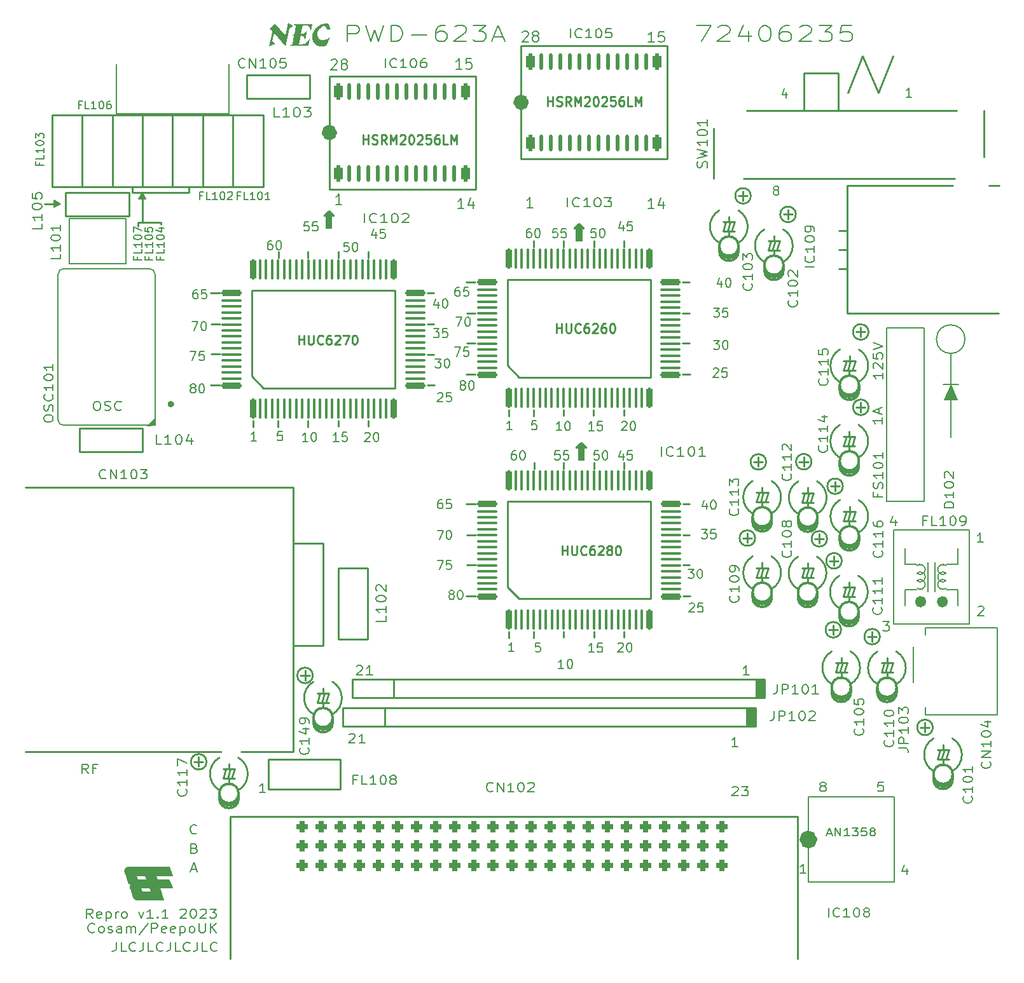
<source format=gto>
G04 #@! TF.GenerationSoftware,KiCad,Pcbnew,7.0.7*
G04 #@! TF.CreationDate,2023-09-18T10:01:12+02:00*
G04 #@! TF.ProjectId,PCE,5043452e-6b69-4636-9164-5f7063625858,rev?*
G04 #@! TF.SameCoordinates,Original*
G04 #@! TF.FileFunction,Legend,Top*
G04 #@! TF.FilePolarity,Positive*
%FSLAX46Y46*%
G04 Gerber Fmt 4.6, Leading zero omitted, Abs format (unit mm)*
G04 Created by KiCad (PCBNEW 7.0.7) date 2023-09-18 10:01:12*
%MOMM*%
%LPD*%
G01*
G04 APERTURE LIST*
G04 Aperture macros list*
%AMRoundRect*
0 Rectangle with rounded corners*
0 $1 Rounding radius*
0 $2 $3 $4 $5 $6 $7 $8 $9 X,Y pos of 4 corners*
0 Add a 4 corners polygon primitive as box body*
4,1,4,$2,$3,$4,$5,$6,$7,$8,$9,$2,$3,0*
0 Add four circle primitives for the rounded corners*
1,1,$1+$1,$2,$3*
1,1,$1+$1,$4,$5*
1,1,$1+$1,$6,$7*
1,1,$1+$1,$8,$9*
0 Add four rect primitives between the rounded corners*
20,1,$1+$1,$2,$3,$4,$5,0*
20,1,$1+$1,$4,$5,$6,$7,0*
20,1,$1+$1,$6,$7,$8,$9,0*
20,1,$1+$1,$8,$9,$2,$3,0*%
G04 Aperture macros list end*
%ADD10C,0.250000*%
%ADD11C,0.150000*%
%ADD12C,0.000000*%
%ADD13C,0.015874*%
%ADD14C,0.200000*%
%ADD15C,0.175000*%
%ADD16C,0.240000*%
%ADD17C,0.380000*%
%ADD18C,0.750000*%
%ADD19C,0.100000*%
%ADD20C,0.453113*%
%ADD21C,1.046954*%
%ADD22C,1.201136*%
%ADD23C,0.400000*%
%ADD24C,1.075000*%
%ADD25C,2.000000*%
%ADD26C,3.500000*%
%ADD27C,3.000000*%
%ADD28O,1.700000X1.700000*%
%ADD29C,6.000000*%
%ADD30C,1.900000*%
%ADD31RoundRect,0.207500X-0.207500X-1.181875X0.207500X-1.181875X0.207500X1.181875X-0.207500X1.181875X0*%
%ADD32RoundRect,0.103750X-0.103750X-1.285625X0.103750X-1.285625X0.103750X1.285625X-0.103750X1.285625X0*%
%ADD33RoundRect,0.207500X1.181875X-0.207500X1.181875X0.207500X-1.181875X0.207500X-1.181875X-0.207500X0*%
%ADD34RoundRect,0.103750X1.285625X-0.103750X1.285625X0.103750X-1.285625X0.103750X-1.285625X-0.103750X0*%
%ADD35C,2.300000*%
%ADD36C,1.600000*%
%ADD37C,1.500000*%
%ADD38RoundRect,0.285000X-0.285000X-0.793750X0.285000X-0.793750X0.285000X0.793750X-0.285000X0.793750X0*%
%ADD39RoundRect,0.142500X-0.142500X-0.936250X0.142500X-0.936250X0.142500X0.936250X-0.142500X0.936250X0*%
%ADD40C,4.000000*%
%ADD41RoundRect,0.375000X-0.375000X-0.375000X0.375000X-0.375000X0.375000X0.375000X-0.375000X0.375000X0*%
%ADD42R,2.500000X5.000000*%
%ADD43R,4.400000X3.000000*%
%ADD44R,3.000000X5.000000*%
%ADD45O,1.600000X2.400000*%
G04 APERTURE END LIST*
D10*
X182870000Y-53845544D02*
X182870000Y-55125544D01*
X195125000Y-92535000D02*
X195125000Y-93815000D01*
X101575000Y-53420000D02*
X101575000Y-54025000D01*
X195125000Y-93175000D02*
X195715000Y-93175000D01*
X199586256Y-82658544D02*
G75*
G03*
X199586256Y-82658544I-1034456J0D01*
G01*
X198551800Y-82658544D02*
X199141800Y-82658544D01*
X182870000Y-54485544D02*
X182250000Y-54485544D01*
X193030000Y-100180000D02*
X192410000Y-100180000D01*
X194890000Y-111660000D02*
X194890000Y-112940000D01*
D11*
X128400000Y-57100000D02*
X128400000Y-57200000D01*
X128100000Y-57200000D01*
X128100000Y-58800000D01*
X127400000Y-58800000D01*
X127400000Y-57200000D01*
X127100000Y-57200000D01*
X127100000Y-57100000D01*
X127700000Y-56500000D01*
X127800000Y-56500000D01*
X128400000Y-57100000D01*
G36*
X128400000Y-57100000D02*
G01*
X128400000Y-57200000D01*
X128100000Y-57200000D01*
X128100000Y-58800000D01*
X127400000Y-58800000D01*
X127400000Y-57200000D01*
X127100000Y-57200000D01*
X127100000Y-57100000D01*
X127700000Y-56500000D01*
X127800000Y-56500000D01*
X128400000Y-57100000D01*
G37*
D10*
X194890000Y-112300000D02*
X195480000Y-112300000D01*
X194064456Y-100180000D02*
G75*
G03*
X194064456Y-100180000I-1034456J0D01*
G01*
D11*
X162000000Y-88000000D02*
X162000000Y-88100000D01*
X161700000Y-88100000D01*
X161700000Y-89700000D01*
X161000000Y-89700000D01*
X161000000Y-88100000D01*
X160700000Y-88100000D01*
X160700000Y-88000000D01*
X161300000Y-87400000D01*
X161400000Y-87400000D01*
X162000000Y-88000000D01*
G36*
X162000000Y-88000000D02*
G01*
X162000000Y-88100000D01*
X161700000Y-88100000D01*
X161700000Y-89700000D01*
X161000000Y-89700000D01*
X161000000Y-88100000D01*
X160700000Y-88100000D01*
X160700000Y-88000000D01*
X161300000Y-87400000D01*
X161400000Y-87400000D01*
X162000000Y-88000000D01*
G37*
D10*
X184912000Y-89934456D02*
X184292000Y-89934456D01*
X198800000Y-35880000D02*
X200860000Y-40750000D01*
X188860000Y-56315544D02*
X188860000Y-57595544D01*
X200860000Y-40750000D02*
X202850000Y-35850000D01*
X110413800Y-129255600D02*
X110413800Y-130535600D01*
X125598400Y-118384400D02*
G75*
G03*
X125598400Y-118384400I-1034456J0D01*
G01*
X190957200Y-89911000D02*
X191547200Y-89911000D01*
X196014456Y-103115544D02*
G75*
G03*
X196014456Y-103115544I-1034456J0D01*
G01*
X182870000Y-54485544D02*
X183460000Y-54485544D01*
X102370000Y-58503000D02*
X102370000Y-58043000D01*
X185946456Y-89934456D02*
G75*
G03*
X185946456Y-89934456I-1034456J0D01*
G01*
X195125000Y-93175000D02*
X194505000Y-93175000D01*
X198536800Y-72618600D02*
X199126800Y-72618600D01*
X194980000Y-103115544D02*
X195570000Y-103115544D01*
X191991656Y-89911000D02*
G75*
G03*
X191991656Y-89911000I-1034456J0D01*
G01*
X200055000Y-113220000D02*
X200645000Y-113220000D01*
X184912000Y-89934456D02*
X185502000Y-89934456D01*
X194980000Y-103115544D02*
X194360000Y-103115544D01*
D11*
X103370000Y-54914800D02*
X102390000Y-54914800D01*
X102890000Y-54064800D01*
X103370000Y-54914800D01*
G36*
X103370000Y-54914800D02*
G01*
X102390000Y-54914800D01*
X102890000Y-54064800D01*
X103370000Y-54914800D01*
G37*
D10*
X198536800Y-72618600D02*
X197916800Y-72618600D01*
X198536800Y-71978600D02*
X198536800Y-73258600D01*
D12*
G36*
X127648007Y-31513257D02*
G01*
X127674007Y-31513751D01*
X127713333Y-31597849D01*
X127750836Y-31683838D01*
X127786675Y-31771555D01*
X127821008Y-31860839D01*
X127853995Y-31951527D01*
X127885795Y-32043459D01*
X127916566Y-32136472D01*
X127946466Y-32230404D01*
X127888314Y-32253576D01*
X127827844Y-32278614D01*
X127768161Y-32303990D01*
X127712369Y-32328177D01*
X127590191Y-32382489D01*
X127197108Y-31836450D01*
X127158328Y-31835306D01*
X127118826Y-31837763D01*
X127078721Y-31843660D01*
X127038134Y-31852838D01*
X126997184Y-31865138D01*
X126955991Y-31880400D01*
X126914676Y-31898465D01*
X126873358Y-31919174D01*
X126832157Y-31942368D01*
X126791193Y-31967887D01*
X126710456Y-32025262D01*
X126632106Y-32090027D01*
X126557104Y-32160905D01*
X126486407Y-32236623D01*
X126420976Y-32315906D01*
X126361771Y-32397480D01*
X126309749Y-32480070D01*
X126265872Y-32562401D01*
X126247288Y-32603071D01*
X126231099Y-32643198D01*
X126217425Y-32682624D01*
X126206388Y-32721188D01*
X126198106Y-32758732D01*
X126192699Y-32795096D01*
X126189065Y-32837317D01*
X126187330Y-32879432D01*
X126187461Y-32921369D01*
X126189429Y-32963052D01*
X126193201Y-33004410D01*
X126198747Y-33045367D01*
X126206035Y-33085851D01*
X126215034Y-33125789D01*
X126225714Y-33165105D01*
X126238042Y-33203728D01*
X126251988Y-33241584D01*
X126267521Y-33278598D01*
X126284609Y-33314698D01*
X126303221Y-33349809D01*
X126323326Y-33383859D01*
X126344893Y-33416774D01*
X126367891Y-33448479D01*
X126392288Y-33478903D01*
X126418054Y-33507970D01*
X126445156Y-33535608D01*
X126473565Y-33561743D01*
X126503249Y-33586301D01*
X126534176Y-33609210D01*
X126566315Y-33630395D01*
X126599636Y-33649782D01*
X126634108Y-33667299D01*
X126669698Y-33682871D01*
X126706375Y-33696426D01*
X126744110Y-33707890D01*
X126782870Y-33717188D01*
X126822624Y-33724248D01*
X126863341Y-33728996D01*
X126906501Y-33731500D01*
X126950075Y-33731652D01*
X126993947Y-33729599D01*
X127037998Y-33725492D01*
X127082113Y-33719478D01*
X127126173Y-33711709D01*
X127170063Y-33702331D01*
X127213665Y-33691495D01*
X127256861Y-33679350D01*
X127299536Y-33666045D01*
X127382852Y-33636549D01*
X127462676Y-33604202D01*
X127538072Y-33570195D01*
X127608103Y-33535723D01*
X127671834Y-33501976D01*
X127728329Y-33470149D01*
X127776651Y-33441434D01*
X127845033Y-33398112D01*
X127869491Y-33381550D01*
X127366479Y-34489173D01*
X127270007Y-34520747D01*
X127175202Y-34546356D01*
X127082146Y-34566170D01*
X126990924Y-34580358D01*
X126901620Y-34589089D01*
X126814317Y-34592534D01*
X126729100Y-34590861D01*
X126646052Y-34584240D01*
X126565257Y-34572840D01*
X126486800Y-34556831D01*
X126410763Y-34536382D01*
X126337232Y-34511664D01*
X126266290Y-34482844D01*
X126198021Y-34450094D01*
X126132509Y-34413581D01*
X126069837Y-34373477D01*
X126010091Y-34329949D01*
X125953352Y-34283169D01*
X125899707Y-34233304D01*
X125849238Y-34180525D01*
X125802030Y-34125002D01*
X125758166Y-34066903D01*
X125717730Y-34006398D01*
X125680807Y-33943656D01*
X125647480Y-33878848D01*
X125617833Y-33812142D01*
X125591950Y-33743708D01*
X125569915Y-33673716D01*
X125551811Y-33602334D01*
X125537724Y-33529733D01*
X125527737Y-33456082D01*
X125521933Y-33381550D01*
X125519634Y-33272261D01*
X125523542Y-33166008D01*
X125533466Y-33062818D01*
X125549212Y-32962714D01*
X125570587Y-32865721D01*
X125597398Y-32771864D01*
X125629451Y-32681168D01*
X125666555Y-32593658D01*
X125708516Y-32509358D01*
X125755140Y-32428293D01*
X125806235Y-32350488D01*
X125861609Y-32275968D01*
X125921067Y-32204757D01*
X125984417Y-32136881D01*
X126051465Y-32072363D01*
X126122020Y-32011230D01*
X126195887Y-31953505D01*
X126272874Y-31899213D01*
X126352787Y-31848379D01*
X126435435Y-31801028D01*
X126608158Y-31716875D01*
X126789500Y-31646950D01*
X126977917Y-31591452D01*
X127171864Y-31550579D01*
X127369796Y-31524530D01*
X127570171Y-31513502D01*
X127596100Y-31513156D01*
X127622042Y-31513067D01*
X127648007Y-31513257D01*
G37*
D10*
X189894456Y-56955544D02*
G75*
G03*
X189894456Y-56955544I-1034456J0D01*
G01*
X198551800Y-82658544D02*
X197931800Y-82658544D01*
X110413800Y-129895600D02*
X111003800Y-129895600D01*
X190957200Y-89911000D02*
X190337200Y-89911000D01*
X183440000Y-100085544D02*
X182820000Y-100085544D01*
X196850000Y-40790000D02*
X198800000Y-35880000D01*
X183440000Y-99445544D02*
X183440000Y-100725544D01*
X201089456Y-113220000D02*
G75*
G03*
X201089456Y-113220000I-1034456J0D01*
G01*
X91105200Y-55524400D02*
X89865200Y-55524400D01*
X194890000Y-112300000D02*
X194270000Y-112300000D01*
X200055000Y-113220000D02*
X199435000Y-113220000D01*
D11*
X91975000Y-55525000D02*
X91125000Y-56005000D01*
X91125000Y-55025000D01*
X91975000Y-55525000D01*
G36*
X91975000Y-55525000D02*
G01*
X91125000Y-56005000D01*
X91125000Y-55025000D01*
X91975000Y-55525000D01*
G37*
D10*
X124563944Y-118384400D02*
X123943944Y-118384400D01*
X193030000Y-100180000D02*
X193620000Y-100180000D01*
X184474456Y-100085544D02*
G75*
G03*
X184474456Y-100085544I-1034456J0D01*
G01*
X124563944Y-118384400D02*
X125153944Y-118384400D01*
X207095000Y-125310000D02*
X206475000Y-125310000D01*
X124563944Y-117744400D02*
X124563944Y-119024400D01*
X199571256Y-72618600D02*
G75*
G03*
X199571256Y-72618600I-1034456J0D01*
G01*
D11*
X161700000Y-58800000D02*
X161700000Y-58900000D01*
X161400000Y-58900000D01*
X161400000Y-60500000D01*
X160700000Y-60500000D01*
X160700000Y-58900000D01*
X160400000Y-58900000D01*
X160400000Y-58800000D01*
X161000000Y-58200000D01*
X161100000Y-58200000D01*
X161700000Y-58800000D01*
G36*
X161700000Y-58800000D02*
G01*
X161700000Y-58900000D01*
X161400000Y-58900000D01*
X161400000Y-60500000D01*
X160700000Y-60500000D01*
X160700000Y-58900000D01*
X160400000Y-58900000D01*
X160400000Y-58800000D01*
X161000000Y-58200000D01*
X161100000Y-58200000D01*
X161700000Y-58800000D01*
G37*
D10*
X207095000Y-125310000D02*
X207685000Y-125310000D01*
X188860000Y-56955544D02*
X189450000Y-56955544D01*
X183904456Y-54485544D02*
G75*
G03*
X183904456Y-54485544I-1034456J0D01*
G01*
D13*
X106934744Y-145089836D02*
X104699500Y-145089836D01*
X104859491Y-145569837D01*
X106419489Y-145569837D01*
X106653996Y-146093603D01*
X106778763Y-146374395D01*
X106899490Y-146649833D01*
X105222476Y-146649833D01*
X105759498Y-148269827D01*
X102163500Y-148272835D01*
X102143463Y-148272355D01*
X102123532Y-148270931D01*
X102103731Y-148268588D01*
X102084080Y-148265351D01*
X102064602Y-148261245D01*
X102045318Y-148256294D01*
X102026251Y-148250524D01*
X102007421Y-148243960D01*
X101988850Y-148236627D01*
X101970561Y-148228548D01*
X101952576Y-148219750D01*
X101934915Y-148210258D01*
X101917601Y-148200095D01*
X101900656Y-148189288D01*
X101884101Y-148177860D01*
X101867958Y-148165837D01*
X101836996Y-148140106D01*
X101807944Y-148112293D01*
X101780976Y-148082597D01*
X101756266Y-148051219D01*
X101733990Y-148018356D01*
X101723818Y-148001431D01*
X101714320Y-147984209D01*
X101705517Y-147966716D01*
X101697431Y-147948976D01*
X101690085Y-147931015D01*
X101683499Y-147912857D01*
X101275306Y-146757114D01*
X101267976Y-146735416D01*
X101261358Y-146713829D01*
X101255467Y-146692371D01*
X101250321Y-146671065D01*
X101247943Y-146659600D01*
X102685980Y-146659600D01*
X102839490Y-147139602D01*
X104039510Y-147139602D01*
X103886000Y-146659600D01*
X102685980Y-146659600D01*
X101247943Y-146659600D01*
X101245936Y-146649929D01*
X101242329Y-146628985D01*
X101239515Y-146608251D01*
X101237512Y-146587749D01*
X101236337Y-146567499D01*
X101236005Y-146547521D01*
X101236534Y-146527835D01*
X101237939Y-146508461D01*
X101240238Y-146489420D01*
X101243447Y-146470732D01*
X101247582Y-146452417D01*
X101252660Y-146434495D01*
X101258698Y-146416987D01*
X101265712Y-146399913D01*
X101273719Y-146383292D01*
X101282735Y-146367146D01*
X101292776Y-146351494D01*
X101303860Y-146336356D01*
X101316003Y-146321754D01*
X101329221Y-146307706D01*
X101343531Y-146294234D01*
X101358950Y-146281357D01*
X101375493Y-146269096D01*
X101393179Y-146257472D01*
X101412022Y-146246503D01*
X101432040Y-146236210D01*
X101453249Y-146226615D01*
X101475666Y-146217736D01*
X101448742Y-146216320D01*
X101422677Y-146214278D01*
X101397460Y-146211619D01*
X101373079Y-146208353D01*
X101349522Y-146204489D01*
X101326776Y-146200036D01*
X101304830Y-146195005D01*
X101283672Y-146189404D01*
X101263289Y-146183243D01*
X101243669Y-146176532D01*
X101224801Y-146169280D01*
X101206672Y-146161496D01*
X101189270Y-146153190D01*
X101172584Y-146144373D01*
X101156600Y-146135052D01*
X101141308Y-146125237D01*
X101126694Y-146114939D01*
X101112747Y-146104167D01*
X101099455Y-146092929D01*
X101086805Y-146081236D01*
X101074787Y-146069097D01*
X101063387Y-146056522D01*
X101052593Y-146043520D01*
X101042394Y-146030100D01*
X101032777Y-146016273D01*
X101023730Y-146002047D01*
X101015242Y-145987432D01*
X101007299Y-145972437D01*
X100999891Y-145957073D01*
X100993005Y-145941348D01*
X100980751Y-145908856D01*
X100702551Y-145089836D01*
X102082730Y-145089836D01*
X102236240Y-145569837D01*
X103436260Y-145569837D01*
X103282750Y-145089836D01*
X102082730Y-145089836D01*
X100702551Y-145089836D01*
X100539506Y-144609834D01*
X100529203Y-144576296D01*
X100521040Y-144542799D01*
X100514968Y-144509409D01*
X100510936Y-144476195D01*
X100508893Y-144443222D01*
X100508787Y-144410558D01*
X100510568Y-144378270D01*
X100514186Y-144346426D01*
X100519588Y-144315093D01*
X100526725Y-144284337D01*
X100535546Y-144254227D01*
X100545998Y-144224828D01*
X100558033Y-144196209D01*
X100571598Y-144168436D01*
X100586643Y-144141577D01*
X100603117Y-144115698D01*
X100620969Y-144090868D01*
X100640148Y-144067153D01*
X100660603Y-144044620D01*
X100682284Y-144023337D01*
X100705139Y-144003370D01*
X100729118Y-143984787D01*
X100754170Y-143967655D01*
X100780243Y-143952042D01*
X100807287Y-143938013D01*
X100835252Y-143925638D01*
X100864085Y-143914981D01*
X100893737Y-143906112D01*
X100924156Y-143899097D01*
X100955291Y-143894003D01*
X100987092Y-143890897D01*
X101019508Y-143889847D01*
X106479485Y-143889847D01*
X106934744Y-145089836D01*
G36*
X106934744Y-145089836D02*
G01*
X104699500Y-145089836D01*
X104859491Y-145569837D01*
X106419489Y-145569837D01*
X106653996Y-146093603D01*
X106778763Y-146374395D01*
X106899490Y-146649833D01*
X105222476Y-146649833D01*
X105759498Y-148269827D01*
X102163500Y-148272835D01*
X102143463Y-148272355D01*
X102123532Y-148270931D01*
X102103731Y-148268588D01*
X102084080Y-148265351D01*
X102064602Y-148261245D01*
X102045318Y-148256294D01*
X102026251Y-148250524D01*
X102007421Y-148243960D01*
X101988850Y-148236627D01*
X101970561Y-148228548D01*
X101952576Y-148219750D01*
X101934915Y-148210258D01*
X101917601Y-148200095D01*
X101900656Y-148189288D01*
X101884101Y-148177860D01*
X101867958Y-148165837D01*
X101836996Y-148140106D01*
X101807944Y-148112293D01*
X101780976Y-148082597D01*
X101756266Y-148051219D01*
X101733990Y-148018356D01*
X101723818Y-148001431D01*
X101714320Y-147984209D01*
X101705517Y-147966716D01*
X101697431Y-147948976D01*
X101690085Y-147931015D01*
X101683499Y-147912857D01*
X101275306Y-146757114D01*
X101267976Y-146735416D01*
X101261358Y-146713829D01*
X101255467Y-146692371D01*
X101250321Y-146671065D01*
X101247943Y-146659600D01*
X102685980Y-146659600D01*
X102839490Y-147139602D01*
X104039510Y-147139602D01*
X103886000Y-146659600D01*
X102685980Y-146659600D01*
X101247943Y-146659600D01*
X101245936Y-146649929D01*
X101242329Y-146628985D01*
X101239515Y-146608251D01*
X101237512Y-146587749D01*
X101236337Y-146567499D01*
X101236005Y-146547521D01*
X101236534Y-146527835D01*
X101237939Y-146508461D01*
X101240238Y-146489420D01*
X101243447Y-146470732D01*
X101247582Y-146452417D01*
X101252660Y-146434495D01*
X101258698Y-146416987D01*
X101265712Y-146399913D01*
X101273719Y-146383292D01*
X101282735Y-146367146D01*
X101292776Y-146351494D01*
X101303860Y-146336356D01*
X101316003Y-146321754D01*
X101329221Y-146307706D01*
X101343531Y-146294234D01*
X101358950Y-146281357D01*
X101375493Y-146269096D01*
X101393179Y-146257472D01*
X101412022Y-146246503D01*
X101432040Y-146236210D01*
X101453249Y-146226615D01*
X101475666Y-146217736D01*
X101448742Y-146216320D01*
X101422677Y-146214278D01*
X101397460Y-146211619D01*
X101373079Y-146208353D01*
X101349522Y-146204489D01*
X101326776Y-146200036D01*
X101304830Y-146195005D01*
X101283672Y-146189404D01*
X101263289Y-146183243D01*
X101243669Y-146176532D01*
X101224801Y-146169280D01*
X101206672Y-146161496D01*
X101189270Y-146153190D01*
X101172584Y-146144373D01*
X101156600Y-146135052D01*
X101141308Y-146125237D01*
X101126694Y-146114939D01*
X101112747Y-146104167D01*
X101099455Y-146092929D01*
X101086805Y-146081236D01*
X101074787Y-146069097D01*
X101063387Y-146056522D01*
X101052593Y-146043520D01*
X101042394Y-146030100D01*
X101032777Y-146016273D01*
X101023730Y-146002047D01*
X101015242Y-145987432D01*
X101007299Y-145972437D01*
X100999891Y-145957073D01*
X100993005Y-145941348D01*
X100980751Y-145908856D01*
X100702551Y-145089836D01*
X102082730Y-145089836D01*
X102236240Y-145569837D01*
X103436260Y-145569837D01*
X103282750Y-145089836D01*
X102082730Y-145089836D01*
X100702551Y-145089836D01*
X100539506Y-144609834D01*
X100529203Y-144576296D01*
X100521040Y-144542799D01*
X100514968Y-144509409D01*
X100510936Y-144476195D01*
X100508893Y-144443222D01*
X100508787Y-144410558D01*
X100510568Y-144378270D01*
X100514186Y-144346426D01*
X100519588Y-144315093D01*
X100526725Y-144284337D01*
X100535546Y-144254227D01*
X100545998Y-144224828D01*
X100558033Y-144196209D01*
X100571598Y-144168436D01*
X100586643Y-144141577D01*
X100603117Y-144115698D01*
X100620969Y-144090868D01*
X100640148Y-144067153D01*
X100660603Y-144044620D01*
X100682284Y-144023337D01*
X100705139Y-144003370D01*
X100729118Y-143984787D01*
X100754170Y-143967655D01*
X100780243Y-143952042D01*
X100807287Y-143938013D01*
X100835252Y-143925638D01*
X100864085Y-143914981D01*
X100893737Y-143906112D01*
X100924156Y-143899097D01*
X100955291Y-143894003D01*
X100987092Y-143890897D01*
X101019508Y-143889847D01*
X106479485Y-143889847D01*
X106934744Y-145089836D01*
G37*
D12*
G36*
X125347714Y-32528357D02*
G01*
X125331787Y-32446705D01*
X125309122Y-32358859D01*
X125293310Y-32307329D01*
X125274205Y-32252306D01*
X125251578Y-32194977D01*
X125225199Y-32136526D01*
X125194839Y-32078138D01*
X125160267Y-32020998D01*
X125121255Y-31966291D01*
X125100011Y-31940220D01*
X125077571Y-31915201D01*
X125053906Y-31891384D01*
X125028987Y-31868915D01*
X125002786Y-31847943D01*
X124975273Y-31828616D01*
X124959876Y-31822492D01*
X124941497Y-31817184D01*
X124894789Y-31808784D01*
X124833140Y-31802951D01*
X124754544Y-31799222D01*
X124656992Y-31797131D01*
X124538475Y-31796212D01*
X124230516Y-31796035D01*
X124042990Y-32902290D01*
X124078900Y-32908777D01*
X124114969Y-32911558D01*
X124151112Y-32910862D01*
X124187243Y-32906919D01*
X124223278Y-32899957D01*
X124259131Y-32890208D01*
X124294717Y-32877899D01*
X124329951Y-32863262D01*
X124364747Y-32846525D01*
X124399021Y-32827918D01*
X124432687Y-32807671D01*
X124465660Y-32786012D01*
X124497855Y-32763173D01*
X124529187Y-32739381D01*
X124588920Y-32689862D01*
X124644178Y-32639290D01*
X124694279Y-32589503D01*
X124738542Y-32542336D01*
X124776285Y-32499627D01*
X124829486Y-32434928D01*
X124848431Y-32410096D01*
X124604822Y-33696540D01*
X124597485Y-33671555D01*
X124574155Y-33605849D01*
X124555873Y-33562062D01*
X124532851Y-33513297D01*
X124504839Y-33461290D01*
X124471592Y-33407774D01*
X124452927Y-33380993D01*
X124432861Y-33354484D01*
X124411362Y-33328466D01*
X124388398Y-33303155D01*
X124363941Y-33278767D01*
X124337957Y-33255520D01*
X124310417Y-33233629D01*
X124281289Y-33213313D01*
X124250543Y-33194788D01*
X124218148Y-33178270D01*
X124184072Y-33163977D01*
X124148285Y-33152125D01*
X124110755Y-33142931D01*
X124071452Y-33136612D01*
X124030346Y-33133384D01*
X123987404Y-33133464D01*
X123779732Y-34277771D01*
X124004464Y-34277366D01*
X124095600Y-34276660D01*
X124174287Y-34275441D01*
X124241803Y-34273576D01*
X124299426Y-34270931D01*
X124324928Y-34269275D01*
X124348436Y-34267374D01*
X124370109Y-34265211D01*
X124390109Y-34262771D01*
X124408594Y-34260035D01*
X124425724Y-34256989D01*
X124441660Y-34253614D01*
X124456560Y-34249895D01*
X124470585Y-34245814D01*
X124483894Y-34241355D01*
X124496648Y-34236502D01*
X124509005Y-34231237D01*
X124521126Y-34225545D01*
X124533171Y-34219408D01*
X124557670Y-34205734D01*
X124612781Y-34172318D01*
X124644904Y-34149838D01*
X124681169Y-34119591D01*
X124720741Y-34082736D01*
X124762786Y-34040435D01*
X124806471Y-33993847D01*
X124850962Y-33944133D01*
X124895424Y-33892453D01*
X124939023Y-33839967D01*
X125020300Y-33737216D01*
X125056309Y-33689273D01*
X125088120Y-33645164D01*
X125114899Y-33606050D01*
X125135812Y-33573091D01*
X125150026Y-33547447D01*
X125156705Y-33530278D01*
X125005367Y-34489049D01*
X122537061Y-34489049D01*
X122539415Y-34477404D01*
X122543006Y-34466397D01*
X122547769Y-34455993D01*
X122553639Y-34446163D01*
X122560551Y-34436873D01*
X122568440Y-34428093D01*
X122577240Y-34419791D01*
X122586888Y-34411933D01*
X122597317Y-34404490D01*
X122608464Y-34397429D01*
X122632646Y-34384326D01*
X122658916Y-34372370D01*
X122686752Y-34361306D01*
X122803357Y-34320891D01*
X122831223Y-34310475D01*
X122857533Y-34299427D01*
X122881768Y-34287491D01*
X122903408Y-34274413D01*
X123105359Y-33161443D01*
X123103329Y-33152648D01*
X123100311Y-33144873D01*
X123096367Y-33138052D01*
X123091557Y-33132121D01*
X123085942Y-33127013D01*
X123079585Y-33122665D01*
X123072547Y-33119009D01*
X123064888Y-33115982D01*
X123056670Y-33113518D01*
X123047954Y-33111552D01*
X123029274Y-33108853D01*
X123009338Y-33107361D01*
X122988637Y-33106557D01*
X122946899Y-33104919D01*
X122926842Y-33103043D01*
X122917231Y-33101612D01*
X122907980Y-33099766D01*
X122899150Y-33097439D01*
X122890803Y-33094566D01*
X122883000Y-33091081D01*
X122875802Y-33086921D01*
X122869271Y-33082018D01*
X122863467Y-33076309D01*
X122858452Y-33069728D01*
X122854288Y-33062209D01*
X122857892Y-33054064D01*
X122862395Y-33046757D01*
X122867742Y-33040236D01*
X122873878Y-33034450D01*
X122880746Y-33029350D01*
X122888293Y-33024884D01*
X122896461Y-33021000D01*
X122905197Y-33017649D01*
X122914445Y-33014780D01*
X122924149Y-33012341D01*
X122944704Y-33008551D01*
X122966420Y-33005874D01*
X122988855Y-33003902D01*
X123034107Y-33000448D01*
X123056040Y-32998153D01*
X123076919Y-32994935D01*
X123096302Y-32990390D01*
X123105295Y-32987492D01*
X123113747Y-32984109D01*
X123121604Y-32980191D01*
X123128810Y-32975686D01*
X123135310Y-32970545D01*
X123141049Y-32964715D01*
X123345860Y-31835455D01*
X123341845Y-31827570D01*
X123336711Y-31819922D01*
X123330538Y-31812488D01*
X123323410Y-31805250D01*
X123315407Y-31798188D01*
X123306612Y-31791281D01*
X123286970Y-31777854D01*
X123265140Y-31764807D01*
X123241775Y-31751982D01*
X123193060Y-31726350D01*
X123169017Y-31713223D01*
X123146058Y-31699675D01*
X123124835Y-31685545D01*
X123115080Y-31678211D01*
X123106004Y-31670672D01*
X123097690Y-31662907D01*
X123090219Y-31654897D01*
X123083673Y-31646621D01*
X123078133Y-31638059D01*
X123073682Y-31629190D01*
X123070402Y-31619996D01*
X123068374Y-31610456D01*
X123067680Y-31600551D01*
X125509624Y-31600551D01*
X125347714Y-32528357D01*
G37*
D10*
X101575000Y-54025000D02*
X109125000Y-54025000D01*
X193030000Y-99540000D02*
X193030000Y-100820000D01*
X110413800Y-129895600D02*
X109793800Y-129895600D01*
X109125000Y-54025000D02*
X109125000Y-53410000D01*
D12*
G36*
X123030000Y-31875000D02*
G01*
X122490428Y-32193222D01*
X122001219Y-34577589D01*
X120423537Y-32802060D01*
X120207410Y-33901475D01*
X120591291Y-34218081D01*
X119784606Y-34577589D01*
X120176570Y-32720732D01*
X120179883Y-32694966D01*
X120181858Y-32670250D01*
X120182541Y-32646559D01*
X120181980Y-32623866D01*
X120180223Y-32602144D01*
X120177317Y-32581367D01*
X120173310Y-32561508D01*
X120168250Y-32542541D01*
X120162184Y-32524438D01*
X120155159Y-32507173D01*
X120147224Y-32490721D01*
X120138426Y-32475053D01*
X120128812Y-32460144D01*
X120118430Y-32445967D01*
X120107328Y-32432495D01*
X120095553Y-32419702D01*
X120083153Y-32407561D01*
X120070175Y-32396045D01*
X120056668Y-32385129D01*
X120042678Y-32374785D01*
X120013441Y-32355707D01*
X119982845Y-32338600D01*
X119951272Y-32323250D01*
X119919102Y-32309445D01*
X119886715Y-32296971D01*
X119854492Y-32285617D01*
X120545653Y-31489253D01*
X122000348Y-33114065D01*
X122355130Y-31460154D01*
X123030000Y-31875000D01*
G37*
D10*
X195924456Y-112300000D02*
G75*
G03*
X195924456Y-112300000I-1034456J0D01*
G01*
X190957200Y-89271000D02*
X190957200Y-90551000D01*
X198551800Y-82018544D02*
X198551800Y-83298544D01*
X188860000Y-56955544D02*
X188240000Y-56955544D01*
X196159456Y-93175000D02*
G75*
G03*
X196159456Y-93175000I-1034456J0D01*
G01*
X200055000Y-112580000D02*
X200055000Y-113860000D01*
X184912000Y-89294456D02*
X184912000Y-90574456D01*
X102370000Y-58043000D02*
X105390000Y-58043000D01*
X208129456Y-125310000D02*
G75*
G03*
X208129456Y-125310000I-1034456J0D01*
G01*
X194980000Y-102475544D02*
X194980000Y-103755544D01*
X105390000Y-58043000D02*
X105390000Y-58293000D01*
X207095000Y-124670000D02*
X207095000Y-125950000D01*
X102890000Y-58039000D02*
X102890000Y-54230000D01*
X183440000Y-100085544D02*
X184030000Y-100085544D01*
X111448256Y-129895600D02*
G75*
G03*
X111448256Y-129895600I-1034456J0D01*
G01*
D14*
X201436423Y-78049755D02*
X201436423Y-78849755D01*
X201436423Y-78449755D02*
X200186423Y-78449755D01*
X200186423Y-78449755D02*
X200364995Y-78583088D01*
X200364995Y-78583088D02*
X200484042Y-78716422D01*
X200484042Y-78716422D02*
X200543566Y-78849755D01*
X200305471Y-77516422D02*
X200245947Y-77449755D01*
X200245947Y-77449755D02*
X200186423Y-77316422D01*
X200186423Y-77316422D02*
X200186423Y-76983089D01*
X200186423Y-76983089D02*
X200245947Y-76849755D01*
X200245947Y-76849755D02*
X200305471Y-76783089D01*
X200305471Y-76783089D02*
X200424519Y-76716422D01*
X200424519Y-76716422D02*
X200543566Y-76716422D01*
X200543566Y-76716422D02*
X200722138Y-76783089D01*
X200722138Y-76783089D02*
X201436423Y-77583089D01*
X201436423Y-77583089D02*
X201436423Y-76716422D01*
X200186423Y-75449756D02*
X200186423Y-76116422D01*
X200186423Y-76116422D02*
X200781661Y-76183089D01*
X200781661Y-76183089D02*
X200722138Y-76116422D01*
X200722138Y-76116422D02*
X200662614Y-75983089D01*
X200662614Y-75983089D02*
X200662614Y-75649756D01*
X200662614Y-75649756D02*
X200722138Y-75516422D01*
X200722138Y-75516422D02*
X200781661Y-75449756D01*
X200781661Y-75449756D02*
X200900709Y-75383089D01*
X200900709Y-75383089D02*
X201198328Y-75383089D01*
X201198328Y-75383089D02*
X201317376Y-75449756D01*
X201317376Y-75449756D02*
X201376900Y-75516422D01*
X201376900Y-75516422D02*
X201436423Y-75649756D01*
X201436423Y-75649756D02*
X201436423Y-75983089D01*
X201436423Y-75983089D02*
X201376900Y-76116422D01*
X201376900Y-76116422D02*
X201317376Y-76183089D01*
X200186423Y-74983089D02*
X201436423Y-74516423D01*
X201436423Y-74516423D02*
X200186423Y-74049756D01*
X176688720Y-31807600D02*
X178588720Y-31807600D01*
X178588720Y-31807600D02*
X177367292Y-33907600D01*
X179538721Y-32007600D02*
X179674435Y-31907600D01*
X179674435Y-31907600D02*
X179945864Y-31807600D01*
X179945864Y-31807600D02*
X180624435Y-31807600D01*
X180624435Y-31807600D02*
X180895864Y-31907600D01*
X180895864Y-31907600D02*
X181031578Y-32007600D01*
X181031578Y-32007600D02*
X181167292Y-32207600D01*
X181167292Y-32207600D02*
X181167292Y-32407600D01*
X181167292Y-32407600D02*
X181031578Y-32707600D01*
X181031578Y-32707600D02*
X179403006Y-33907600D01*
X179403006Y-33907600D02*
X181167292Y-33907600D01*
X183610150Y-32507600D02*
X183610150Y-33907600D01*
X182931578Y-31707600D02*
X182253007Y-33207600D01*
X182253007Y-33207600D02*
X184017292Y-33207600D01*
X185645864Y-31807600D02*
X185917293Y-31807600D01*
X185917293Y-31807600D02*
X186188721Y-31907600D01*
X186188721Y-31907600D02*
X186324436Y-32007600D01*
X186324436Y-32007600D02*
X186460150Y-32207600D01*
X186460150Y-32207600D02*
X186595864Y-32607600D01*
X186595864Y-32607600D02*
X186595864Y-33107600D01*
X186595864Y-33107600D02*
X186460150Y-33507600D01*
X186460150Y-33507600D02*
X186324436Y-33707600D01*
X186324436Y-33707600D02*
X186188721Y-33807600D01*
X186188721Y-33807600D02*
X185917293Y-33907600D01*
X185917293Y-33907600D02*
X185645864Y-33907600D01*
X185645864Y-33907600D02*
X185374436Y-33807600D01*
X185374436Y-33807600D02*
X185238721Y-33707600D01*
X185238721Y-33707600D02*
X185103007Y-33507600D01*
X185103007Y-33507600D02*
X184967293Y-33107600D01*
X184967293Y-33107600D02*
X184967293Y-32607600D01*
X184967293Y-32607600D02*
X185103007Y-32207600D01*
X185103007Y-32207600D02*
X185238721Y-32007600D01*
X185238721Y-32007600D02*
X185374436Y-31907600D01*
X185374436Y-31907600D02*
X185645864Y-31807600D01*
X189038722Y-31807600D02*
X188495864Y-31807600D01*
X188495864Y-31807600D02*
X188224436Y-31907600D01*
X188224436Y-31907600D02*
X188088722Y-32007600D01*
X188088722Y-32007600D02*
X187817293Y-32307600D01*
X187817293Y-32307600D02*
X187681579Y-32707600D01*
X187681579Y-32707600D02*
X187681579Y-33507600D01*
X187681579Y-33507600D02*
X187817293Y-33707600D01*
X187817293Y-33707600D02*
X187953007Y-33807600D01*
X187953007Y-33807600D02*
X188224436Y-33907600D01*
X188224436Y-33907600D02*
X188767293Y-33907600D01*
X188767293Y-33907600D02*
X189038722Y-33807600D01*
X189038722Y-33807600D02*
X189174436Y-33707600D01*
X189174436Y-33707600D02*
X189310150Y-33507600D01*
X189310150Y-33507600D02*
X189310150Y-33007600D01*
X189310150Y-33007600D02*
X189174436Y-32807600D01*
X189174436Y-32807600D02*
X189038722Y-32707600D01*
X189038722Y-32707600D02*
X188767293Y-32607600D01*
X188767293Y-32607600D02*
X188224436Y-32607600D01*
X188224436Y-32607600D02*
X187953007Y-32707600D01*
X187953007Y-32707600D02*
X187817293Y-32807600D01*
X187817293Y-32807600D02*
X187681579Y-33007600D01*
X190395865Y-32007600D02*
X190531579Y-31907600D01*
X190531579Y-31907600D02*
X190803008Y-31807600D01*
X190803008Y-31807600D02*
X191481579Y-31807600D01*
X191481579Y-31807600D02*
X191753008Y-31907600D01*
X191753008Y-31907600D02*
X191888722Y-32007600D01*
X191888722Y-32007600D02*
X192024436Y-32207600D01*
X192024436Y-32207600D02*
X192024436Y-32407600D01*
X192024436Y-32407600D02*
X191888722Y-32707600D01*
X191888722Y-32707600D02*
X190260150Y-33907600D01*
X190260150Y-33907600D02*
X192024436Y-33907600D01*
X192974436Y-31807600D02*
X194738722Y-31807600D01*
X194738722Y-31807600D02*
X193788722Y-32607600D01*
X193788722Y-32607600D02*
X194195865Y-32607600D01*
X194195865Y-32607600D02*
X194467294Y-32707600D01*
X194467294Y-32707600D02*
X194603008Y-32807600D01*
X194603008Y-32807600D02*
X194738722Y-33007600D01*
X194738722Y-33007600D02*
X194738722Y-33507600D01*
X194738722Y-33507600D02*
X194603008Y-33707600D01*
X194603008Y-33707600D02*
X194467294Y-33807600D01*
X194467294Y-33807600D02*
X194195865Y-33907600D01*
X194195865Y-33907600D02*
X193381579Y-33907600D01*
X193381579Y-33907600D02*
X193110151Y-33807600D01*
X193110151Y-33807600D02*
X192974436Y-33707600D01*
X197317294Y-31807600D02*
X195960151Y-31807600D01*
X195960151Y-31807600D02*
X195824437Y-32807600D01*
X195824437Y-32807600D02*
X195960151Y-32707600D01*
X195960151Y-32707600D02*
X196231580Y-32607600D01*
X196231580Y-32607600D02*
X196910151Y-32607600D01*
X196910151Y-32607600D02*
X197181580Y-32707600D01*
X197181580Y-32707600D02*
X197317294Y-32807600D01*
X197317294Y-32807600D02*
X197453008Y-33007600D01*
X197453008Y-33007600D02*
X197453008Y-33507600D01*
X197453008Y-33507600D02*
X197317294Y-33707600D01*
X197317294Y-33707600D02*
X197181580Y-33807600D01*
X197181580Y-33807600D02*
X196910151Y-33907600D01*
X196910151Y-33907600D02*
X196231580Y-33907600D01*
X196231580Y-33907600D02*
X195960151Y-33807600D01*
X195960151Y-33807600D02*
X195824437Y-33707600D01*
X201360223Y-84018755D02*
X201360223Y-84818755D01*
X201360223Y-84418755D02*
X200110223Y-84418755D01*
X200110223Y-84418755D02*
X200288795Y-84552088D01*
X200288795Y-84552088D02*
X200407842Y-84685422D01*
X200407842Y-84685422D02*
X200467366Y-84818755D01*
X201003080Y-83485422D02*
X201003080Y-82818755D01*
X201360223Y-83618755D02*
X200110223Y-83152089D01*
X200110223Y-83152089D02*
X201360223Y-82685422D01*
X96756578Y-81867742D02*
X97023244Y-81867742D01*
X97023244Y-81867742D02*
X97156578Y-81924885D01*
X97156578Y-81924885D02*
X97289911Y-82039171D01*
X97289911Y-82039171D02*
X97356578Y-82267742D01*
X97356578Y-82267742D02*
X97356578Y-82667742D01*
X97356578Y-82667742D02*
X97289911Y-82896314D01*
X97289911Y-82896314D02*
X97156578Y-83010600D01*
X97156578Y-83010600D02*
X97023244Y-83067742D01*
X97023244Y-83067742D02*
X96756578Y-83067742D01*
X96756578Y-83067742D02*
X96623244Y-83010600D01*
X96623244Y-83010600D02*
X96489911Y-82896314D01*
X96489911Y-82896314D02*
X96423244Y-82667742D01*
X96423244Y-82667742D02*
X96423244Y-82267742D01*
X96423244Y-82267742D02*
X96489911Y-82039171D01*
X96489911Y-82039171D02*
X96623244Y-81924885D01*
X96623244Y-81924885D02*
X96756578Y-81867742D01*
X97889911Y-83010600D02*
X98089911Y-83067742D01*
X98089911Y-83067742D02*
X98423245Y-83067742D01*
X98423245Y-83067742D02*
X98556578Y-83010600D01*
X98556578Y-83010600D02*
X98623245Y-82953457D01*
X98623245Y-82953457D02*
X98689911Y-82839171D01*
X98689911Y-82839171D02*
X98689911Y-82724885D01*
X98689911Y-82724885D02*
X98623245Y-82610600D01*
X98623245Y-82610600D02*
X98556578Y-82553457D01*
X98556578Y-82553457D02*
X98423245Y-82496314D01*
X98423245Y-82496314D02*
X98156578Y-82439171D01*
X98156578Y-82439171D02*
X98023245Y-82382028D01*
X98023245Y-82382028D02*
X97956578Y-82324885D01*
X97956578Y-82324885D02*
X97889911Y-82210600D01*
X97889911Y-82210600D02*
X97889911Y-82096314D01*
X97889911Y-82096314D02*
X97956578Y-81982028D01*
X97956578Y-81982028D02*
X98023245Y-81924885D01*
X98023245Y-81924885D02*
X98156578Y-81867742D01*
X98156578Y-81867742D02*
X98489911Y-81867742D01*
X98489911Y-81867742D02*
X98689911Y-81924885D01*
X100089911Y-82953457D02*
X100023244Y-83010600D01*
X100023244Y-83010600D02*
X99823244Y-83067742D01*
X99823244Y-83067742D02*
X99689911Y-83067742D01*
X99689911Y-83067742D02*
X99489911Y-83010600D01*
X99489911Y-83010600D02*
X99356578Y-82896314D01*
X99356578Y-82896314D02*
X99289911Y-82782028D01*
X99289911Y-82782028D02*
X99223244Y-82553457D01*
X99223244Y-82553457D02*
X99223244Y-82382028D01*
X99223244Y-82382028D02*
X99289911Y-82153457D01*
X99289911Y-82153457D02*
X99356578Y-82039171D01*
X99356578Y-82039171D02*
X99489911Y-81924885D01*
X99489911Y-81924885D02*
X99689911Y-81867742D01*
X99689911Y-81867742D02*
X99823244Y-81867742D01*
X99823244Y-81867742D02*
X100023244Y-81924885D01*
X100023244Y-81924885D02*
X100089911Y-81982028D01*
D11*
X187155826Y-53699628D02*
X187041541Y-53642485D01*
X187041541Y-53642485D02*
X186984398Y-53585342D01*
X186984398Y-53585342D02*
X186927255Y-53471057D01*
X186927255Y-53471057D02*
X186927255Y-53413914D01*
X186927255Y-53413914D02*
X186984398Y-53299628D01*
X186984398Y-53299628D02*
X187041541Y-53242485D01*
X187041541Y-53242485D02*
X187155826Y-53185342D01*
X187155826Y-53185342D02*
X187384398Y-53185342D01*
X187384398Y-53185342D02*
X187498684Y-53242485D01*
X187498684Y-53242485D02*
X187555826Y-53299628D01*
X187555826Y-53299628D02*
X187612969Y-53413914D01*
X187612969Y-53413914D02*
X187612969Y-53471057D01*
X187612969Y-53471057D02*
X187555826Y-53585342D01*
X187555826Y-53585342D02*
X187498684Y-53642485D01*
X187498684Y-53642485D02*
X187384398Y-53699628D01*
X187384398Y-53699628D02*
X187155826Y-53699628D01*
X187155826Y-53699628D02*
X187041541Y-53756771D01*
X187041541Y-53756771D02*
X186984398Y-53813914D01*
X186984398Y-53813914D02*
X186927255Y-53928200D01*
X186927255Y-53928200D02*
X186927255Y-54156771D01*
X186927255Y-54156771D02*
X186984398Y-54271057D01*
X186984398Y-54271057D02*
X187041541Y-54328200D01*
X187041541Y-54328200D02*
X187155826Y-54385342D01*
X187155826Y-54385342D02*
X187384398Y-54385342D01*
X187384398Y-54385342D02*
X187498684Y-54328200D01*
X187498684Y-54328200D02*
X187555826Y-54271057D01*
X187555826Y-54271057D02*
X187612969Y-54156771D01*
X187612969Y-54156771D02*
X187612969Y-53928200D01*
X187612969Y-53928200D02*
X187555826Y-53813914D01*
X187555826Y-53813914D02*
X187498684Y-53756771D01*
X187498684Y-53756771D02*
X187384398Y-53699628D01*
D15*
X194068702Y-139457804D02*
X194640131Y-139457804D01*
X193954416Y-139743519D02*
X194354416Y-138743519D01*
X194354416Y-138743519D02*
X194754416Y-139743519D01*
X195154416Y-139743519D02*
X195154416Y-138743519D01*
X195154416Y-138743519D02*
X195840130Y-139743519D01*
X195840130Y-139743519D02*
X195840130Y-138743519D01*
X197040130Y-139743519D02*
X196354416Y-139743519D01*
X196697273Y-139743519D02*
X196697273Y-138743519D01*
X196697273Y-138743519D02*
X196582987Y-138886376D01*
X196582987Y-138886376D02*
X196468702Y-138981614D01*
X196468702Y-138981614D02*
X196354416Y-139029233D01*
X197440130Y-138743519D02*
X198182987Y-138743519D01*
X198182987Y-138743519D02*
X197782987Y-139124471D01*
X197782987Y-139124471D02*
X197954416Y-139124471D01*
X197954416Y-139124471D02*
X198068702Y-139172090D01*
X198068702Y-139172090D02*
X198125844Y-139219709D01*
X198125844Y-139219709D02*
X198182987Y-139314947D01*
X198182987Y-139314947D02*
X198182987Y-139553042D01*
X198182987Y-139553042D02*
X198125844Y-139648280D01*
X198125844Y-139648280D02*
X198068702Y-139695900D01*
X198068702Y-139695900D02*
X197954416Y-139743519D01*
X197954416Y-139743519D02*
X197611559Y-139743519D01*
X197611559Y-139743519D02*
X197497273Y-139695900D01*
X197497273Y-139695900D02*
X197440130Y-139648280D01*
X199268701Y-138743519D02*
X198697273Y-138743519D01*
X198697273Y-138743519D02*
X198640130Y-139219709D01*
X198640130Y-139219709D02*
X198697273Y-139172090D01*
X198697273Y-139172090D02*
X198811559Y-139124471D01*
X198811559Y-139124471D02*
X199097273Y-139124471D01*
X199097273Y-139124471D02*
X199211559Y-139172090D01*
X199211559Y-139172090D02*
X199268701Y-139219709D01*
X199268701Y-139219709D02*
X199325844Y-139314947D01*
X199325844Y-139314947D02*
X199325844Y-139553042D01*
X199325844Y-139553042D02*
X199268701Y-139648280D01*
X199268701Y-139648280D02*
X199211559Y-139695900D01*
X199211559Y-139695900D02*
X199097273Y-139743519D01*
X199097273Y-139743519D02*
X198811559Y-139743519D01*
X198811559Y-139743519D02*
X198697273Y-139695900D01*
X198697273Y-139695900D02*
X198640130Y-139648280D01*
X200011558Y-139172090D02*
X199897273Y-139124471D01*
X199897273Y-139124471D02*
X199840130Y-139076852D01*
X199840130Y-139076852D02*
X199782987Y-138981614D01*
X199782987Y-138981614D02*
X199782987Y-138933995D01*
X199782987Y-138933995D02*
X199840130Y-138838757D01*
X199840130Y-138838757D02*
X199897273Y-138791138D01*
X199897273Y-138791138D02*
X200011558Y-138743519D01*
X200011558Y-138743519D02*
X200240130Y-138743519D01*
X200240130Y-138743519D02*
X200354416Y-138791138D01*
X200354416Y-138791138D02*
X200411558Y-138838757D01*
X200411558Y-138838757D02*
X200468701Y-138933995D01*
X200468701Y-138933995D02*
X200468701Y-138981614D01*
X200468701Y-138981614D02*
X200411558Y-139076852D01*
X200411558Y-139076852D02*
X200354416Y-139124471D01*
X200354416Y-139124471D02*
X200240130Y-139172090D01*
X200240130Y-139172090D02*
X200011558Y-139172090D01*
X200011558Y-139172090D02*
X199897273Y-139219709D01*
X199897273Y-139219709D02*
X199840130Y-139267328D01*
X199840130Y-139267328D02*
X199782987Y-139362566D01*
X199782987Y-139362566D02*
X199782987Y-139553042D01*
X199782987Y-139553042D02*
X199840130Y-139648280D01*
X199840130Y-139648280D02*
X199897273Y-139695900D01*
X199897273Y-139695900D02*
X200011558Y-139743519D01*
X200011558Y-139743519D02*
X200240130Y-139743519D01*
X200240130Y-139743519D02*
X200354416Y-139695900D01*
X200354416Y-139695900D02*
X200411558Y-139648280D01*
X200411558Y-139648280D02*
X200468701Y-139553042D01*
X200468701Y-139553042D02*
X200468701Y-139362566D01*
X200468701Y-139362566D02*
X200411558Y-139267328D01*
X200411558Y-139267328D02*
X200354416Y-139219709D01*
X200354416Y-139219709D02*
X200240130Y-139172090D01*
D11*
X205302969Y-41305342D02*
X204617255Y-41305342D01*
X204960112Y-41305342D02*
X204960112Y-40105342D01*
X204960112Y-40105342D02*
X204845826Y-40276771D01*
X204845826Y-40276771D02*
X204731541Y-40391057D01*
X204731541Y-40391057D02*
X204617255Y-40448200D01*
X188638684Y-40635342D02*
X188638684Y-41435342D01*
X188352969Y-40178200D02*
X188067255Y-41035342D01*
X188067255Y-41035342D02*
X188810112Y-41035342D01*
D14*
X96285088Y-150710742D02*
X95818421Y-150139314D01*
X95485088Y-150710742D02*
X95485088Y-149510742D01*
X95485088Y-149510742D02*
X96018421Y-149510742D01*
X96018421Y-149510742D02*
X96151755Y-149567885D01*
X96151755Y-149567885D02*
X96218421Y-149625028D01*
X96218421Y-149625028D02*
X96285088Y-149739314D01*
X96285088Y-149739314D02*
X96285088Y-149910742D01*
X96285088Y-149910742D02*
X96218421Y-150025028D01*
X96218421Y-150025028D02*
X96151755Y-150082171D01*
X96151755Y-150082171D02*
X96018421Y-150139314D01*
X96018421Y-150139314D02*
X95485088Y-150139314D01*
X97418421Y-150653600D02*
X97285088Y-150710742D01*
X97285088Y-150710742D02*
X97018421Y-150710742D01*
X97018421Y-150710742D02*
X96885088Y-150653600D01*
X96885088Y-150653600D02*
X96818421Y-150539314D01*
X96818421Y-150539314D02*
X96818421Y-150082171D01*
X96818421Y-150082171D02*
X96885088Y-149967885D01*
X96885088Y-149967885D02*
X97018421Y-149910742D01*
X97018421Y-149910742D02*
X97285088Y-149910742D01*
X97285088Y-149910742D02*
X97418421Y-149967885D01*
X97418421Y-149967885D02*
X97485088Y-150082171D01*
X97485088Y-150082171D02*
X97485088Y-150196457D01*
X97485088Y-150196457D02*
X96818421Y-150310742D01*
X98085088Y-149910742D02*
X98085088Y-151110742D01*
X98085088Y-149967885D02*
X98218421Y-149910742D01*
X98218421Y-149910742D02*
X98485088Y-149910742D01*
X98485088Y-149910742D02*
X98618421Y-149967885D01*
X98618421Y-149967885D02*
X98685088Y-150025028D01*
X98685088Y-150025028D02*
X98751755Y-150139314D01*
X98751755Y-150139314D02*
X98751755Y-150482171D01*
X98751755Y-150482171D02*
X98685088Y-150596457D01*
X98685088Y-150596457D02*
X98618421Y-150653600D01*
X98618421Y-150653600D02*
X98485088Y-150710742D01*
X98485088Y-150710742D02*
X98218421Y-150710742D01*
X98218421Y-150710742D02*
X98085088Y-150653600D01*
X99351755Y-150710742D02*
X99351755Y-149910742D01*
X99351755Y-150139314D02*
X99418422Y-150025028D01*
X99418422Y-150025028D02*
X99485088Y-149967885D01*
X99485088Y-149967885D02*
X99618422Y-149910742D01*
X99618422Y-149910742D02*
X99751755Y-149910742D01*
X100418422Y-150710742D02*
X100285089Y-150653600D01*
X100285089Y-150653600D02*
X100218422Y-150596457D01*
X100218422Y-150596457D02*
X100151755Y-150482171D01*
X100151755Y-150482171D02*
X100151755Y-150139314D01*
X100151755Y-150139314D02*
X100218422Y-150025028D01*
X100218422Y-150025028D02*
X100285089Y-149967885D01*
X100285089Y-149967885D02*
X100418422Y-149910742D01*
X100418422Y-149910742D02*
X100618422Y-149910742D01*
X100618422Y-149910742D02*
X100751755Y-149967885D01*
X100751755Y-149967885D02*
X100818422Y-150025028D01*
X100818422Y-150025028D02*
X100885089Y-150139314D01*
X100885089Y-150139314D02*
X100885089Y-150482171D01*
X100885089Y-150482171D02*
X100818422Y-150596457D01*
X100818422Y-150596457D02*
X100751755Y-150653600D01*
X100751755Y-150653600D02*
X100618422Y-150710742D01*
X100618422Y-150710742D02*
X100418422Y-150710742D01*
X102418423Y-149910742D02*
X102751756Y-150710742D01*
X102751756Y-150710742D02*
X103085089Y-149910742D01*
X104351756Y-150710742D02*
X103551756Y-150710742D01*
X103951756Y-150710742D02*
X103951756Y-149510742D01*
X103951756Y-149510742D02*
X103818423Y-149682171D01*
X103818423Y-149682171D02*
X103685090Y-149796457D01*
X103685090Y-149796457D02*
X103551756Y-149853600D01*
X104951756Y-150596457D02*
X105018423Y-150653600D01*
X105018423Y-150653600D02*
X104951756Y-150710742D01*
X104951756Y-150710742D02*
X104885089Y-150653600D01*
X104885089Y-150653600D02*
X104951756Y-150596457D01*
X104951756Y-150596457D02*
X104951756Y-150710742D01*
X106351756Y-150710742D02*
X105551756Y-150710742D01*
X105951756Y-150710742D02*
X105951756Y-149510742D01*
X105951756Y-149510742D02*
X105818423Y-149682171D01*
X105818423Y-149682171D02*
X105685090Y-149796457D01*
X105685090Y-149796457D02*
X105551756Y-149853600D01*
X107951756Y-149625028D02*
X108018423Y-149567885D01*
X108018423Y-149567885D02*
X108151756Y-149510742D01*
X108151756Y-149510742D02*
X108485090Y-149510742D01*
X108485090Y-149510742D02*
X108618423Y-149567885D01*
X108618423Y-149567885D02*
X108685090Y-149625028D01*
X108685090Y-149625028D02*
X108751756Y-149739314D01*
X108751756Y-149739314D02*
X108751756Y-149853600D01*
X108751756Y-149853600D02*
X108685090Y-150025028D01*
X108685090Y-150025028D02*
X107885090Y-150710742D01*
X107885090Y-150710742D02*
X108751756Y-150710742D01*
X109618423Y-149510742D02*
X109751756Y-149510742D01*
X109751756Y-149510742D02*
X109885089Y-149567885D01*
X109885089Y-149567885D02*
X109951756Y-149625028D01*
X109951756Y-149625028D02*
X110018423Y-149739314D01*
X110018423Y-149739314D02*
X110085089Y-149967885D01*
X110085089Y-149967885D02*
X110085089Y-150253600D01*
X110085089Y-150253600D02*
X110018423Y-150482171D01*
X110018423Y-150482171D02*
X109951756Y-150596457D01*
X109951756Y-150596457D02*
X109885089Y-150653600D01*
X109885089Y-150653600D02*
X109751756Y-150710742D01*
X109751756Y-150710742D02*
X109618423Y-150710742D01*
X109618423Y-150710742D02*
X109485089Y-150653600D01*
X109485089Y-150653600D02*
X109418423Y-150596457D01*
X109418423Y-150596457D02*
X109351756Y-150482171D01*
X109351756Y-150482171D02*
X109285089Y-150253600D01*
X109285089Y-150253600D02*
X109285089Y-149967885D01*
X109285089Y-149967885D02*
X109351756Y-149739314D01*
X109351756Y-149739314D02*
X109418423Y-149625028D01*
X109418423Y-149625028D02*
X109485089Y-149567885D01*
X109485089Y-149567885D02*
X109618423Y-149510742D01*
X110618422Y-149625028D02*
X110685089Y-149567885D01*
X110685089Y-149567885D02*
X110818422Y-149510742D01*
X110818422Y-149510742D02*
X111151756Y-149510742D01*
X111151756Y-149510742D02*
X111285089Y-149567885D01*
X111285089Y-149567885D02*
X111351756Y-149625028D01*
X111351756Y-149625028D02*
X111418422Y-149739314D01*
X111418422Y-149739314D02*
X111418422Y-149853600D01*
X111418422Y-149853600D02*
X111351756Y-150025028D01*
X111351756Y-150025028D02*
X110551756Y-150710742D01*
X110551756Y-150710742D02*
X111418422Y-150710742D01*
X111885089Y-149510742D02*
X112751755Y-149510742D01*
X112751755Y-149510742D02*
X112285089Y-149967885D01*
X112285089Y-149967885D02*
X112485089Y-149967885D01*
X112485089Y-149967885D02*
X112618422Y-150025028D01*
X112618422Y-150025028D02*
X112685089Y-150082171D01*
X112685089Y-150082171D02*
X112751755Y-150196457D01*
X112751755Y-150196457D02*
X112751755Y-150482171D01*
X112751755Y-150482171D02*
X112685089Y-150596457D01*
X112685089Y-150596457D02*
X112618422Y-150653600D01*
X112618422Y-150653600D02*
X112485089Y-150710742D01*
X112485089Y-150710742D02*
X112085089Y-150710742D01*
X112085089Y-150710742D02*
X111951755Y-150653600D01*
X111951755Y-150653600D02*
X111885089Y-150596457D01*
X96551753Y-152528457D02*
X96485086Y-152585600D01*
X96485086Y-152585600D02*
X96285086Y-152642742D01*
X96285086Y-152642742D02*
X96151753Y-152642742D01*
X96151753Y-152642742D02*
X95951753Y-152585600D01*
X95951753Y-152585600D02*
X95818420Y-152471314D01*
X95818420Y-152471314D02*
X95751753Y-152357028D01*
X95751753Y-152357028D02*
X95685086Y-152128457D01*
X95685086Y-152128457D02*
X95685086Y-151957028D01*
X95685086Y-151957028D02*
X95751753Y-151728457D01*
X95751753Y-151728457D02*
X95818420Y-151614171D01*
X95818420Y-151614171D02*
X95951753Y-151499885D01*
X95951753Y-151499885D02*
X96151753Y-151442742D01*
X96151753Y-151442742D02*
X96285086Y-151442742D01*
X96285086Y-151442742D02*
X96485086Y-151499885D01*
X96485086Y-151499885D02*
X96551753Y-151557028D01*
X97351753Y-152642742D02*
X97218420Y-152585600D01*
X97218420Y-152585600D02*
X97151753Y-152528457D01*
X97151753Y-152528457D02*
X97085086Y-152414171D01*
X97085086Y-152414171D02*
X97085086Y-152071314D01*
X97085086Y-152071314D02*
X97151753Y-151957028D01*
X97151753Y-151957028D02*
X97218420Y-151899885D01*
X97218420Y-151899885D02*
X97351753Y-151842742D01*
X97351753Y-151842742D02*
X97551753Y-151842742D01*
X97551753Y-151842742D02*
X97685086Y-151899885D01*
X97685086Y-151899885D02*
X97751753Y-151957028D01*
X97751753Y-151957028D02*
X97818420Y-152071314D01*
X97818420Y-152071314D02*
X97818420Y-152414171D01*
X97818420Y-152414171D02*
X97751753Y-152528457D01*
X97751753Y-152528457D02*
X97685086Y-152585600D01*
X97685086Y-152585600D02*
X97551753Y-152642742D01*
X97551753Y-152642742D02*
X97351753Y-152642742D01*
X98351753Y-152585600D02*
X98485087Y-152642742D01*
X98485087Y-152642742D02*
X98751753Y-152642742D01*
X98751753Y-152642742D02*
X98885087Y-152585600D01*
X98885087Y-152585600D02*
X98951753Y-152471314D01*
X98951753Y-152471314D02*
X98951753Y-152414171D01*
X98951753Y-152414171D02*
X98885087Y-152299885D01*
X98885087Y-152299885D02*
X98751753Y-152242742D01*
X98751753Y-152242742D02*
X98551753Y-152242742D01*
X98551753Y-152242742D02*
X98418420Y-152185600D01*
X98418420Y-152185600D02*
X98351753Y-152071314D01*
X98351753Y-152071314D02*
X98351753Y-152014171D01*
X98351753Y-152014171D02*
X98418420Y-151899885D01*
X98418420Y-151899885D02*
X98551753Y-151842742D01*
X98551753Y-151842742D02*
X98751753Y-151842742D01*
X98751753Y-151842742D02*
X98885087Y-151899885D01*
X100151753Y-152642742D02*
X100151753Y-152014171D01*
X100151753Y-152014171D02*
X100085086Y-151899885D01*
X100085086Y-151899885D02*
X99951753Y-151842742D01*
X99951753Y-151842742D02*
X99685086Y-151842742D01*
X99685086Y-151842742D02*
X99551753Y-151899885D01*
X100151753Y-152585600D02*
X100018420Y-152642742D01*
X100018420Y-152642742D02*
X99685086Y-152642742D01*
X99685086Y-152642742D02*
X99551753Y-152585600D01*
X99551753Y-152585600D02*
X99485086Y-152471314D01*
X99485086Y-152471314D02*
X99485086Y-152357028D01*
X99485086Y-152357028D02*
X99551753Y-152242742D01*
X99551753Y-152242742D02*
X99685086Y-152185600D01*
X99685086Y-152185600D02*
X100018420Y-152185600D01*
X100018420Y-152185600D02*
X100151753Y-152128457D01*
X100818420Y-152642742D02*
X100818420Y-151842742D01*
X100818420Y-151957028D02*
X100885087Y-151899885D01*
X100885087Y-151899885D02*
X101018420Y-151842742D01*
X101018420Y-151842742D02*
X101218420Y-151842742D01*
X101218420Y-151842742D02*
X101351753Y-151899885D01*
X101351753Y-151899885D02*
X101418420Y-152014171D01*
X101418420Y-152014171D02*
X101418420Y-152642742D01*
X101418420Y-152014171D02*
X101485087Y-151899885D01*
X101485087Y-151899885D02*
X101618420Y-151842742D01*
X101618420Y-151842742D02*
X101818420Y-151842742D01*
X101818420Y-151842742D02*
X101951753Y-151899885D01*
X101951753Y-151899885D02*
X102018420Y-152014171D01*
X102018420Y-152014171D02*
X102018420Y-152642742D01*
X103685087Y-151385600D02*
X102485087Y-152928457D01*
X104151754Y-152642742D02*
X104151754Y-151442742D01*
X104151754Y-151442742D02*
X104685087Y-151442742D01*
X104685087Y-151442742D02*
X104818421Y-151499885D01*
X104818421Y-151499885D02*
X104885087Y-151557028D01*
X104885087Y-151557028D02*
X104951754Y-151671314D01*
X104951754Y-151671314D02*
X104951754Y-151842742D01*
X104951754Y-151842742D02*
X104885087Y-151957028D01*
X104885087Y-151957028D02*
X104818421Y-152014171D01*
X104818421Y-152014171D02*
X104685087Y-152071314D01*
X104685087Y-152071314D02*
X104151754Y-152071314D01*
X106085087Y-152585600D02*
X105951754Y-152642742D01*
X105951754Y-152642742D02*
X105685087Y-152642742D01*
X105685087Y-152642742D02*
X105551754Y-152585600D01*
X105551754Y-152585600D02*
X105485087Y-152471314D01*
X105485087Y-152471314D02*
X105485087Y-152014171D01*
X105485087Y-152014171D02*
X105551754Y-151899885D01*
X105551754Y-151899885D02*
X105685087Y-151842742D01*
X105685087Y-151842742D02*
X105951754Y-151842742D01*
X105951754Y-151842742D02*
X106085087Y-151899885D01*
X106085087Y-151899885D02*
X106151754Y-152014171D01*
X106151754Y-152014171D02*
X106151754Y-152128457D01*
X106151754Y-152128457D02*
X105485087Y-152242742D01*
X107285087Y-152585600D02*
X107151754Y-152642742D01*
X107151754Y-152642742D02*
X106885087Y-152642742D01*
X106885087Y-152642742D02*
X106751754Y-152585600D01*
X106751754Y-152585600D02*
X106685087Y-152471314D01*
X106685087Y-152471314D02*
X106685087Y-152014171D01*
X106685087Y-152014171D02*
X106751754Y-151899885D01*
X106751754Y-151899885D02*
X106885087Y-151842742D01*
X106885087Y-151842742D02*
X107151754Y-151842742D01*
X107151754Y-151842742D02*
X107285087Y-151899885D01*
X107285087Y-151899885D02*
X107351754Y-152014171D01*
X107351754Y-152014171D02*
X107351754Y-152128457D01*
X107351754Y-152128457D02*
X106685087Y-152242742D01*
X107951754Y-151842742D02*
X107951754Y-153042742D01*
X107951754Y-151899885D02*
X108085087Y-151842742D01*
X108085087Y-151842742D02*
X108351754Y-151842742D01*
X108351754Y-151842742D02*
X108485087Y-151899885D01*
X108485087Y-151899885D02*
X108551754Y-151957028D01*
X108551754Y-151957028D02*
X108618421Y-152071314D01*
X108618421Y-152071314D02*
X108618421Y-152414171D01*
X108618421Y-152414171D02*
X108551754Y-152528457D01*
X108551754Y-152528457D02*
X108485087Y-152585600D01*
X108485087Y-152585600D02*
X108351754Y-152642742D01*
X108351754Y-152642742D02*
X108085087Y-152642742D01*
X108085087Y-152642742D02*
X107951754Y-152585600D01*
X109418421Y-152642742D02*
X109285088Y-152585600D01*
X109285088Y-152585600D02*
X109218421Y-152528457D01*
X109218421Y-152528457D02*
X109151754Y-152414171D01*
X109151754Y-152414171D02*
X109151754Y-152071314D01*
X109151754Y-152071314D02*
X109218421Y-151957028D01*
X109218421Y-151957028D02*
X109285088Y-151899885D01*
X109285088Y-151899885D02*
X109418421Y-151842742D01*
X109418421Y-151842742D02*
X109618421Y-151842742D01*
X109618421Y-151842742D02*
X109751754Y-151899885D01*
X109751754Y-151899885D02*
X109818421Y-151957028D01*
X109818421Y-151957028D02*
X109885088Y-152071314D01*
X109885088Y-152071314D02*
X109885088Y-152414171D01*
X109885088Y-152414171D02*
X109818421Y-152528457D01*
X109818421Y-152528457D02*
X109751754Y-152585600D01*
X109751754Y-152585600D02*
X109618421Y-152642742D01*
X109618421Y-152642742D02*
X109418421Y-152642742D01*
X110485088Y-151442742D02*
X110485088Y-152414171D01*
X110485088Y-152414171D02*
X110551755Y-152528457D01*
X110551755Y-152528457D02*
X110618421Y-152585600D01*
X110618421Y-152585600D02*
X110751755Y-152642742D01*
X110751755Y-152642742D02*
X111018421Y-152642742D01*
X111018421Y-152642742D02*
X111151755Y-152585600D01*
X111151755Y-152585600D02*
X111218421Y-152528457D01*
X111218421Y-152528457D02*
X111285088Y-152414171D01*
X111285088Y-152414171D02*
X111285088Y-151442742D01*
X111951755Y-152642742D02*
X111951755Y-151442742D01*
X112751755Y-152642742D02*
X112151755Y-151957028D01*
X112751755Y-151442742D02*
X111951755Y-152128457D01*
D15*
X154921797Y-56059566D02*
X154121797Y-56059566D01*
X154521797Y-56059566D02*
X154521797Y-54659566D01*
X154521797Y-54659566D02*
X154388464Y-54859566D01*
X154388464Y-54859566D02*
X154255131Y-54992900D01*
X154255131Y-54992900D02*
X154121797Y-55059566D01*
D16*
X156882208Y-42487262D02*
X156882208Y-41287262D01*
X156882208Y-41858691D02*
X157567922Y-41858691D01*
X157567922Y-42487262D02*
X157567922Y-41287262D01*
X158082208Y-42430120D02*
X158253637Y-42487262D01*
X158253637Y-42487262D02*
X158539351Y-42487262D01*
X158539351Y-42487262D02*
X158653637Y-42430120D01*
X158653637Y-42430120D02*
X158710779Y-42372977D01*
X158710779Y-42372977D02*
X158767922Y-42258691D01*
X158767922Y-42258691D02*
X158767922Y-42144405D01*
X158767922Y-42144405D02*
X158710779Y-42030120D01*
X158710779Y-42030120D02*
X158653637Y-41972977D01*
X158653637Y-41972977D02*
X158539351Y-41915834D01*
X158539351Y-41915834D02*
X158310779Y-41858691D01*
X158310779Y-41858691D02*
X158196494Y-41801548D01*
X158196494Y-41801548D02*
X158139351Y-41744405D01*
X158139351Y-41744405D02*
X158082208Y-41630120D01*
X158082208Y-41630120D02*
X158082208Y-41515834D01*
X158082208Y-41515834D02*
X158139351Y-41401548D01*
X158139351Y-41401548D02*
X158196494Y-41344405D01*
X158196494Y-41344405D02*
X158310779Y-41287262D01*
X158310779Y-41287262D02*
X158596494Y-41287262D01*
X158596494Y-41287262D02*
X158767922Y-41344405D01*
X159967922Y-42487262D02*
X159567922Y-41915834D01*
X159282208Y-42487262D02*
X159282208Y-41287262D01*
X159282208Y-41287262D02*
X159739351Y-41287262D01*
X159739351Y-41287262D02*
X159853636Y-41344405D01*
X159853636Y-41344405D02*
X159910779Y-41401548D01*
X159910779Y-41401548D02*
X159967922Y-41515834D01*
X159967922Y-41515834D02*
X159967922Y-41687262D01*
X159967922Y-41687262D02*
X159910779Y-41801548D01*
X159910779Y-41801548D02*
X159853636Y-41858691D01*
X159853636Y-41858691D02*
X159739351Y-41915834D01*
X159739351Y-41915834D02*
X159282208Y-41915834D01*
X160482208Y-42487262D02*
X160482208Y-41287262D01*
X160482208Y-41287262D02*
X160882208Y-42144405D01*
X160882208Y-42144405D02*
X161282208Y-41287262D01*
X161282208Y-41287262D02*
X161282208Y-42487262D01*
X161796494Y-41401548D02*
X161853637Y-41344405D01*
X161853637Y-41344405D02*
X161967923Y-41287262D01*
X161967923Y-41287262D02*
X162253637Y-41287262D01*
X162253637Y-41287262D02*
X162367923Y-41344405D01*
X162367923Y-41344405D02*
X162425065Y-41401548D01*
X162425065Y-41401548D02*
X162482208Y-41515834D01*
X162482208Y-41515834D02*
X162482208Y-41630120D01*
X162482208Y-41630120D02*
X162425065Y-41801548D01*
X162425065Y-41801548D02*
X161739351Y-42487262D01*
X161739351Y-42487262D02*
X162482208Y-42487262D01*
X163225065Y-41287262D02*
X163339351Y-41287262D01*
X163339351Y-41287262D02*
X163453637Y-41344405D01*
X163453637Y-41344405D02*
X163510780Y-41401548D01*
X163510780Y-41401548D02*
X163567922Y-41515834D01*
X163567922Y-41515834D02*
X163625065Y-41744405D01*
X163625065Y-41744405D02*
X163625065Y-42030120D01*
X163625065Y-42030120D02*
X163567922Y-42258691D01*
X163567922Y-42258691D02*
X163510780Y-42372977D01*
X163510780Y-42372977D02*
X163453637Y-42430120D01*
X163453637Y-42430120D02*
X163339351Y-42487262D01*
X163339351Y-42487262D02*
X163225065Y-42487262D01*
X163225065Y-42487262D02*
X163110780Y-42430120D01*
X163110780Y-42430120D02*
X163053637Y-42372977D01*
X163053637Y-42372977D02*
X162996494Y-42258691D01*
X162996494Y-42258691D02*
X162939351Y-42030120D01*
X162939351Y-42030120D02*
X162939351Y-41744405D01*
X162939351Y-41744405D02*
X162996494Y-41515834D01*
X162996494Y-41515834D02*
X163053637Y-41401548D01*
X163053637Y-41401548D02*
X163110780Y-41344405D01*
X163110780Y-41344405D02*
X163225065Y-41287262D01*
X164082208Y-41401548D02*
X164139351Y-41344405D01*
X164139351Y-41344405D02*
X164253637Y-41287262D01*
X164253637Y-41287262D02*
X164539351Y-41287262D01*
X164539351Y-41287262D02*
X164653637Y-41344405D01*
X164653637Y-41344405D02*
X164710779Y-41401548D01*
X164710779Y-41401548D02*
X164767922Y-41515834D01*
X164767922Y-41515834D02*
X164767922Y-41630120D01*
X164767922Y-41630120D02*
X164710779Y-41801548D01*
X164710779Y-41801548D02*
X164025065Y-42487262D01*
X164025065Y-42487262D02*
X164767922Y-42487262D01*
X165853636Y-41287262D02*
X165282208Y-41287262D01*
X165282208Y-41287262D02*
X165225065Y-41858691D01*
X165225065Y-41858691D02*
X165282208Y-41801548D01*
X165282208Y-41801548D02*
X165396494Y-41744405D01*
X165396494Y-41744405D02*
X165682208Y-41744405D01*
X165682208Y-41744405D02*
X165796494Y-41801548D01*
X165796494Y-41801548D02*
X165853636Y-41858691D01*
X165853636Y-41858691D02*
X165910779Y-41972977D01*
X165910779Y-41972977D02*
X165910779Y-42258691D01*
X165910779Y-42258691D02*
X165853636Y-42372977D01*
X165853636Y-42372977D02*
X165796494Y-42430120D01*
X165796494Y-42430120D02*
X165682208Y-42487262D01*
X165682208Y-42487262D02*
X165396494Y-42487262D01*
X165396494Y-42487262D02*
X165282208Y-42430120D01*
X165282208Y-42430120D02*
X165225065Y-42372977D01*
X166939351Y-41287262D02*
X166710779Y-41287262D01*
X166710779Y-41287262D02*
X166596493Y-41344405D01*
X166596493Y-41344405D02*
X166539351Y-41401548D01*
X166539351Y-41401548D02*
X166425065Y-41572977D01*
X166425065Y-41572977D02*
X166367922Y-41801548D01*
X166367922Y-41801548D02*
X166367922Y-42258691D01*
X166367922Y-42258691D02*
X166425065Y-42372977D01*
X166425065Y-42372977D02*
X166482208Y-42430120D01*
X166482208Y-42430120D02*
X166596493Y-42487262D01*
X166596493Y-42487262D02*
X166825065Y-42487262D01*
X166825065Y-42487262D02*
X166939351Y-42430120D01*
X166939351Y-42430120D02*
X166996493Y-42372977D01*
X166996493Y-42372977D02*
X167053636Y-42258691D01*
X167053636Y-42258691D02*
X167053636Y-41972977D01*
X167053636Y-41972977D02*
X166996493Y-41858691D01*
X166996493Y-41858691D02*
X166939351Y-41801548D01*
X166939351Y-41801548D02*
X166825065Y-41744405D01*
X166825065Y-41744405D02*
X166596493Y-41744405D01*
X166596493Y-41744405D02*
X166482208Y-41801548D01*
X166482208Y-41801548D02*
X166425065Y-41858691D01*
X166425065Y-41858691D02*
X166367922Y-41972977D01*
X168139350Y-42487262D02*
X167567922Y-42487262D01*
X167567922Y-42487262D02*
X167567922Y-41287262D01*
X168539351Y-42487262D02*
X168539351Y-41287262D01*
X168539351Y-41287262D02*
X168939351Y-42144405D01*
X168939351Y-42144405D02*
X169339351Y-41287262D01*
X169339351Y-41287262D02*
X169339351Y-42487262D01*
X158053608Y-72720662D02*
X158053608Y-71520662D01*
X158053608Y-72092091D02*
X158739322Y-72092091D01*
X158739322Y-72720662D02*
X158739322Y-71520662D01*
X159310751Y-71520662D02*
X159310751Y-72492091D01*
X159310751Y-72492091D02*
X159367894Y-72606377D01*
X159367894Y-72606377D02*
X159425037Y-72663520D01*
X159425037Y-72663520D02*
X159539322Y-72720662D01*
X159539322Y-72720662D02*
X159767894Y-72720662D01*
X159767894Y-72720662D02*
X159882179Y-72663520D01*
X159882179Y-72663520D02*
X159939322Y-72606377D01*
X159939322Y-72606377D02*
X159996465Y-72492091D01*
X159996465Y-72492091D02*
X159996465Y-71520662D01*
X161253608Y-72606377D02*
X161196465Y-72663520D01*
X161196465Y-72663520D02*
X161025037Y-72720662D01*
X161025037Y-72720662D02*
X160910751Y-72720662D01*
X160910751Y-72720662D02*
X160739322Y-72663520D01*
X160739322Y-72663520D02*
X160625037Y-72549234D01*
X160625037Y-72549234D02*
X160567894Y-72434948D01*
X160567894Y-72434948D02*
X160510751Y-72206377D01*
X160510751Y-72206377D02*
X160510751Y-72034948D01*
X160510751Y-72034948D02*
X160567894Y-71806377D01*
X160567894Y-71806377D02*
X160625037Y-71692091D01*
X160625037Y-71692091D02*
X160739322Y-71577805D01*
X160739322Y-71577805D02*
X160910751Y-71520662D01*
X160910751Y-71520662D02*
X161025037Y-71520662D01*
X161025037Y-71520662D02*
X161196465Y-71577805D01*
X161196465Y-71577805D02*
X161253608Y-71634948D01*
X162282180Y-71520662D02*
X162053608Y-71520662D01*
X162053608Y-71520662D02*
X161939322Y-71577805D01*
X161939322Y-71577805D02*
X161882180Y-71634948D01*
X161882180Y-71634948D02*
X161767894Y-71806377D01*
X161767894Y-71806377D02*
X161710751Y-72034948D01*
X161710751Y-72034948D02*
X161710751Y-72492091D01*
X161710751Y-72492091D02*
X161767894Y-72606377D01*
X161767894Y-72606377D02*
X161825037Y-72663520D01*
X161825037Y-72663520D02*
X161939322Y-72720662D01*
X161939322Y-72720662D02*
X162167894Y-72720662D01*
X162167894Y-72720662D02*
X162282180Y-72663520D01*
X162282180Y-72663520D02*
X162339322Y-72606377D01*
X162339322Y-72606377D02*
X162396465Y-72492091D01*
X162396465Y-72492091D02*
X162396465Y-72206377D01*
X162396465Y-72206377D02*
X162339322Y-72092091D01*
X162339322Y-72092091D02*
X162282180Y-72034948D01*
X162282180Y-72034948D02*
X162167894Y-71977805D01*
X162167894Y-71977805D02*
X161939322Y-71977805D01*
X161939322Y-71977805D02*
X161825037Y-72034948D01*
X161825037Y-72034948D02*
X161767894Y-72092091D01*
X161767894Y-72092091D02*
X161710751Y-72206377D01*
X162853608Y-71634948D02*
X162910751Y-71577805D01*
X162910751Y-71577805D02*
X163025037Y-71520662D01*
X163025037Y-71520662D02*
X163310751Y-71520662D01*
X163310751Y-71520662D02*
X163425037Y-71577805D01*
X163425037Y-71577805D02*
X163482179Y-71634948D01*
X163482179Y-71634948D02*
X163539322Y-71749234D01*
X163539322Y-71749234D02*
X163539322Y-71863520D01*
X163539322Y-71863520D02*
X163482179Y-72034948D01*
X163482179Y-72034948D02*
X162796465Y-72720662D01*
X162796465Y-72720662D02*
X163539322Y-72720662D01*
X164567894Y-71520662D02*
X164339322Y-71520662D01*
X164339322Y-71520662D02*
X164225036Y-71577805D01*
X164225036Y-71577805D02*
X164167894Y-71634948D01*
X164167894Y-71634948D02*
X164053608Y-71806377D01*
X164053608Y-71806377D02*
X163996465Y-72034948D01*
X163996465Y-72034948D02*
X163996465Y-72492091D01*
X163996465Y-72492091D02*
X164053608Y-72606377D01*
X164053608Y-72606377D02*
X164110751Y-72663520D01*
X164110751Y-72663520D02*
X164225036Y-72720662D01*
X164225036Y-72720662D02*
X164453608Y-72720662D01*
X164453608Y-72720662D02*
X164567894Y-72663520D01*
X164567894Y-72663520D02*
X164625036Y-72606377D01*
X164625036Y-72606377D02*
X164682179Y-72492091D01*
X164682179Y-72492091D02*
X164682179Y-72206377D01*
X164682179Y-72206377D02*
X164625036Y-72092091D01*
X164625036Y-72092091D02*
X164567894Y-72034948D01*
X164567894Y-72034948D02*
X164453608Y-71977805D01*
X164453608Y-71977805D02*
X164225036Y-71977805D01*
X164225036Y-71977805D02*
X164110751Y-72034948D01*
X164110751Y-72034948D02*
X164053608Y-72092091D01*
X164053608Y-72092091D02*
X163996465Y-72206377D01*
X165425036Y-71520662D02*
X165539322Y-71520662D01*
X165539322Y-71520662D02*
X165653608Y-71577805D01*
X165653608Y-71577805D02*
X165710751Y-71634948D01*
X165710751Y-71634948D02*
X165767893Y-71749234D01*
X165767893Y-71749234D02*
X165825036Y-71977805D01*
X165825036Y-71977805D02*
X165825036Y-72263520D01*
X165825036Y-72263520D02*
X165767893Y-72492091D01*
X165767893Y-72492091D02*
X165710751Y-72606377D01*
X165710751Y-72606377D02*
X165653608Y-72663520D01*
X165653608Y-72663520D02*
X165539322Y-72720662D01*
X165539322Y-72720662D02*
X165425036Y-72720662D01*
X165425036Y-72720662D02*
X165310751Y-72663520D01*
X165310751Y-72663520D02*
X165253608Y-72606377D01*
X165253608Y-72606377D02*
X165196465Y-72492091D01*
X165196465Y-72492091D02*
X165139322Y-72263520D01*
X165139322Y-72263520D02*
X165139322Y-71977805D01*
X165139322Y-71977805D02*
X165196465Y-71749234D01*
X165196465Y-71749234D02*
X165253608Y-71634948D01*
X165253608Y-71634948D02*
X165310751Y-71577805D01*
X165310751Y-71577805D02*
X165425036Y-71520662D01*
D15*
X153511797Y-32682900D02*
X153578464Y-32616233D01*
X153578464Y-32616233D02*
X153711797Y-32549566D01*
X153711797Y-32549566D02*
X154045131Y-32549566D01*
X154045131Y-32549566D02*
X154178464Y-32616233D01*
X154178464Y-32616233D02*
X154245131Y-32682900D01*
X154245131Y-32682900D02*
X154311797Y-32816233D01*
X154311797Y-32816233D02*
X154311797Y-32949566D01*
X154311797Y-32949566D02*
X154245131Y-33149566D01*
X154245131Y-33149566D02*
X153445131Y-33949566D01*
X153445131Y-33949566D02*
X154311797Y-33949566D01*
X155111797Y-33149566D02*
X154978464Y-33082900D01*
X154978464Y-33082900D02*
X154911797Y-33016233D01*
X154911797Y-33016233D02*
X154845130Y-32882900D01*
X154845130Y-32882900D02*
X154845130Y-32816233D01*
X154845130Y-32816233D02*
X154911797Y-32682900D01*
X154911797Y-32682900D02*
X154978464Y-32616233D01*
X154978464Y-32616233D02*
X155111797Y-32549566D01*
X155111797Y-32549566D02*
X155378464Y-32549566D01*
X155378464Y-32549566D02*
X155511797Y-32616233D01*
X155511797Y-32616233D02*
X155578464Y-32682900D01*
X155578464Y-32682900D02*
X155645130Y-32816233D01*
X155645130Y-32816233D02*
X155645130Y-32882900D01*
X155645130Y-32882900D02*
X155578464Y-33016233D01*
X155578464Y-33016233D02*
X155511797Y-33082900D01*
X155511797Y-33082900D02*
X155378464Y-33149566D01*
X155378464Y-33149566D02*
X155111797Y-33149566D01*
X155111797Y-33149566D02*
X154978464Y-33216233D01*
X154978464Y-33216233D02*
X154911797Y-33282900D01*
X154911797Y-33282900D02*
X154845130Y-33416233D01*
X154845130Y-33416233D02*
X154845130Y-33682900D01*
X154845130Y-33682900D02*
X154911797Y-33816233D01*
X154911797Y-33816233D02*
X154978464Y-33882900D01*
X154978464Y-33882900D02*
X155111797Y-33949566D01*
X155111797Y-33949566D02*
X155378464Y-33949566D01*
X155378464Y-33949566D02*
X155511797Y-33882900D01*
X155511797Y-33882900D02*
X155578464Y-33816233D01*
X155578464Y-33816233D02*
X155645130Y-33682900D01*
X155645130Y-33682900D02*
X155645130Y-33416233D01*
X155645130Y-33416233D02*
X155578464Y-33282900D01*
X155578464Y-33282900D02*
X155511797Y-33216233D01*
X155511797Y-33216233D02*
X155378464Y-33149566D01*
D16*
X158813608Y-102320662D02*
X158813608Y-101120662D01*
X158813608Y-101692091D02*
X159499322Y-101692091D01*
X159499322Y-102320662D02*
X159499322Y-101120662D01*
X160070751Y-101120662D02*
X160070751Y-102092091D01*
X160070751Y-102092091D02*
X160127894Y-102206377D01*
X160127894Y-102206377D02*
X160185037Y-102263520D01*
X160185037Y-102263520D02*
X160299322Y-102320662D01*
X160299322Y-102320662D02*
X160527894Y-102320662D01*
X160527894Y-102320662D02*
X160642179Y-102263520D01*
X160642179Y-102263520D02*
X160699322Y-102206377D01*
X160699322Y-102206377D02*
X160756465Y-102092091D01*
X160756465Y-102092091D02*
X160756465Y-101120662D01*
X162013608Y-102206377D02*
X161956465Y-102263520D01*
X161956465Y-102263520D02*
X161785037Y-102320662D01*
X161785037Y-102320662D02*
X161670751Y-102320662D01*
X161670751Y-102320662D02*
X161499322Y-102263520D01*
X161499322Y-102263520D02*
X161385037Y-102149234D01*
X161385037Y-102149234D02*
X161327894Y-102034948D01*
X161327894Y-102034948D02*
X161270751Y-101806377D01*
X161270751Y-101806377D02*
X161270751Y-101634948D01*
X161270751Y-101634948D02*
X161327894Y-101406377D01*
X161327894Y-101406377D02*
X161385037Y-101292091D01*
X161385037Y-101292091D02*
X161499322Y-101177805D01*
X161499322Y-101177805D02*
X161670751Y-101120662D01*
X161670751Y-101120662D02*
X161785037Y-101120662D01*
X161785037Y-101120662D02*
X161956465Y-101177805D01*
X161956465Y-101177805D02*
X162013608Y-101234948D01*
X163042180Y-101120662D02*
X162813608Y-101120662D01*
X162813608Y-101120662D02*
X162699322Y-101177805D01*
X162699322Y-101177805D02*
X162642180Y-101234948D01*
X162642180Y-101234948D02*
X162527894Y-101406377D01*
X162527894Y-101406377D02*
X162470751Y-101634948D01*
X162470751Y-101634948D02*
X162470751Y-102092091D01*
X162470751Y-102092091D02*
X162527894Y-102206377D01*
X162527894Y-102206377D02*
X162585037Y-102263520D01*
X162585037Y-102263520D02*
X162699322Y-102320662D01*
X162699322Y-102320662D02*
X162927894Y-102320662D01*
X162927894Y-102320662D02*
X163042180Y-102263520D01*
X163042180Y-102263520D02*
X163099322Y-102206377D01*
X163099322Y-102206377D02*
X163156465Y-102092091D01*
X163156465Y-102092091D02*
X163156465Y-101806377D01*
X163156465Y-101806377D02*
X163099322Y-101692091D01*
X163099322Y-101692091D02*
X163042180Y-101634948D01*
X163042180Y-101634948D02*
X162927894Y-101577805D01*
X162927894Y-101577805D02*
X162699322Y-101577805D01*
X162699322Y-101577805D02*
X162585037Y-101634948D01*
X162585037Y-101634948D02*
X162527894Y-101692091D01*
X162527894Y-101692091D02*
X162470751Y-101806377D01*
X163613608Y-101234948D02*
X163670751Y-101177805D01*
X163670751Y-101177805D02*
X163785037Y-101120662D01*
X163785037Y-101120662D02*
X164070751Y-101120662D01*
X164070751Y-101120662D02*
X164185037Y-101177805D01*
X164185037Y-101177805D02*
X164242179Y-101234948D01*
X164242179Y-101234948D02*
X164299322Y-101349234D01*
X164299322Y-101349234D02*
X164299322Y-101463520D01*
X164299322Y-101463520D02*
X164242179Y-101634948D01*
X164242179Y-101634948D02*
X163556465Y-102320662D01*
X163556465Y-102320662D02*
X164299322Y-102320662D01*
X164985036Y-101634948D02*
X164870751Y-101577805D01*
X164870751Y-101577805D02*
X164813608Y-101520662D01*
X164813608Y-101520662D02*
X164756465Y-101406377D01*
X164756465Y-101406377D02*
X164756465Y-101349234D01*
X164756465Y-101349234D02*
X164813608Y-101234948D01*
X164813608Y-101234948D02*
X164870751Y-101177805D01*
X164870751Y-101177805D02*
X164985036Y-101120662D01*
X164985036Y-101120662D02*
X165213608Y-101120662D01*
X165213608Y-101120662D02*
X165327894Y-101177805D01*
X165327894Y-101177805D02*
X165385036Y-101234948D01*
X165385036Y-101234948D02*
X165442179Y-101349234D01*
X165442179Y-101349234D02*
X165442179Y-101406377D01*
X165442179Y-101406377D02*
X165385036Y-101520662D01*
X165385036Y-101520662D02*
X165327894Y-101577805D01*
X165327894Y-101577805D02*
X165213608Y-101634948D01*
X165213608Y-101634948D02*
X164985036Y-101634948D01*
X164985036Y-101634948D02*
X164870751Y-101692091D01*
X164870751Y-101692091D02*
X164813608Y-101749234D01*
X164813608Y-101749234D02*
X164756465Y-101863520D01*
X164756465Y-101863520D02*
X164756465Y-102092091D01*
X164756465Y-102092091D02*
X164813608Y-102206377D01*
X164813608Y-102206377D02*
X164870751Y-102263520D01*
X164870751Y-102263520D02*
X164985036Y-102320662D01*
X164985036Y-102320662D02*
X165213608Y-102320662D01*
X165213608Y-102320662D02*
X165327894Y-102263520D01*
X165327894Y-102263520D02*
X165385036Y-102206377D01*
X165385036Y-102206377D02*
X165442179Y-102092091D01*
X165442179Y-102092091D02*
X165442179Y-101863520D01*
X165442179Y-101863520D02*
X165385036Y-101749234D01*
X165385036Y-101749234D02*
X165327894Y-101692091D01*
X165327894Y-101692091D02*
X165213608Y-101634948D01*
X166185036Y-101120662D02*
X166299322Y-101120662D01*
X166299322Y-101120662D02*
X166413608Y-101177805D01*
X166413608Y-101177805D02*
X166470751Y-101234948D01*
X166470751Y-101234948D02*
X166527893Y-101349234D01*
X166527893Y-101349234D02*
X166585036Y-101577805D01*
X166585036Y-101577805D02*
X166585036Y-101863520D01*
X166585036Y-101863520D02*
X166527893Y-102092091D01*
X166527893Y-102092091D02*
X166470751Y-102206377D01*
X166470751Y-102206377D02*
X166413608Y-102263520D01*
X166413608Y-102263520D02*
X166299322Y-102320662D01*
X166299322Y-102320662D02*
X166185036Y-102320662D01*
X166185036Y-102320662D02*
X166070751Y-102263520D01*
X166070751Y-102263520D02*
X166013608Y-102206377D01*
X166013608Y-102206377D02*
X165956465Y-102092091D01*
X165956465Y-102092091D02*
X165899322Y-101863520D01*
X165899322Y-101863520D02*
X165899322Y-101577805D01*
X165899322Y-101577805D02*
X165956465Y-101349234D01*
X165956465Y-101349234D02*
X166013608Y-101234948D01*
X166013608Y-101234948D02*
X166070751Y-101177805D01*
X166070751Y-101177805D02*
X166185036Y-101120662D01*
D11*
X99434649Y-153945342D02*
X99434649Y-154802485D01*
X99434649Y-154802485D02*
X99367982Y-154973914D01*
X99367982Y-154973914D02*
X99234649Y-155088200D01*
X99234649Y-155088200D02*
X99034649Y-155145342D01*
X99034649Y-155145342D02*
X98901316Y-155145342D01*
X100767983Y-155145342D02*
X100101316Y-155145342D01*
X100101316Y-155145342D02*
X100101316Y-153945342D01*
X102034649Y-155031057D02*
X101967982Y-155088200D01*
X101967982Y-155088200D02*
X101767982Y-155145342D01*
X101767982Y-155145342D02*
X101634649Y-155145342D01*
X101634649Y-155145342D02*
X101434649Y-155088200D01*
X101434649Y-155088200D02*
X101301316Y-154973914D01*
X101301316Y-154973914D02*
X101234649Y-154859628D01*
X101234649Y-154859628D02*
X101167982Y-154631057D01*
X101167982Y-154631057D02*
X101167982Y-154459628D01*
X101167982Y-154459628D02*
X101234649Y-154231057D01*
X101234649Y-154231057D02*
X101301316Y-154116771D01*
X101301316Y-154116771D02*
X101434649Y-154002485D01*
X101434649Y-154002485D02*
X101634649Y-153945342D01*
X101634649Y-153945342D02*
X101767982Y-153945342D01*
X101767982Y-153945342D02*
X101967982Y-154002485D01*
X101967982Y-154002485D02*
X102034649Y-154059628D01*
X103034649Y-153945342D02*
X103034649Y-154802485D01*
X103034649Y-154802485D02*
X102967982Y-154973914D01*
X102967982Y-154973914D02*
X102834649Y-155088200D01*
X102834649Y-155088200D02*
X102634649Y-155145342D01*
X102634649Y-155145342D02*
X102501316Y-155145342D01*
X104367983Y-155145342D02*
X103701316Y-155145342D01*
X103701316Y-155145342D02*
X103701316Y-153945342D01*
X105634649Y-155031057D02*
X105567982Y-155088200D01*
X105567982Y-155088200D02*
X105367982Y-155145342D01*
X105367982Y-155145342D02*
X105234649Y-155145342D01*
X105234649Y-155145342D02*
X105034649Y-155088200D01*
X105034649Y-155088200D02*
X104901316Y-154973914D01*
X104901316Y-154973914D02*
X104834649Y-154859628D01*
X104834649Y-154859628D02*
X104767982Y-154631057D01*
X104767982Y-154631057D02*
X104767982Y-154459628D01*
X104767982Y-154459628D02*
X104834649Y-154231057D01*
X104834649Y-154231057D02*
X104901316Y-154116771D01*
X104901316Y-154116771D02*
X105034649Y-154002485D01*
X105034649Y-154002485D02*
X105234649Y-153945342D01*
X105234649Y-153945342D02*
X105367982Y-153945342D01*
X105367982Y-153945342D02*
X105567982Y-154002485D01*
X105567982Y-154002485D02*
X105634649Y-154059628D01*
X106634649Y-153945342D02*
X106634649Y-154802485D01*
X106634649Y-154802485D02*
X106567982Y-154973914D01*
X106567982Y-154973914D02*
X106434649Y-155088200D01*
X106434649Y-155088200D02*
X106234649Y-155145342D01*
X106234649Y-155145342D02*
X106101316Y-155145342D01*
X107967983Y-155145342D02*
X107301316Y-155145342D01*
X107301316Y-155145342D02*
X107301316Y-153945342D01*
X109234649Y-155031057D02*
X109167982Y-155088200D01*
X109167982Y-155088200D02*
X108967982Y-155145342D01*
X108967982Y-155145342D02*
X108834649Y-155145342D01*
X108834649Y-155145342D02*
X108634649Y-155088200D01*
X108634649Y-155088200D02*
X108501316Y-154973914D01*
X108501316Y-154973914D02*
X108434649Y-154859628D01*
X108434649Y-154859628D02*
X108367982Y-154631057D01*
X108367982Y-154631057D02*
X108367982Y-154459628D01*
X108367982Y-154459628D02*
X108434649Y-154231057D01*
X108434649Y-154231057D02*
X108501316Y-154116771D01*
X108501316Y-154116771D02*
X108634649Y-154002485D01*
X108634649Y-154002485D02*
X108834649Y-153945342D01*
X108834649Y-153945342D02*
X108967982Y-153945342D01*
X108967982Y-153945342D02*
X109167982Y-154002485D01*
X109167982Y-154002485D02*
X109234649Y-154059628D01*
X110234649Y-153945342D02*
X110234649Y-154802485D01*
X110234649Y-154802485D02*
X110167982Y-154973914D01*
X110167982Y-154973914D02*
X110034649Y-155088200D01*
X110034649Y-155088200D02*
X109834649Y-155145342D01*
X109834649Y-155145342D02*
X109701316Y-155145342D01*
X111567983Y-155145342D02*
X110901316Y-155145342D01*
X110901316Y-155145342D02*
X110901316Y-153945342D01*
X112834649Y-155031057D02*
X112767982Y-155088200D01*
X112767982Y-155088200D02*
X112567982Y-155145342D01*
X112567982Y-155145342D02*
X112434649Y-155145342D01*
X112434649Y-155145342D02*
X112234649Y-155088200D01*
X112234649Y-155088200D02*
X112101316Y-154973914D01*
X112101316Y-154973914D02*
X112034649Y-154859628D01*
X112034649Y-154859628D02*
X111967982Y-154631057D01*
X111967982Y-154631057D02*
X111967982Y-154459628D01*
X111967982Y-154459628D02*
X112034649Y-154231057D01*
X112034649Y-154231057D02*
X112101316Y-154116771D01*
X112101316Y-154116771D02*
X112234649Y-154002485D01*
X112234649Y-154002485D02*
X112434649Y-153945342D01*
X112434649Y-153945342D02*
X112567982Y-153945342D01*
X112567982Y-153945342D02*
X112767982Y-154002485D01*
X112767982Y-154002485D02*
X112834649Y-154059628D01*
D16*
X123743608Y-74270662D02*
X123743608Y-73070662D01*
X123743608Y-73642091D02*
X124429322Y-73642091D01*
X124429322Y-74270662D02*
X124429322Y-73070662D01*
X125000751Y-73070662D02*
X125000751Y-74042091D01*
X125000751Y-74042091D02*
X125057894Y-74156377D01*
X125057894Y-74156377D02*
X125115037Y-74213520D01*
X125115037Y-74213520D02*
X125229322Y-74270662D01*
X125229322Y-74270662D02*
X125457894Y-74270662D01*
X125457894Y-74270662D02*
X125572179Y-74213520D01*
X125572179Y-74213520D02*
X125629322Y-74156377D01*
X125629322Y-74156377D02*
X125686465Y-74042091D01*
X125686465Y-74042091D02*
X125686465Y-73070662D01*
X126943608Y-74156377D02*
X126886465Y-74213520D01*
X126886465Y-74213520D02*
X126715037Y-74270662D01*
X126715037Y-74270662D02*
X126600751Y-74270662D01*
X126600751Y-74270662D02*
X126429322Y-74213520D01*
X126429322Y-74213520D02*
X126315037Y-74099234D01*
X126315037Y-74099234D02*
X126257894Y-73984948D01*
X126257894Y-73984948D02*
X126200751Y-73756377D01*
X126200751Y-73756377D02*
X126200751Y-73584948D01*
X126200751Y-73584948D02*
X126257894Y-73356377D01*
X126257894Y-73356377D02*
X126315037Y-73242091D01*
X126315037Y-73242091D02*
X126429322Y-73127805D01*
X126429322Y-73127805D02*
X126600751Y-73070662D01*
X126600751Y-73070662D02*
X126715037Y-73070662D01*
X126715037Y-73070662D02*
X126886465Y-73127805D01*
X126886465Y-73127805D02*
X126943608Y-73184948D01*
X127972180Y-73070662D02*
X127743608Y-73070662D01*
X127743608Y-73070662D02*
X127629322Y-73127805D01*
X127629322Y-73127805D02*
X127572180Y-73184948D01*
X127572180Y-73184948D02*
X127457894Y-73356377D01*
X127457894Y-73356377D02*
X127400751Y-73584948D01*
X127400751Y-73584948D02*
X127400751Y-74042091D01*
X127400751Y-74042091D02*
X127457894Y-74156377D01*
X127457894Y-74156377D02*
X127515037Y-74213520D01*
X127515037Y-74213520D02*
X127629322Y-74270662D01*
X127629322Y-74270662D02*
X127857894Y-74270662D01*
X127857894Y-74270662D02*
X127972180Y-74213520D01*
X127972180Y-74213520D02*
X128029322Y-74156377D01*
X128029322Y-74156377D02*
X128086465Y-74042091D01*
X128086465Y-74042091D02*
X128086465Y-73756377D01*
X128086465Y-73756377D02*
X128029322Y-73642091D01*
X128029322Y-73642091D02*
X127972180Y-73584948D01*
X127972180Y-73584948D02*
X127857894Y-73527805D01*
X127857894Y-73527805D02*
X127629322Y-73527805D01*
X127629322Y-73527805D02*
X127515037Y-73584948D01*
X127515037Y-73584948D02*
X127457894Y-73642091D01*
X127457894Y-73642091D02*
X127400751Y-73756377D01*
X128543608Y-73184948D02*
X128600751Y-73127805D01*
X128600751Y-73127805D02*
X128715037Y-73070662D01*
X128715037Y-73070662D02*
X129000751Y-73070662D01*
X129000751Y-73070662D02*
X129115037Y-73127805D01*
X129115037Y-73127805D02*
X129172179Y-73184948D01*
X129172179Y-73184948D02*
X129229322Y-73299234D01*
X129229322Y-73299234D02*
X129229322Y-73413520D01*
X129229322Y-73413520D02*
X129172179Y-73584948D01*
X129172179Y-73584948D02*
X128486465Y-74270662D01*
X128486465Y-74270662D02*
X129229322Y-74270662D01*
X129629322Y-73070662D02*
X130429322Y-73070662D01*
X130429322Y-73070662D02*
X129915036Y-74270662D01*
X131115036Y-73070662D02*
X131229322Y-73070662D01*
X131229322Y-73070662D02*
X131343608Y-73127805D01*
X131343608Y-73127805D02*
X131400751Y-73184948D01*
X131400751Y-73184948D02*
X131457893Y-73299234D01*
X131457893Y-73299234D02*
X131515036Y-73527805D01*
X131515036Y-73527805D02*
X131515036Y-73813520D01*
X131515036Y-73813520D02*
X131457893Y-74042091D01*
X131457893Y-74042091D02*
X131400751Y-74156377D01*
X131400751Y-74156377D02*
X131343608Y-74213520D01*
X131343608Y-74213520D02*
X131229322Y-74270662D01*
X131229322Y-74270662D02*
X131115036Y-74270662D01*
X131115036Y-74270662D02*
X131000751Y-74213520D01*
X131000751Y-74213520D02*
X130943608Y-74156377D01*
X130943608Y-74156377D02*
X130886465Y-74042091D01*
X130886465Y-74042091D02*
X130829322Y-73813520D01*
X130829322Y-73813520D02*
X130829322Y-73527805D01*
X130829322Y-73527805D02*
X130886465Y-73299234D01*
X130886465Y-73299234D02*
X130943608Y-73184948D01*
X130943608Y-73184948D02*
X131000751Y-73127805D01*
X131000751Y-73127805D02*
X131115036Y-73070662D01*
X132320408Y-47567262D02*
X132320408Y-46367262D01*
X132320408Y-46938691D02*
X133006122Y-46938691D01*
X133006122Y-47567262D02*
X133006122Y-46367262D01*
X133520408Y-47510120D02*
X133691837Y-47567262D01*
X133691837Y-47567262D02*
X133977551Y-47567262D01*
X133977551Y-47567262D02*
X134091837Y-47510120D01*
X134091837Y-47510120D02*
X134148979Y-47452977D01*
X134148979Y-47452977D02*
X134206122Y-47338691D01*
X134206122Y-47338691D02*
X134206122Y-47224405D01*
X134206122Y-47224405D02*
X134148979Y-47110120D01*
X134148979Y-47110120D02*
X134091837Y-47052977D01*
X134091837Y-47052977D02*
X133977551Y-46995834D01*
X133977551Y-46995834D02*
X133748979Y-46938691D01*
X133748979Y-46938691D02*
X133634694Y-46881548D01*
X133634694Y-46881548D02*
X133577551Y-46824405D01*
X133577551Y-46824405D02*
X133520408Y-46710120D01*
X133520408Y-46710120D02*
X133520408Y-46595834D01*
X133520408Y-46595834D02*
X133577551Y-46481548D01*
X133577551Y-46481548D02*
X133634694Y-46424405D01*
X133634694Y-46424405D02*
X133748979Y-46367262D01*
X133748979Y-46367262D02*
X134034694Y-46367262D01*
X134034694Y-46367262D02*
X134206122Y-46424405D01*
X135406122Y-47567262D02*
X135006122Y-46995834D01*
X134720408Y-47567262D02*
X134720408Y-46367262D01*
X134720408Y-46367262D02*
X135177551Y-46367262D01*
X135177551Y-46367262D02*
X135291836Y-46424405D01*
X135291836Y-46424405D02*
X135348979Y-46481548D01*
X135348979Y-46481548D02*
X135406122Y-46595834D01*
X135406122Y-46595834D02*
X135406122Y-46767262D01*
X135406122Y-46767262D02*
X135348979Y-46881548D01*
X135348979Y-46881548D02*
X135291836Y-46938691D01*
X135291836Y-46938691D02*
X135177551Y-46995834D01*
X135177551Y-46995834D02*
X134720408Y-46995834D01*
X135920408Y-47567262D02*
X135920408Y-46367262D01*
X135920408Y-46367262D02*
X136320408Y-47224405D01*
X136320408Y-47224405D02*
X136720408Y-46367262D01*
X136720408Y-46367262D02*
X136720408Y-47567262D01*
X137234694Y-46481548D02*
X137291837Y-46424405D01*
X137291837Y-46424405D02*
X137406123Y-46367262D01*
X137406123Y-46367262D02*
X137691837Y-46367262D01*
X137691837Y-46367262D02*
X137806123Y-46424405D01*
X137806123Y-46424405D02*
X137863265Y-46481548D01*
X137863265Y-46481548D02*
X137920408Y-46595834D01*
X137920408Y-46595834D02*
X137920408Y-46710120D01*
X137920408Y-46710120D02*
X137863265Y-46881548D01*
X137863265Y-46881548D02*
X137177551Y-47567262D01*
X137177551Y-47567262D02*
X137920408Y-47567262D01*
X138663265Y-46367262D02*
X138777551Y-46367262D01*
X138777551Y-46367262D02*
X138891837Y-46424405D01*
X138891837Y-46424405D02*
X138948980Y-46481548D01*
X138948980Y-46481548D02*
X139006122Y-46595834D01*
X139006122Y-46595834D02*
X139063265Y-46824405D01*
X139063265Y-46824405D02*
X139063265Y-47110120D01*
X139063265Y-47110120D02*
X139006122Y-47338691D01*
X139006122Y-47338691D02*
X138948980Y-47452977D01*
X138948980Y-47452977D02*
X138891837Y-47510120D01*
X138891837Y-47510120D02*
X138777551Y-47567262D01*
X138777551Y-47567262D02*
X138663265Y-47567262D01*
X138663265Y-47567262D02*
X138548980Y-47510120D01*
X138548980Y-47510120D02*
X138491837Y-47452977D01*
X138491837Y-47452977D02*
X138434694Y-47338691D01*
X138434694Y-47338691D02*
X138377551Y-47110120D01*
X138377551Y-47110120D02*
X138377551Y-46824405D01*
X138377551Y-46824405D02*
X138434694Y-46595834D01*
X138434694Y-46595834D02*
X138491837Y-46481548D01*
X138491837Y-46481548D02*
X138548980Y-46424405D01*
X138548980Y-46424405D02*
X138663265Y-46367262D01*
X139520408Y-46481548D02*
X139577551Y-46424405D01*
X139577551Y-46424405D02*
X139691837Y-46367262D01*
X139691837Y-46367262D02*
X139977551Y-46367262D01*
X139977551Y-46367262D02*
X140091837Y-46424405D01*
X140091837Y-46424405D02*
X140148979Y-46481548D01*
X140148979Y-46481548D02*
X140206122Y-46595834D01*
X140206122Y-46595834D02*
X140206122Y-46710120D01*
X140206122Y-46710120D02*
X140148979Y-46881548D01*
X140148979Y-46881548D02*
X139463265Y-47567262D01*
X139463265Y-47567262D02*
X140206122Y-47567262D01*
X141291836Y-46367262D02*
X140720408Y-46367262D01*
X140720408Y-46367262D02*
X140663265Y-46938691D01*
X140663265Y-46938691D02*
X140720408Y-46881548D01*
X140720408Y-46881548D02*
X140834694Y-46824405D01*
X140834694Y-46824405D02*
X141120408Y-46824405D01*
X141120408Y-46824405D02*
X141234694Y-46881548D01*
X141234694Y-46881548D02*
X141291836Y-46938691D01*
X141291836Y-46938691D02*
X141348979Y-47052977D01*
X141348979Y-47052977D02*
X141348979Y-47338691D01*
X141348979Y-47338691D02*
X141291836Y-47452977D01*
X141291836Y-47452977D02*
X141234694Y-47510120D01*
X141234694Y-47510120D02*
X141120408Y-47567262D01*
X141120408Y-47567262D02*
X140834694Y-47567262D01*
X140834694Y-47567262D02*
X140720408Y-47510120D01*
X140720408Y-47510120D02*
X140663265Y-47452977D01*
X142377551Y-46367262D02*
X142148979Y-46367262D01*
X142148979Y-46367262D02*
X142034693Y-46424405D01*
X142034693Y-46424405D02*
X141977551Y-46481548D01*
X141977551Y-46481548D02*
X141863265Y-46652977D01*
X141863265Y-46652977D02*
X141806122Y-46881548D01*
X141806122Y-46881548D02*
X141806122Y-47338691D01*
X141806122Y-47338691D02*
X141863265Y-47452977D01*
X141863265Y-47452977D02*
X141920408Y-47510120D01*
X141920408Y-47510120D02*
X142034693Y-47567262D01*
X142034693Y-47567262D02*
X142263265Y-47567262D01*
X142263265Y-47567262D02*
X142377551Y-47510120D01*
X142377551Y-47510120D02*
X142434693Y-47452977D01*
X142434693Y-47452977D02*
X142491836Y-47338691D01*
X142491836Y-47338691D02*
X142491836Y-47052977D01*
X142491836Y-47052977D02*
X142434693Y-46938691D01*
X142434693Y-46938691D02*
X142377551Y-46881548D01*
X142377551Y-46881548D02*
X142263265Y-46824405D01*
X142263265Y-46824405D02*
X142034693Y-46824405D01*
X142034693Y-46824405D02*
X141920408Y-46881548D01*
X141920408Y-46881548D02*
X141863265Y-46938691D01*
X141863265Y-46938691D02*
X141806122Y-47052977D01*
X143577550Y-47567262D02*
X143006122Y-47567262D01*
X143006122Y-47567262D02*
X143006122Y-46367262D01*
X143977551Y-47567262D02*
X143977551Y-46367262D01*
X143977551Y-46367262D02*
X144377551Y-47224405D01*
X144377551Y-47224405D02*
X144777551Y-46367262D01*
X144777551Y-46367262D02*
X144777551Y-47567262D01*
D14*
X130224435Y-33877600D02*
X130224435Y-31777600D01*
X130224435Y-31777600D02*
X131253006Y-31777600D01*
X131253006Y-31777600D02*
X131510149Y-31877600D01*
X131510149Y-31877600D02*
X131638720Y-31977600D01*
X131638720Y-31977600D02*
X131767292Y-32177600D01*
X131767292Y-32177600D02*
X131767292Y-32477600D01*
X131767292Y-32477600D02*
X131638720Y-32677600D01*
X131638720Y-32677600D02*
X131510149Y-32777600D01*
X131510149Y-32777600D02*
X131253006Y-32877600D01*
X131253006Y-32877600D02*
X130224435Y-32877600D01*
X132667292Y-31777600D02*
X133310149Y-33877600D01*
X133310149Y-33877600D02*
X133824435Y-32377600D01*
X133824435Y-32377600D02*
X134338720Y-33877600D01*
X134338720Y-33877600D02*
X134981578Y-31777600D01*
X136010149Y-33877600D02*
X136010149Y-31777600D01*
X136010149Y-31777600D02*
X136653006Y-31777600D01*
X136653006Y-31777600D02*
X137038720Y-31877600D01*
X137038720Y-31877600D02*
X137295863Y-32077600D01*
X137295863Y-32077600D02*
X137424434Y-32277600D01*
X137424434Y-32277600D02*
X137553006Y-32677600D01*
X137553006Y-32677600D02*
X137553006Y-32977600D01*
X137553006Y-32977600D02*
X137424434Y-33377600D01*
X137424434Y-33377600D02*
X137295863Y-33577600D01*
X137295863Y-33577600D02*
X137038720Y-33777600D01*
X137038720Y-33777600D02*
X136653006Y-33877600D01*
X136653006Y-33877600D02*
X136010149Y-33877600D01*
X138710149Y-33077600D02*
X140767292Y-33077600D01*
X143210149Y-31777600D02*
X142695863Y-31777600D01*
X142695863Y-31777600D02*
X142438720Y-31877600D01*
X142438720Y-31877600D02*
X142310149Y-31977600D01*
X142310149Y-31977600D02*
X142053006Y-32277600D01*
X142053006Y-32277600D02*
X141924434Y-32677600D01*
X141924434Y-32677600D02*
X141924434Y-33477600D01*
X141924434Y-33477600D02*
X142053006Y-33677600D01*
X142053006Y-33677600D02*
X142181577Y-33777600D01*
X142181577Y-33777600D02*
X142438720Y-33877600D01*
X142438720Y-33877600D02*
X142953006Y-33877600D01*
X142953006Y-33877600D02*
X143210149Y-33777600D01*
X143210149Y-33777600D02*
X143338720Y-33677600D01*
X143338720Y-33677600D02*
X143467291Y-33477600D01*
X143467291Y-33477600D02*
X143467291Y-32977600D01*
X143467291Y-32977600D02*
X143338720Y-32777600D01*
X143338720Y-32777600D02*
X143210149Y-32677600D01*
X143210149Y-32677600D02*
X142953006Y-32577600D01*
X142953006Y-32577600D02*
X142438720Y-32577600D01*
X142438720Y-32577600D02*
X142181577Y-32677600D01*
X142181577Y-32677600D02*
X142053006Y-32777600D01*
X142053006Y-32777600D02*
X141924434Y-32977600D01*
X144495863Y-31977600D02*
X144624435Y-31877600D01*
X144624435Y-31877600D02*
X144881578Y-31777600D01*
X144881578Y-31777600D02*
X145524435Y-31777600D01*
X145524435Y-31777600D02*
X145781578Y-31877600D01*
X145781578Y-31877600D02*
X145910149Y-31977600D01*
X145910149Y-31977600D02*
X146038720Y-32177600D01*
X146038720Y-32177600D02*
X146038720Y-32377600D01*
X146038720Y-32377600D02*
X145910149Y-32677600D01*
X145910149Y-32677600D02*
X144367292Y-33877600D01*
X144367292Y-33877600D02*
X146038720Y-33877600D01*
X146938721Y-31777600D02*
X148610149Y-31777600D01*
X148610149Y-31777600D02*
X147710149Y-32577600D01*
X147710149Y-32577600D02*
X148095864Y-32577600D01*
X148095864Y-32577600D02*
X148353007Y-32677600D01*
X148353007Y-32677600D02*
X148481578Y-32777600D01*
X148481578Y-32777600D02*
X148610149Y-32977600D01*
X148610149Y-32977600D02*
X148610149Y-33477600D01*
X148610149Y-33477600D02*
X148481578Y-33677600D01*
X148481578Y-33677600D02*
X148353007Y-33777600D01*
X148353007Y-33777600D02*
X148095864Y-33877600D01*
X148095864Y-33877600D02*
X147324435Y-33877600D01*
X147324435Y-33877600D02*
X147067292Y-33777600D01*
X147067292Y-33777600D02*
X146938721Y-33677600D01*
X149638721Y-33277600D02*
X150924436Y-33277600D01*
X149381578Y-33877600D02*
X150281578Y-31777600D01*
X150281578Y-31777600D02*
X151181578Y-33877600D01*
D15*
X145451797Y-37589566D02*
X144651797Y-37589566D01*
X145051797Y-37589566D02*
X145051797Y-36189566D01*
X145051797Y-36189566D02*
X144918464Y-36389566D01*
X144918464Y-36389566D02*
X144785131Y-36522900D01*
X144785131Y-36522900D02*
X144651797Y-36589566D01*
X146718464Y-36189566D02*
X146051797Y-36189566D01*
X146051797Y-36189566D02*
X145985130Y-36856233D01*
X145985130Y-36856233D02*
X146051797Y-36789566D01*
X146051797Y-36789566D02*
X146185130Y-36722900D01*
X146185130Y-36722900D02*
X146518464Y-36722900D01*
X146518464Y-36722900D02*
X146651797Y-36789566D01*
X146651797Y-36789566D02*
X146718464Y-36856233D01*
X146718464Y-36856233D02*
X146785130Y-36989566D01*
X146785130Y-36989566D02*
X146785130Y-37322900D01*
X146785130Y-37322900D02*
X146718464Y-37456233D01*
X146718464Y-37456233D02*
X146651797Y-37522900D01*
X146651797Y-37522900D02*
X146518464Y-37589566D01*
X146518464Y-37589566D02*
X146185130Y-37589566D01*
X146185130Y-37589566D02*
X146051797Y-37522900D01*
X146051797Y-37522900D02*
X145985130Y-37456233D01*
X171031797Y-56169566D02*
X170231797Y-56169566D01*
X170631797Y-56169566D02*
X170631797Y-54769566D01*
X170631797Y-54769566D02*
X170498464Y-54969566D01*
X170498464Y-54969566D02*
X170365131Y-55102900D01*
X170365131Y-55102900D02*
X170231797Y-55169566D01*
X172231797Y-55236233D02*
X172231797Y-56169566D01*
X171898464Y-54702900D02*
X171565130Y-55702900D01*
X171565130Y-55702900D02*
X172431797Y-55702900D01*
X145721797Y-56199566D02*
X144921797Y-56199566D01*
X145321797Y-56199566D02*
X145321797Y-54799566D01*
X145321797Y-54799566D02*
X145188464Y-54999566D01*
X145188464Y-54999566D02*
X145055131Y-55132900D01*
X145055131Y-55132900D02*
X144921797Y-55199566D01*
X146921797Y-55266233D02*
X146921797Y-56199566D01*
X146588464Y-54732900D02*
X146255130Y-55732900D01*
X146255130Y-55732900D02*
X147121797Y-55732900D01*
X129461797Y-55649566D02*
X128661797Y-55649566D01*
X129061797Y-55649566D02*
X129061797Y-54249566D01*
X129061797Y-54249566D02*
X128928464Y-54449566D01*
X128928464Y-54449566D02*
X128795131Y-54582900D01*
X128795131Y-54582900D02*
X128661797Y-54649566D01*
X171071797Y-33999566D02*
X170271797Y-33999566D01*
X170671797Y-33999566D02*
X170671797Y-32599566D01*
X170671797Y-32599566D02*
X170538464Y-32799566D01*
X170538464Y-32799566D02*
X170405131Y-32932900D01*
X170405131Y-32932900D02*
X170271797Y-32999566D01*
X172338464Y-32599566D02*
X171671797Y-32599566D01*
X171671797Y-32599566D02*
X171605130Y-33266233D01*
X171605130Y-33266233D02*
X171671797Y-33199566D01*
X171671797Y-33199566D02*
X171805130Y-33132900D01*
X171805130Y-33132900D02*
X172138464Y-33132900D01*
X172138464Y-33132900D02*
X172271797Y-33199566D01*
X172271797Y-33199566D02*
X172338464Y-33266233D01*
X172338464Y-33266233D02*
X172405130Y-33399566D01*
X172405130Y-33399566D02*
X172405130Y-33732900D01*
X172405130Y-33732900D02*
X172338464Y-33866233D01*
X172338464Y-33866233D02*
X172271797Y-33932900D01*
X172271797Y-33932900D02*
X172138464Y-33999566D01*
X172138464Y-33999566D02*
X171805130Y-33999566D01*
X171805130Y-33999566D02*
X171671797Y-33932900D01*
X171671797Y-33932900D02*
X171605130Y-33866233D01*
X128051797Y-36412900D02*
X128118464Y-36346233D01*
X128118464Y-36346233D02*
X128251797Y-36279566D01*
X128251797Y-36279566D02*
X128585131Y-36279566D01*
X128585131Y-36279566D02*
X128718464Y-36346233D01*
X128718464Y-36346233D02*
X128785131Y-36412900D01*
X128785131Y-36412900D02*
X128851797Y-36546233D01*
X128851797Y-36546233D02*
X128851797Y-36679566D01*
X128851797Y-36679566D02*
X128785131Y-36879566D01*
X128785131Y-36879566D02*
X127985131Y-37679566D01*
X127985131Y-37679566D02*
X128851797Y-37679566D01*
X129651797Y-36879566D02*
X129518464Y-36812900D01*
X129518464Y-36812900D02*
X129451797Y-36746233D01*
X129451797Y-36746233D02*
X129385130Y-36612900D01*
X129385130Y-36612900D02*
X129385130Y-36546233D01*
X129385130Y-36546233D02*
X129451797Y-36412900D01*
X129451797Y-36412900D02*
X129518464Y-36346233D01*
X129518464Y-36346233D02*
X129651797Y-36279566D01*
X129651797Y-36279566D02*
X129918464Y-36279566D01*
X129918464Y-36279566D02*
X130051797Y-36346233D01*
X130051797Y-36346233D02*
X130118464Y-36412900D01*
X130118464Y-36412900D02*
X130185130Y-36546233D01*
X130185130Y-36546233D02*
X130185130Y-36612900D01*
X130185130Y-36612900D02*
X130118464Y-36746233D01*
X130118464Y-36746233D02*
X130051797Y-36812900D01*
X130051797Y-36812900D02*
X129918464Y-36879566D01*
X129918464Y-36879566D02*
X129651797Y-36879566D01*
X129651797Y-36879566D02*
X129518464Y-36946233D01*
X129518464Y-36946233D02*
X129451797Y-37012900D01*
X129451797Y-37012900D02*
X129385130Y-37146233D01*
X129385130Y-37146233D02*
X129385130Y-37412900D01*
X129385130Y-37412900D02*
X129451797Y-37546233D01*
X129451797Y-37546233D02*
X129518464Y-37612900D01*
X129518464Y-37612900D02*
X129651797Y-37679566D01*
X129651797Y-37679566D02*
X129918464Y-37679566D01*
X129918464Y-37679566D02*
X130051797Y-37612900D01*
X130051797Y-37612900D02*
X130118464Y-37546233D01*
X130118464Y-37546233D02*
X130185130Y-37412900D01*
X130185130Y-37412900D02*
X130185130Y-37146233D01*
X130185130Y-37146233D02*
X130118464Y-37012900D01*
X130118464Y-37012900D02*
X130051797Y-36946233D01*
X130051797Y-36946233D02*
X129918464Y-36879566D01*
D14*
X201337426Y-101795065D02*
X201396950Y-101861732D01*
X201396950Y-101861732D02*
X201456473Y-102061732D01*
X201456473Y-102061732D02*
X201456473Y-102195065D01*
X201456473Y-102195065D02*
X201396950Y-102395065D01*
X201396950Y-102395065D02*
X201277902Y-102528399D01*
X201277902Y-102528399D02*
X201158854Y-102595065D01*
X201158854Y-102595065D02*
X200920759Y-102661732D01*
X200920759Y-102661732D02*
X200742188Y-102661732D01*
X200742188Y-102661732D02*
X200504092Y-102595065D01*
X200504092Y-102595065D02*
X200385045Y-102528399D01*
X200385045Y-102528399D02*
X200265997Y-102395065D01*
X200265997Y-102395065D02*
X200206473Y-102195065D01*
X200206473Y-102195065D02*
X200206473Y-102061732D01*
X200206473Y-102061732D02*
X200265997Y-101861732D01*
X200265997Y-101861732D02*
X200325521Y-101795065D01*
X201456473Y-100461732D02*
X201456473Y-101261732D01*
X201456473Y-100861732D02*
X200206473Y-100861732D01*
X200206473Y-100861732D02*
X200385045Y-100995065D01*
X200385045Y-100995065D02*
X200504092Y-101128399D01*
X200504092Y-101128399D02*
X200563616Y-101261732D01*
X201456473Y-99128399D02*
X201456473Y-99928399D01*
X201456473Y-99528399D02*
X200206473Y-99528399D01*
X200206473Y-99528399D02*
X200385045Y-99661732D01*
X200385045Y-99661732D02*
X200504092Y-99795066D01*
X200504092Y-99795066D02*
X200563616Y-99928399D01*
X200206473Y-97928399D02*
X200206473Y-98195066D01*
X200206473Y-98195066D02*
X200265997Y-98328399D01*
X200265997Y-98328399D02*
X200325521Y-98395066D01*
X200325521Y-98395066D02*
X200504092Y-98528399D01*
X200504092Y-98528399D02*
X200742188Y-98595066D01*
X200742188Y-98595066D02*
X201218378Y-98595066D01*
X201218378Y-98595066D02*
X201337426Y-98528399D01*
X201337426Y-98528399D02*
X201396950Y-98461733D01*
X201396950Y-98461733D02*
X201456473Y-98328399D01*
X201456473Y-98328399D02*
X201456473Y-98061733D01*
X201456473Y-98061733D02*
X201396950Y-97928399D01*
X201396950Y-97928399D02*
X201337426Y-97861733D01*
X201337426Y-97861733D02*
X201218378Y-97795066D01*
X201218378Y-97795066D02*
X200920759Y-97795066D01*
X200920759Y-97795066D02*
X200801711Y-97861733D01*
X200801711Y-97861733D02*
X200742188Y-97928399D01*
X200742188Y-97928399D02*
X200682664Y-98061733D01*
X200682664Y-98061733D02*
X200682664Y-98328399D01*
X200682664Y-98328399D02*
X200742188Y-98461733D01*
X200742188Y-98461733D02*
X200801711Y-98528399D01*
X200801711Y-98528399D02*
X200920759Y-98595066D01*
D15*
X102263250Y-62633400D02*
X102263250Y-62983400D01*
X102813250Y-62983400D02*
X101763250Y-62983400D01*
X101763250Y-62983400D02*
X101763250Y-62483400D01*
X102813250Y-61583400D02*
X102813250Y-62083400D01*
X102813250Y-62083400D02*
X101763250Y-62083400D01*
X102813250Y-60683400D02*
X102813250Y-61283400D01*
X102813250Y-60983400D02*
X101763250Y-60983400D01*
X101763250Y-60983400D02*
X101913250Y-61083400D01*
X101913250Y-61083400D02*
X102013250Y-61183400D01*
X102013250Y-61183400D02*
X102063250Y-61283400D01*
X101763250Y-60033400D02*
X101763250Y-59933400D01*
X101763250Y-59933400D02*
X101813250Y-59833400D01*
X101813250Y-59833400D02*
X101863250Y-59783400D01*
X101863250Y-59783400D02*
X101963250Y-59733400D01*
X101963250Y-59733400D02*
X102163250Y-59683400D01*
X102163250Y-59683400D02*
X102413250Y-59683400D01*
X102413250Y-59683400D02*
X102613250Y-59733400D01*
X102613250Y-59733400D02*
X102713250Y-59783400D01*
X102713250Y-59783400D02*
X102763250Y-59833400D01*
X102763250Y-59833400D02*
X102813250Y-59933400D01*
X102813250Y-59933400D02*
X102813250Y-60033400D01*
X102813250Y-60033400D02*
X102763250Y-60133400D01*
X102763250Y-60133400D02*
X102713250Y-60183400D01*
X102713250Y-60183400D02*
X102613250Y-60233400D01*
X102613250Y-60233400D02*
X102413250Y-60283400D01*
X102413250Y-60283400D02*
X102163250Y-60283400D01*
X102163250Y-60283400D02*
X101963250Y-60233400D01*
X101963250Y-60233400D02*
X101863250Y-60183400D01*
X101863250Y-60183400D02*
X101813250Y-60133400D01*
X101813250Y-60133400D02*
X101763250Y-60033400D01*
X101763250Y-59333400D02*
X101763250Y-58633400D01*
X101763250Y-58633400D02*
X102813250Y-59083400D01*
D14*
X189207344Y-101785265D02*
X189266868Y-101851932D01*
X189266868Y-101851932D02*
X189326391Y-102051932D01*
X189326391Y-102051932D02*
X189326391Y-102185265D01*
X189326391Y-102185265D02*
X189266868Y-102385265D01*
X189266868Y-102385265D02*
X189147820Y-102518599D01*
X189147820Y-102518599D02*
X189028772Y-102585265D01*
X189028772Y-102585265D02*
X188790677Y-102651932D01*
X188790677Y-102651932D02*
X188612106Y-102651932D01*
X188612106Y-102651932D02*
X188374010Y-102585265D01*
X188374010Y-102585265D02*
X188254963Y-102518599D01*
X188254963Y-102518599D02*
X188135915Y-102385265D01*
X188135915Y-102385265D02*
X188076391Y-102185265D01*
X188076391Y-102185265D02*
X188076391Y-102051932D01*
X188076391Y-102051932D02*
X188135915Y-101851932D01*
X188135915Y-101851932D02*
X188195439Y-101785265D01*
X189326391Y-100451932D02*
X189326391Y-101251932D01*
X189326391Y-100851932D02*
X188076391Y-100851932D01*
X188076391Y-100851932D02*
X188254963Y-100985265D01*
X188254963Y-100985265D02*
X188374010Y-101118599D01*
X188374010Y-101118599D02*
X188433534Y-101251932D01*
X188076391Y-99585266D02*
X188076391Y-99451932D01*
X188076391Y-99451932D02*
X188135915Y-99318599D01*
X188135915Y-99318599D02*
X188195439Y-99251932D01*
X188195439Y-99251932D02*
X188314487Y-99185266D01*
X188314487Y-99185266D02*
X188552582Y-99118599D01*
X188552582Y-99118599D02*
X188850201Y-99118599D01*
X188850201Y-99118599D02*
X189088296Y-99185266D01*
X189088296Y-99185266D02*
X189207344Y-99251932D01*
X189207344Y-99251932D02*
X189266868Y-99318599D01*
X189266868Y-99318599D02*
X189326391Y-99451932D01*
X189326391Y-99451932D02*
X189326391Y-99585266D01*
X189326391Y-99585266D02*
X189266868Y-99718599D01*
X189266868Y-99718599D02*
X189207344Y-99785266D01*
X189207344Y-99785266D02*
X189088296Y-99851932D01*
X189088296Y-99851932D02*
X188850201Y-99918599D01*
X188850201Y-99918599D02*
X188552582Y-99918599D01*
X188552582Y-99918599D02*
X188314487Y-99851932D01*
X188314487Y-99851932D02*
X188195439Y-99785266D01*
X188195439Y-99785266D02*
X188135915Y-99718599D01*
X188135915Y-99718599D02*
X188076391Y-99585266D01*
X188612106Y-98318599D02*
X188552582Y-98451933D01*
X188552582Y-98451933D02*
X188493058Y-98518599D01*
X188493058Y-98518599D02*
X188374010Y-98585266D01*
X188374010Y-98585266D02*
X188314487Y-98585266D01*
X188314487Y-98585266D02*
X188195439Y-98518599D01*
X188195439Y-98518599D02*
X188135915Y-98451933D01*
X188135915Y-98451933D02*
X188076391Y-98318599D01*
X188076391Y-98318599D02*
X188076391Y-98051933D01*
X188076391Y-98051933D02*
X188135915Y-97918599D01*
X188135915Y-97918599D02*
X188195439Y-97851933D01*
X188195439Y-97851933D02*
X188314487Y-97785266D01*
X188314487Y-97785266D02*
X188374010Y-97785266D01*
X188374010Y-97785266D02*
X188493058Y-97851933D01*
X188493058Y-97851933D02*
X188552582Y-97918599D01*
X188552582Y-97918599D02*
X188612106Y-98051933D01*
X188612106Y-98051933D02*
X188612106Y-98318599D01*
X188612106Y-98318599D02*
X188671629Y-98451933D01*
X188671629Y-98451933D02*
X188731153Y-98518599D01*
X188731153Y-98518599D02*
X188850201Y-98585266D01*
X188850201Y-98585266D02*
X189088296Y-98585266D01*
X189088296Y-98585266D02*
X189207344Y-98518599D01*
X189207344Y-98518599D02*
X189266868Y-98451933D01*
X189266868Y-98451933D02*
X189326391Y-98318599D01*
X189326391Y-98318599D02*
X189326391Y-98051933D01*
X189326391Y-98051933D02*
X189266868Y-97918599D01*
X189266868Y-97918599D02*
X189207344Y-97851933D01*
X189207344Y-97851933D02*
X189088296Y-97785266D01*
X189088296Y-97785266D02*
X188850201Y-97785266D01*
X188850201Y-97785266D02*
X188731153Y-97851933D01*
X188731153Y-97851933D02*
X188671629Y-97918599D01*
X188671629Y-97918599D02*
X188612106Y-98051933D01*
D15*
X105285850Y-62633400D02*
X105285850Y-62983400D01*
X105835850Y-62983400D02*
X104785850Y-62983400D01*
X104785850Y-62983400D02*
X104785850Y-62483400D01*
X105835850Y-61583400D02*
X105835850Y-62083400D01*
X105835850Y-62083400D02*
X104785850Y-62083400D01*
X105835850Y-60683400D02*
X105835850Y-61283400D01*
X105835850Y-60983400D02*
X104785850Y-60983400D01*
X104785850Y-60983400D02*
X104935850Y-61083400D01*
X104935850Y-61083400D02*
X105035850Y-61183400D01*
X105035850Y-61183400D02*
X105085850Y-61283400D01*
X104785850Y-60033400D02*
X104785850Y-59933400D01*
X104785850Y-59933400D02*
X104835850Y-59833400D01*
X104835850Y-59833400D02*
X104885850Y-59783400D01*
X104885850Y-59783400D02*
X104985850Y-59733400D01*
X104985850Y-59733400D02*
X105185850Y-59683400D01*
X105185850Y-59683400D02*
X105435850Y-59683400D01*
X105435850Y-59683400D02*
X105635850Y-59733400D01*
X105635850Y-59733400D02*
X105735850Y-59783400D01*
X105735850Y-59783400D02*
X105785850Y-59833400D01*
X105785850Y-59833400D02*
X105835850Y-59933400D01*
X105835850Y-59933400D02*
X105835850Y-60033400D01*
X105835850Y-60033400D02*
X105785850Y-60133400D01*
X105785850Y-60133400D02*
X105735850Y-60183400D01*
X105735850Y-60183400D02*
X105635850Y-60233400D01*
X105635850Y-60233400D02*
X105435850Y-60283400D01*
X105435850Y-60283400D02*
X105185850Y-60283400D01*
X105185850Y-60283400D02*
X104985850Y-60233400D01*
X104985850Y-60233400D02*
X104885850Y-60183400D01*
X104885850Y-60183400D02*
X104835850Y-60133400D01*
X104835850Y-60133400D02*
X104785850Y-60033400D01*
X105135850Y-58783400D02*
X105835850Y-58783400D01*
X104735850Y-59033400D02*
X105485850Y-59283400D01*
X105485850Y-59283400D02*
X105485850Y-58633400D01*
D14*
X207283334Y-97763111D02*
X206816667Y-97763111D01*
X206816667Y-98417873D02*
X206816667Y-97167873D01*
X206816667Y-97167873D02*
X207483334Y-97167873D01*
X208683334Y-98417873D02*
X208016667Y-98417873D01*
X208016667Y-98417873D02*
X208016667Y-97167873D01*
X209883333Y-98417873D02*
X209083333Y-98417873D01*
X209483333Y-98417873D02*
X209483333Y-97167873D01*
X209483333Y-97167873D02*
X209350000Y-97346445D01*
X209350000Y-97346445D02*
X209216667Y-97465492D01*
X209216667Y-97465492D02*
X209083333Y-97525016D01*
X210750000Y-97167873D02*
X210883333Y-97167873D01*
X210883333Y-97167873D02*
X211016666Y-97227397D01*
X211016666Y-97227397D02*
X211083333Y-97286921D01*
X211083333Y-97286921D02*
X211150000Y-97405969D01*
X211150000Y-97405969D02*
X211216666Y-97644064D01*
X211216666Y-97644064D02*
X211216666Y-97941683D01*
X211216666Y-97941683D02*
X211150000Y-98179778D01*
X211150000Y-98179778D02*
X211083333Y-98298826D01*
X211083333Y-98298826D02*
X211016666Y-98358350D01*
X211016666Y-98358350D02*
X210883333Y-98417873D01*
X210883333Y-98417873D02*
X210750000Y-98417873D01*
X210750000Y-98417873D02*
X210616666Y-98358350D01*
X210616666Y-98358350D02*
X210550000Y-98298826D01*
X210550000Y-98298826D02*
X210483333Y-98179778D01*
X210483333Y-98179778D02*
X210416666Y-97941683D01*
X210416666Y-97941683D02*
X210416666Y-97644064D01*
X210416666Y-97644064D02*
X210483333Y-97405969D01*
X210483333Y-97405969D02*
X210550000Y-97286921D01*
X210550000Y-97286921D02*
X210616666Y-97227397D01*
X210616666Y-97227397D02*
X210750000Y-97167873D01*
X211883333Y-98417873D02*
X212149999Y-98417873D01*
X212149999Y-98417873D02*
X212283333Y-98358350D01*
X212283333Y-98358350D02*
X212349999Y-98298826D01*
X212349999Y-98298826D02*
X212483333Y-98120254D01*
X212483333Y-98120254D02*
X212549999Y-97882159D01*
X212549999Y-97882159D02*
X212549999Y-97405969D01*
X212549999Y-97405969D02*
X212483333Y-97286921D01*
X212483333Y-97286921D02*
X212416666Y-97227397D01*
X212416666Y-97227397D02*
X212283333Y-97167873D01*
X212283333Y-97167873D02*
X212016666Y-97167873D01*
X212016666Y-97167873D02*
X211883333Y-97227397D01*
X211883333Y-97227397D02*
X211816666Y-97286921D01*
X211816666Y-97286921D02*
X211749999Y-97405969D01*
X211749999Y-97405969D02*
X211749999Y-97703588D01*
X211749999Y-97703588D02*
X211816666Y-97822635D01*
X211816666Y-97822635D02*
X211883333Y-97882159D01*
X211883333Y-97882159D02*
X212016666Y-97941683D01*
X212016666Y-97941683D02*
X212283333Y-97941683D01*
X212283333Y-97941683D02*
X212416666Y-97882159D01*
X212416666Y-97882159D02*
X212483333Y-97822635D01*
X212483333Y-97822635D02*
X212549999Y-97703588D01*
X214858200Y-100629273D02*
X214058200Y-100629273D01*
X214458200Y-100629273D02*
X214458200Y-99379273D01*
X214458200Y-99379273D02*
X214324867Y-99557845D01*
X214324867Y-99557845D02*
X214191534Y-99676892D01*
X214191534Y-99676892D02*
X214058200Y-99736416D01*
X203191667Y-97609540D02*
X203191667Y-98442873D01*
X202858334Y-97133350D02*
X202525000Y-98026207D01*
X202525000Y-98026207D02*
X203391667Y-98026207D01*
X201483334Y-111217873D02*
X202350000Y-111217873D01*
X202350000Y-111217873D02*
X201883334Y-111694064D01*
X201883334Y-111694064D02*
X202083334Y-111694064D01*
X202083334Y-111694064D02*
X202216667Y-111753588D01*
X202216667Y-111753588D02*
X202283334Y-111813111D01*
X202283334Y-111813111D02*
X202350000Y-111932159D01*
X202350000Y-111932159D02*
X202350000Y-112229778D01*
X202350000Y-112229778D02*
X202283334Y-112348826D01*
X202283334Y-112348826D02*
X202216667Y-112408350D01*
X202216667Y-112408350D02*
X202083334Y-112467873D01*
X202083334Y-112467873D02*
X201683334Y-112467873D01*
X201683334Y-112467873D02*
X201550000Y-112408350D01*
X201550000Y-112408350D02*
X201483334Y-112348826D01*
X214150000Y-109286921D02*
X214216667Y-109227397D01*
X214216667Y-109227397D02*
X214350000Y-109167873D01*
X214350000Y-109167873D02*
X214683334Y-109167873D01*
X214683334Y-109167873D02*
X214816667Y-109227397D01*
X214816667Y-109227397D02*
X214883334Y-109286921D01*
X214883334Y-109286921D02*
X214950000Y-109405969D01*
X214950000Y-109405969D02*
X214950000Y-109525016D01*
X214950000Y-109525016D02*
X214883334Y-109703588D01*
X214883334Y-109703588D02*
X214083334Y-110417873D01*
X214083334Y-110417873D02*
X214950000Y-110417873D01*
D15*
X178070900Y-50723999D02*
X178137566Y-50523999D01*
X178137566Y-50523999D02*
X178137566Y-50190666D01*
X178137566Y-50190666D02*
X178070900Y-50057332D01*
X178070900Y-50057332D02*
X178004233Y-49990666D01*
X178004233Y-49990666D02*
X177870900Y-49923999D01*
X177870900Y-49923999D02*
X177737566Y-49923999D01*
X177737566Y-49923999D02*
X177604233Y-49990666D01*
X177604233Y-49990666D02*
X177537566Y-50057332D01*
X177537566Y-50057332D02*
X177470900Y-50190666D01*
X177470900Y-50190666D02*
X177404233Y-50457332D01*
X177404233Y-50457332D02*
X177337566Y-50590666D01*
X177337566Y-50590666D02*
X177270900Y-50657332D01*
X177270900Y-50657332D02*
X177137566Y-50723999D01*
X177137566Y-50723999D02*
X177004233Y-50723999D01*
X177004233Y-50723999D02*
X176870900Y-50657332D01*
X176870900Y-50657332D02*
X176804233Y-50590666D01*
X176804233Y-50590666D02*
X176737566Y-50457332D01*
X176737566Y-50457332D02*
X176737566Y-50123999D01*
X176737566Y-50123999D02*
X176804233Y-49923999D01*
X176737566Y-49457333D02*
X178137566Y-49123999D01*
X178137566Y-49123999D02*
X177137566Y-48857333D01*
X177137566Y-48857333D02*
X178137566Y-48590666D01*
X178137566Y-48590666D02*
X176737566Y-48257333D01*
X178137566Y-46990666D02*
X178137566Y-47790666D01*
X178137566Y-47390666D02*
X176737566Y-47390666D01*
X176737566Y-47390666D02*
X176937566Y-47523999D01*
X176937566Y-47523999D02*
X177070900Y-47657333D01*
X177070900Y-47657333D02*
X177137566Y-47790666D01*
X176737566Y-46124000D02*
X176737566Y-45990666D01*
X176737566Y-45990666D02*
X176804233Y-45857333D01*
X176804233Y-45857333D02*
X176870900Y-45790666D01*
X176870900Y-45790666D02*
X177004233Y-45724000D01*
X177004233Y-45724000D02*
X177270900Y-45657333D01*
X177270900Y-45657333D02*
X177604233Y-45657333D01*
X177604233Y-45657333D02*
X177870900Y-45724000D01*
X177870900Y-45724000D02*
X178004233Y-45790666D01*
X178004233Y-45790666D02*
X178070900Y-45857333D01*
X178070900Y-45857333D02*
X178137566Y-45990666D01*
X178137566Y-45990666D02*
X178137566Y-46124000D01*
X178137566Y-46124000D02*
X178070900Y-46257333D01*
X178070900Y-46257333D02*
X178004233Y-46324000D01*
X178004233Y-46324000D02*
X177870900Y-46390666D01*
X177870900Y-46390666D02*
X177604233Y-46457333D01*
X177604233Y-46457333D02*
X177270900Y-46457333D01*
X177270900Y-46457333D02*
X177004233Y-46390666D01*
X177004233Y-46390666D02*
X176870900Y-46324000D01*
X176870900Y-46324000D02*
X176804233Y-46257333D01*
X176804233Y-46257333D02*
X176737566Y-46124000D01*
X178137566Y-44324000D02*
X178137566Y-45124000D01*
X178137566Y-44724000D02*
X176737566Y-44724000D01*
X176737566Y-44724000D02*
X176937566Y-44857333D01*
X176937566Y-44857333D02*
X177070900Y-44990667D01*
X177070900Y-44990667D02*
X177137566Y-45124000D01*
D14*
X210905273Y-96041865D02*
X209655273Y-96041865D01*
X209655273Y-96041865D02*
X209655273Y-95708532D01*
X209655273Y-95708532D02*
X209714797Y-95508532D01*
X209714797Y-95508532D02*
X209833845Y-95375199D01*
X209833845Y-95375199D02*
X209952892Y-95308532D01*
X209952892Y-95308532D02*
X210190988Y-95241865D01*
X210190988Y-95241865D02*
X210369559Y-95241865D01*
X210369559Y-95241865D02*
X210607654Y-95308532D01*
X210607654Y-95308532D02*
X210726702Y-95375199D01*
X210726702Y-95375199D02*
X210845750Y-95508532D01*
X210845750Y-95508532D02*
X210905273Y-95708532D01*
X210905273Y-95708532D02*
X210905273Y-96041865D01*
X210905273Y-93908532D02*
X210905273Y-94708532D01*
X210905273Y-94308532D02*
X209655273Y-94308532D01*
X209655273Y-94308532D02*
X209833845Y-94441865D01*
X209833845Y-94441865D02*
X209952892Y-94575199D01*
X209952892Y-94575199D02*
X210012416Y-94708532D01*
X209655273Y-93041866D02*
X209655273Y-92908532D01*
X209655273Y-92908532D02*
X209714797Y-92775199D01*
X209714797Y-92775199D02*
X209774321Y-92708532D01*
X209774321Y-92708532D02*
X209893369Y-92641866D01*
X209893369Y-92641866D02*
X210131464Y-92575199D01*
X210131464Y-92575199D02*
X210429083Y-92575199D01*
X210429083Y-92575199D02*
X210667178Y-92641866D01*
X210667178Y-92641866D02*
X210786226Y-92708532D01*
X210786226Y-92708532D02*
X210845750Y-92775199D01*
X210845750Y-92775199D02*
X210905273Y-92908532D01*
X210905273Y-92908532D02*
X210905273Y-93041866D01*
X210905273Y-93041866D02*
X210845750Y-93175199D01*
X210845750Y-93175199D02*
X210786226Y-93241866D01*
X210786226Y-93241866D02*
X210667178Y-93308532D01*
X210667178Y-93308532D02*
X210429083Y-93375199D01*
X210429083Y-93375199D02*
X210131464Y-93375199D01*
X210131464Y-93375199D02*
X209893369Y-93308532D01*
X209893369Y-93308532D02*
X209774321Y-93241866D01*
X209774321Y-93241866D02*
X209714797Y-93175199D01*
X209714797Y-93175199D02*
X209655273Y-93041866D01*
X209774321Y-92041866D02*
X209714797Y-91975199D01*
X209714797Y-91975199D02*
X209655273Y-91841866D01*
X209655273Y-91841866D02*
X209655273Y-91508533D01*
X209655273Y-91508533D02*
X209714797Y-91375199D01*
X209714797Y-91375199D02*
X209774321Y-91308533D01*
X209774321Y-91308533D02*
X209893369Y-91241866D01*
X209893369Y-91241866D02*
X210012416Y-91241866D01*
X210012416Y-91241866D02*
X210190988Y-91308533D01*
X210190988Y-91308533D02*
X210905273Y-92108533D01*
X210905273Y-92108533D02*
X210905273Y-91241866D01*
X187425000Y-119567873D02*
X187425000Y-120460730D01*
X187425000Y-120460730D02*
X187358333Y-120639302D01*
X187358333Y-120639302D02*
X187225000Y-120758350D01*
X187225000Y-120758350D02*
X187025000Y-120817873D01*
X187025000Y-120817873D02*
X186891667Y-120817873D01*
X188091667Y-120817873D02*
X188091667Y-119567873D01*
X188091667Y-119567873D02*
X188625000Y-119567873D01*
X188625000Y-119567873D02*
X188758334Y-119627397D01*
X188758334Y-119627397D02*
X188825000Y-119686921D01*
X188825000Y-119686921D02*
X188891667Y-119805969D01*
X188891667Y-119805969D02*
X188891667Y-119984540D01*
X188891667Y-119984540D02*
X188825000Y-120103588D01*
X188825000Y-120103588D02*
X188758334Y-120163111D01*
X188758334Y-120163111D02*
X188625000Y-120222635D01*
X188625000Y-120222635D02*
X188091667Y-120222635D01*
X190225000Y-120817873D02*
X189425000Y-120817873D01*
X189825000Y-120817873D02*
X189825000Y-119567873D01*
X189825000Y-119567873D02*
X189691667Y-119746445D01*
X189691667Y-119746445D02*
X189558334Y-119865492D01*
X189558334Y-119865492D02*
X189425000Y-119925016D01*
X191091667Y-119567873D02*
X191225000Y-119567873D01*
X191225000Y-119567873D02*
X191358333Y-119627397D01*
X191358333Y-119627397D02*
X191425000Y-119686921D01*
X191425000Y-119686921D02*
X191491667Y-119805969D01*
X191491667Y-119805969D02*
X191558333Y-120044064D01*
X191558333Y-120044064D02*
X191558333Y-120341683D01*
X191558333Y-120341683D02*
X191491667Y-120579778D01*
X191491667Y-120579778D02*
X191425000Y-120698826D01*
X191425000Y-120698826D02*
X191358333Y-120758350D01*
X191358333Y-120758350D02*
X191225000Y-120817873D01*
X191225000Y-120817873D02*
X191091667Y-120817873D01*
X191091667Y-120817873D02*
X190958333Y-120758350D01*
X190958333Y-120758350D02*
X190891667Y-120698826D01*
X190891667Y-120698826D02*
X190825000Y-120579778D01*
X190825000Y-120579778D02*
X190758333Y-120341683D01*
X190758333Y-120341683D02*
X190758333Y-120044064D01*
X190758333Y-120044064D02*
X190825000Y-119805969D01*
X190825000Y-119805969D02*
X190891667Y-119686921D01*
X190891667Y-119686921D02*
X190958333Y-119627397D01*
X190958333Y-119627397D02*
X191091667Y-119567873D01*
X192891666Y-120817873D02*
X192091666Y-120817873D01*
X192491666Y-120817873D02*
X192491666Y-119567873D01*
X192491666Y-119567873D02*
X192358333Y-119746445D01*
X192358333Y-119746445D02*
X192225000Y-119865492D01*
X192225000Y-119865492D02*
X192091666Y-119925016D01*
X131423244Y-117180671D02*
X131489911Y-117121147D01*
X131489911Y-117121147D02*
X131623244Y-117061623D01*
X131623244Y-117061623D02*
X131956578Y-117061623D01*
X131956578Y-117061623D02*
X132089911Y-117121147D01*
X132089911Y-117121147D02*
X132156578Y-117180671D01*
X132156578Y-117180671D02*
X132223244Y-117299719D01*
X132223244Y-117299719D02*
X132223244Y-117418766D01*
X132223244Y-117418766D02*
X132156578Y-117597338D01*
X132156578Y-117597338D02*
X131356578Y-118311623D01*
X131356578Y-118311623D02*
X132223244Y-118311623D01*
X133556577Y-118311623D02*
X132756577Y-118311623D01*
X133156577Y-118311623D02*
X133156577Y-117061623D01*
X133156577Y-117061623D02*
X133023244Y-117240195D01*
X133023244Y-117240195D02*
X132889911Y-117359242D01*
X132889911Y-117359242D02*
X132756577Y-117418766D01*
X183698244Y-118311623D02*
X182898244Y-118311623D01*
X183298244Y-118311623D02*
X183298244Y-117061623D01*
X183298244Y-117061623D02*
X183164911Y-117240195D01*
X183164911Y-117240195D02*
X183031578Y-117359242D01*
X183031578Y-117359242D02*
X182898244Y-117418766D01*
D15*
X115928600Y-54460450D02*
X115578600Y-54460450D01*
X115578600Y-55010450D02*
X115578600Y-53960450D01*
X115578600Y-53960450D02*
X116078600Y-53960450D01*
X116978600Y-55010450D02*
X116478600Y-55010450D01*
X116478600Y-55010450D02*
X116478600Y-53960450D01*
X117878600Y-55010450D02*
X117278600Y-55010450D01*
X117578600Y-55010450D02*
X117578600Y-53960450D01*
X117578600Y-53960450D02*
X117478600Y-54110450D01*
X117478600Y-54110450D02*
X117378600Y-54210450D01*
X117378600Y-54210450D02*
X117278600Y-54260450D01*
X118528600Y-53960450D02*
X118628600Y-53960450D01*
X118628600Y-53960450D02*
X118728600Y-54010450D01*
X118728600Y-54010450D02*
X118778600Y-54060450D01*
X118778600Y-54060450D02*
X118828600Y-54160450D01*
X118828600Y-54160450D02*
X118878600Y-54360450D01*
X118878600Y-54360450D02*
X118878600Y-54610450D01*
X118878600Y-54610450D02*
X118828600Y-54810450D01*
X118828600Y-54810450D02*
X118778600Y-54910450D01*
X118778600Y-54910450D02*
X118728600Y-54960450D01*
X118728600Y-54960450D02*
X118628600Y-55010450D01*
X118628600Y-55010450D02*
X118528600Y-55010450D01*
X118528600Y-55010450D02*
X118428600Y-54960450D01*
X118428600Y-54960450D02*
X118378600Y-54910450D01*
X118378600Y-54910450D02*
X118328600Y-54810450D01*
X118328600Y-54810450D02*
X118278600Y-54610450D01*
X118278600Y-54610450D02*
X118278600Y-54360450D01*
X118278600Y-54360450D02*
X118328600Y-54160450D01*
X118328600Y-54160450D02*
X118378600Y-54060450D01*
X118378600Y-54060450D02*
X118428600Y-54010450D01*
X118428600Y-54010450D02*
X118528600Y-53960450D01*
X119878600Y-55010450D02*
X119278600Y-55010450D01*
X119578600Y-55010450D02*
X119578600Y-53960450D01*
X119578600Y-53960450D02*
X119478600Y-54110450D01*
X119478600Y-54110450D02*
X119378600Y-54210450D01*
X119378600Y-54210450D02*
X119278600Y-54260450D01*
D14*
X192367873Y-63969999D02*
X191117873Y-63969999D01*
X192248826Y-62503332D02*
X192308350Y-62569999D01*
X192308350Y-62569999D02*
X192367873Y-62769999D01*
X192367873Y-62769999D02*
X192367873Y-62903332D01*
X192367873Y-62903332D02*
X192308350Y-63103332D01*
X192308350Y-63103332D02*
X192189302Y-63236666D01*
X192189302Y-63236666D02*
X192070254Y-63303332D01*
X192070254Y-63303332D02*
X191832159Y-63369999D01*
X191832159Y-63369999D02*
X191653588Y-63369999D01*
X191653588Y-63369999D02*
X191415492Y-63303332D01*
X191415492Y-63303332D02*
X191296445Y-63236666D01*
X191296445Y-63236666D02*
X191177397Y-63103332D01*
X191177397Y-63103332D02*
X191117873Y-62903332D01*
X191117873Y-62903332D02*
X191117873Y-62769999D01*
X191117873Y-62769999D02*
X191177397Y-62569999D01*
X191177397Y-62569999D02*
X191236921Y-62503332D01*
X192367873Y-61169999D02*
X192367873Y-61969999D01*
X192367873Y-61569999D02*
X191117873Y-61569999D01*
X191117873Y-61569999D02*
X191296445Y-61703332D01*
X191296445Y-61703332D02*
X191415492Y-61836666D01*
X191415492Y-61836666D02*
X191475016Y-61969999D01*
X191117873Y-60303333D02*
X191117873Y-60169999D01*
X191117873Y-60169999D02*
X191177397Y-60036666D01*
X191177397Y-60036666D02*
X191236921Y-59969999D01*
X191236921Y-59969999D02*
X191355969Y-59903333D01*
X191355969Y-59903333D02*
X191594064Y-59836666D01*
X191594064Y-59836666D02*
X191891683Y-59836666D01*
X191891683Y-59836666D02*
X192129778Y-59903333D01*
X192129778Y-59903333D02*
X192248826Y-59969999D01*
X192248826Y-59969999D02*
X192308350Y-60036666D01*
X192308350Y-60036666D02*
X192367873Y-60169999D01*
X192367873Y-60169999D02*
X192367873Y-60303333D01*
X192367873Y-60303333D02*
X192308350Y-60436666D01*
X192308350Y-60436666D02*
X192248826Y-60503333D01*
X192248826Y-60503333D02*
X192129778Y-60569999D01*
X192129778Y-60569999D02*
X191891683Y-60636666D01*
X191891683Y-60636666D02*
X191594064Y-60636666D01*
X191594064Y-60636666D02*
X191355969Y-60569999D01*
X191355969Y-60569999D02*
X191236921Y-60503333D01*
X191236921Y-60503333D02*
X191177397Y-60436666D01*
X191177397Y-60436666D02*
X191117873Y-60303333D01*
X192367873Y-59170000D02*
X192367873Y-58903333D01*
X192367873Y-58903333D02*
X192308350Y-58770000D01*
X192308350Y-58770000D02*
X192248826Y-58703333D01*
X192248826Y-58703333D02*
X192070254Y-58570000D01*
X192070254Y-58570000D02*
X191832159Y-58503333D01*
X191832159Y-58503333D02*
X191355969Y-58503333D01*
X191355969Y-58503333D02*
X191236921Y-58570000D01*
X191236921Y-58570000D02*
X191177397Y-58636666D01*
X191177397Y-58636666D02*
X191117873Y-58770000D01*
X191117873Y-58770000D02*
X191117873Y-59036666D01*
X191117873Y-59036666D02*
X191177397Y-59170000D01*
X191177397Y-59170000D02*
X191236921Y-59236666D01*
X191236921Y-59236666D02*
X191355969Y-59303333D01*
X191355969Y-59303333D02*
X191653588Y-59303333D01*
X191653588Y-59303333D02*
X191772635Y-59236666D01*
X191772635Y-59236666D02*
X191832159Y-59170000D01*
X191832159Y-59170000D02*
X191891683Y-59036666D01*
X191891683Y-59036666D02*
X191891683Y-58770000D01*
X191891683Y-58770000D02*
X191832159Y-58636666D01*
X191832159Y-58636666D02*
X191772635Y-58570000D01*
X191772635Y-58570000D02*
X191653588Y-58503333D01*
X91967873Y-62216666D02*
X91967873Y-62883332D01*
X91967873Y-62883332D02*
X90717873Y-62883332D01*
X91967873Y-61016666D02*
X91967873Y-61816666D01*
X91967873Y-61416666D02*
X90717873Y-61416666D01*
X90717873Y-61416666D02*
X90896445Y-61549999D01*
X90896445Y-61549999D02*
X91015492Y-61683333D01*
X91015492Y-61683333D02*
X91075016Y-61816666D01*
X90717873Y-60150000D02*
X90717873Y-60016666D01*
X90717873Y-60016666D02*
X90777397Y-59883333D01*
X90777397Y-59883333D02*
X90836921Y-59816666D01*
X90836921Y-59816666D02*
X90955969Y-59750000D01*
X90955969Y-59750000D02*
X91194064Y-59683333D01*
X91194064Y-59683333D02*
X91491683Y-59683333D01*
X91491683Y-59683333D02*
X91729778Y-59750000D01*
X91729778Y-59750000D02*
X91848826Y-59816666D01*
X91848826Y-59816666D02*
X91908350Y-59883333D01*
X91908350Y-59883333D02*
X91967873Y-60016666D01*
X91967873Y-60016666D02*
X91967873Y-60150000D01*
X91967873Y-60150000D02*
X91908350Y-60283333D01*
X91908350Y-60283333D02*
X91848826Y-60350000D01*
X91848826Y-60350000D02*
X91729778Y-60416666D01*
X91729778Y-60416666D02*
X91491683Y-60483333D01*
X91491683Y-60483333D02*
X91194064Y-60483333D01*
X91194064Y-60483333D02*
X90955969Y-60416666D01*
X90955969Y-60416666D02*
X90836921Y-60350000D01*
X90836921Y-60350000D02*
X90777397Y-60283333D01*
X90777397Y-60283333D02*
X90717873Y-60150000D01*
X91967873Y-58350000D02*
X91967873Y-59150000D01*
X91967873Y-58750000D02*
X90717873Y-58750000D01*
X90717873Y-58750000D02*
X90896445Y-58883333D01*
X90896445Y-58883333D02*
X91015492Y-59016667D01*
X91015492Y-59016667D02*
X91075016Y-59150000D01*
X124959626Y-128033265D02*
X125019150Y-128099932D01*
X125019150Y-128099932D02*
X125078673Y-128299932D01*
X125078673Y-128299932D02*
X125078673Y-128433265D01*
X125078673Y-128433265D02*
X125019150Y-128633265D01*
X125019150Y-128633265D02*
X124900102Y-128766599D01*
X124900102Y-128766599D02*
X124781054Y-128833265D01*
X124781054Y-128833265D02*
X124542959Y-128899932D01*
X124542959Y-128899932D02*
X124364388Y-128899932D01*
X124364388Y-128899932D02*
X124126292Y-128833265D01*
X124126292Y-128833265D02*
X124007245Y-128766599D01*
X124007245Y-128766599D02*
X123888197Y-128633265D01*
X123888197Y-128633265D02*
X123828673Y-128433265D01*
X123828673Y-128433265D02*
X123828673Y-128299932D01*
X123828673Y-128299932D02*
X123888197Y-128099932D01*
X123888197Y-128099932D02*
X123947721Y-128033265D01*
X125078673Y-126699932D02*
X125078673Y-127499932D01*
X125078673Y-127099932D02*
X123828673Y-127099932D01*
X123828673Y-127099932D02*
X124007245Y-127233265D01*
X124007245Y-127233265D02*
X124126292Y-127366599D01*
X124126292Y-127366599D02*
X124185816Y-127499932D01*
X124245340Y-125499932D02*
X125078673Y-125499932D01*
X123769150Y-125833266D02*
X124662007Y-126166599D01*
X124662007Y-126166599D02*
X124662007Y-125299932D01*
X125078673Y-124699933D02*
X125078673Y-124433266D01*
X125078673Y-124433266D02*
X125019150Y-124299933D01*
X125019150Y-124299933D02*
X124959626Y-124233266D01*
X124959626Y-124233266D02*
X124781054Y-124099933D01*
X124781054Y-124099933D02*
X124542959Y-124033266D01*
X124542959Y-124033266D02*
X124066769Y-124033266D01*
X124066769Y-124033266D02*
X123947721Y-124099933D01*
X123947721Y-124099933D02*
X123888197Y-124166599D01*
X123888197Y-124166599D02*
X123828673Y-124299933D01*
X123828673Y-124299933D02*
X123828673Y-124566599D01*
X123828673Y-124566599D02*
X123888197Y-124699933D01*
X123888197Y-124699933D02*
X123947721Y-124766599D01*
X123947721Y-124766599D02*
X124066769Y-124833266D01*
X124066769Y-124833266D02*
X124364388Y-124833266D01*
X124364388Y-124833266D02*
X124483435Y-124766599D01*
X124483435Y-124766599D02*
X124542959Y-124699933D01*
X124542959Y-124699933D02*
X124602483Y-124566599D01*
X124602483Y-124566599D02*
X124602483Y-124299933D01*
X124602483Y-124299933D02*
X124542959Y-124166599D01*
X124542959Y-124166599D02*
X124483435Y-124099933D01*
X124483435Y-124099933D02*
X124364388Y-124033266D01*
X201261226Y-109364265D02*
X201320750Y-109430932D01*
X201320750Y-109430932D02*
X201380273Y-109630932D01*
X201380273Y-109630932D02*
X201380273Y-109764265D01*
X201380273Y-109764265D02*
X201320750Y-109964265D01*
X201320750Y-109964265D02*
X201201702Y-110097599D01*
X201201702Y-110097599D02*
X201082654Y-110164265D01*
X201082654Y-110164265D02*
X200844559Y-110230932D01*
X200844559Y-110230932D02*
X200665988Y-110230932D01*
X200665988Y-110230932D02*
X200427892Y-110164265D01*
X200427892Y-110164265D02*
X200308845Y-110097599D01*
X200308845Y-110097599D02*
X200189797Y-109964265D01*
X200189797Y-109964265D02*
X200130273Y-109764265D01*
X200130273Y-109764265D02*
X200130273Y-109630932D01*
X200130273Y-109630932D02*
X200189797Y-109430932D01*
X200189797Y-109430932D02*
X200249321Y-109364265D01*
X201380273Y-108030932D02*
X201380273Y-108830932D01*
X201380273Y-108430932D02*
X200130273Y-108430932D01*
X200130273Y-108430932D02*
X200308845Y-108564265D01*
X200308845Y-108564265D02*
X200427892Y-108697599D01*
X200427892Y-108697599D02*
X200487416Y-108830932D01*
X201380273Y-106697599D02*
X201380273Y-107497599D01*
X201380273Y-107097599D02*
X200130273Y-107097599D01*
X200130273Y-107097599D02*
X200308845Y-107230932D01*
X200308845Y-107230932D02*
X200427892Y-107364266D01*
X200427892Y-107364266D02*
X200487416Y-107497599D01*
X201380273Y-105364266D02*
X201380273Y-106164266D01*
X201380273Y-105764266D02*
X200130273Y-105764266D01*
X200130273Y-105764266D02*
X200308845Y-105897599D01*
X200308845Y-105897599D02*
X200427892Y-106030933D01*
X200427892Y-106030933D02*
X200487416Y-106164266D01*
X187000000Y-123117873D02*
X187000000Y-124010730D01*
X187000000Y-124010730D02*
X186933333Y-124189302D01*
X186933333Y-124189302D02*
X186800000Y-124308350D01*
X186800000Y-124308350D02*
X186600000Y-124367873D01*
X186600000Y-124367873D02*
X186466667Y-124367873D01*
X187666667Y-124367873D02*
X187666667Y-123117873D01*
X187666667Y-123117873D02*
X188200000Y-123117873D01*
X188200000Y-123117873D02*
X188333334Y-123177397D01*
X188333334Y-123177397D02*
X188400000Y-123236921D01*
X188400000Y-123236921D02*
X188466667Y-123355969D01*
X188466667Y-123355969D02*
X188466667Y-123534540D01*
X188466667Y-123534540D02*
X188400000Y-123653588D01*
X188400000Y-123653588D02*
X188333334Y-123713111D01*
X188333334Y-123713111D02*
X188200000Y-123772635D01*
X188200000Y-123772635D02*
X187666667Y-123772635D01*
X189800000Y-124367873D02*
X189000000Y-124367873D01*
X189400000Y-124367873D02*
X189400000Y-123117873D01*
X189400000Y-123117873D02*
X189266667Y-123296445D01*
X189266667Y-123296445D02*
X189133334Y-123415492D01*
X189133334Y-123415492D02*
X189000000Y-123475016D01*
X190666667Y-123117873D02*
X190800000Y-123117873D01*
X190800000Y-123117873D02*
X190933333Y-123177397D01*
X190933333Y-123177397D02*
X191000000Y-123236921D01*
X191000000Y-123236921D02*
X191066667Y-123355969D01*
X191066667Y-123355969D02*
X191133333Y-123594064D01*
X191133333Y-123594064D02*
X191133333Y-123891683D01*
X191133333Y-123891683D02*
X191066667Y-124129778D01*
X191066667Y-124129778D02*
X191000000Y-124248826D01*
X191000000Y-124248826D02*
X190933333Y-124308350D01*
X190933333Y-124308350D02*
X190800000Y-124367873D01*
X190800000Y-124367873D02*
X190666667Y-124367873D01*
X190666667Y-124367873D02*
X190533333Y-124308350D01*
X190533333Y-124308350D02*
X190466667Y-124248826D01*
X190466667Y-124248826D02*
X190400000Y-124129778D01*
X190400000Y-124129778D02*
X190333333Y-123891683D01*
X190333333Y-123891683D02*
X190333333Y-123594064D01*
X190333333Y-123594064D02*
X190400000Y-123355969D01*
X190400000Y-123355969D02*
X190466667Y-123236921D01*
X190466667Y-123236921D02*
X190533333Y-123177397D01*
X190533333Y-123177397D02*
X190666667Y-123117873D01*
X191666666Y-123236921D02*
X191733333Y-123177397D01*
X191733333Y-123177397D02*
X191866666Y-123117873D01*
X191866666Y-123117873D02*
X192200000Y-123117873D01*
X192200000Y-123117873D02*
X192333333Y-123177397D01*
X192333333Y-123177397D02*
X192400000Y-123236921D01*
X192400000Y-123236921D02*
X192466666Y-123355969D01*
X192466666Y-123355969D02*
X192466666Y-123475016D01*
X192466666Y-123475016D02*
X192400000Y-123653588D01*
X192400000Y-123653588D02*
X191600000Y-124367873D01*
X191600000Y-124367873D02*
X192466666Y-124367873D01*
X182173244Y-127861623D02*
X181373244Y-127861623D01*
X181773244Y-127861623D02*
X181773244Y-126611623D01*
X181773244Y-126611623D02*
X181639911Y-126790195D01*
X181639911Y-126790195D02*
X181506578Y-126909242D01*
X181506578Y-126909242D02*
X181373244Y-126968766D01*
X130423244Y-126255671D02*
X130489911Y-126196147D01*
X130489911Y-126196147D02*
X130623244Y-126136623D01*
X130623244Y-126136623D02*
X130956578Y-126136623D01*
X130956578Y-126136623D02*
X131089911Y-126196147D01*
X131089911Y-126196147D02*
X131156578Y-126255671D01*
X131156578Y-126255671D02*
X131223244Y-126374719D01*
X131223244Y-126374719D02*
X131223244Y-126493766D01*
X131223244Y-126493766D02*
X131156578Y-126672338D01*
X131156578Y-126672338D02*
X130356578Y-127386623D01*
X130356578Y-127386623D02*
X131223244Y-127386623D01*
X132556577Y-127386623D02*
X131756577Y-127386623D01*
X132156577Y-127386623D02*
X132156577Y-126136623D01*
X132156577Y-126136623D02*
X132023244Y-126315195D01*
X132023244Y-126315195D02*
X131889911Y-126434242D01*
X131889911Y-126434242D02*
X131756577Y-126493766D01*
X98050000Y-92055457D02*
X97983333Y-92112600D01*
X97983333Y-92112600D02*
X97783333Y-92169742D01*
X97783333Y-92169742D02*
X97650000Y-92169742D01*
X97650000Y-92169742D02*
X97450000Y-92112600D01*
X97450000Y-92112600D02*
X97316667Y-91998314D01*
X97316667Y-91998314D02*
X97250000Y-91884028D01*
X97250000Y-91884028D02*
X97183333Y-91655457D01*
X97183333Y-91655457D02*
X97183333Y-91484028D01*
X97183333Y-91484028D02*
X97250000Y-91255457D01*
X97250000Y-91255457D02*
X97316667Y-91141171D01*
X97316667Y-91141171D02*
X97450000Y-91026885D01*
X97450000Y-91026885D02*
X97650000Y-90969742D01*
X97650000Y-90969742D02*
X97783333Y-90969742D01*
X97783333Y-90969742D02*
X97983333Y-91026885D01*
X97983333Y-91026885D02*
X98050000Y-91084028D01*
X98650000Y-92169742D02*
X98650000Y-90969742D01*
X98650000Y-90969742D02*
X99450000Y-92169742D01*
X99450000Y-92169742D02*
X99450000Y-90969742D01*
X100850000Y-92169742D02*
X100050000Y-92169742D01*
X100450000Y-92169742D02*
X100450000Y-90969742D01*
X100450000Y-90969742D02*
X100316667Y-91141171D01*
X100316667Y-91141171D02*
X100183334Y-91255457D01*
X100183334Y-91255457D02*
X100050000Y-91312600D01*
X101716667Y-90969742D02*
X101850000Y-90969742D01*
X101850000Y-90969742D02*
X101983333Y-91026885D01*
X101983333Y-91026885D02*
X102050000Y-91084028D01*
X102050000Y-91084028D02*
X102116667Y-91198314D01*
X102116667Y-91198314D02*
X102183333Y-91426885D01*
X102183333Y-91426885D02*
X102183333Y-91712600D01*
X102183333Y-91712600D02*
X102116667Y-91941171D01*
X102116667Y-91941171D02*
X102050000Y-92055457D01*
X102050000Y-92055457D02*
X101983333Y-92112600D01*
X101983333Y-92112600D02*
X101850000Y-92169742D01*
X101850000Y-92169742D02*
X101716667Y-92169742D01*
X101716667Y-92169742D02*
X101583333Y-92112600D01*
X101583333Y-92112600D02*
X101516667Y-92055457D01*
X101516667Y-92055457D02*
X101450000Y-91941171D01*
X101450000Y-91941171D02*
X101383333Y-91712600D01*
X101383333Y-91712600D02*
X101383333Y-91426885D01*
X101383333Y-91426885D02*
X101450000Y-91198314D01*
X101450000Y-91198314D02*
X101516667Y-91084028D01*
X101516667Y-91084028D02*
X101583333Y-91026885D01*
X101583333Y-91026885D02*
X101716667Y-90969742D01*
X102650000Y-90969742D02*
X103516666Y-90969742D01*
X103516666Y-90969742D02*
X103050000Y-91426885D01*
X103050000Y-91426885D02*
X103250000Y-91426885D01*
X103250000Y-91426885D02*
X103383333Y-91484028D01*
X103383333Y-91484028D02*
X103450000Y-91541171D01*
X103450000Y-91541171D02*
X103516666Y-91655457D01*
X103516666Y-91655457D02*
X103516666Y-91941171D01*
X103516666Y-91941171D02*
X103450000Y-92055457D01*
X103450000Y-92055457D02*
X103383333Y-92112600D01*
X103383333Y-92112600D02*
X103250000Y-92169742D01*
X103250000Y-92169742D02*
X102850000Y-92169742D01*
X102850000Y-92169742D02*
X102716666Y-92112600D01*
X102716666Y-92112600D02*
X102650000Y-92055457D01*
X95714911Y-131417742D02*
X95248244Y-130846314D01*
X94914911Y-131417742D02*
X94914911Y-130217742D01*
X94914911Y-130217742D02*
X95448244Y-130217742D01*
X95448244Y-130217742D02*
X95581578Y-130274885D01*
X95581578Y-130274885D02*
X95648244Y-130332028D01*
X95648244Y-130332028D02*
X95714911Y-130446314D01*
X95714911Y-130446314D02*
X95714911Y-130617742D01*
X95714911Y-130617742D02*
X95648244Y-130732028D01*
X95648244Y-130732028D02*
X95581578Y-130789171D01*
X95581578Y-130789171D02*
X95448244Y-130846314D01*
X95448244Y-130846314D02*
X94914911Y-130846314D01*
X96781578Y-130789171D02*
X96314911Y-130789171D01*
X96314911Y-131417742D02*
X96314911Y-130217742D01*
X96314911Y-130217742D02*
X96981578Y-130217742D01*
X108703626Y-133570465D02*
X108763150Y-133637132D01*
X108763150Y-133637132D02*
X108822673Y-133837132D01*
X108822673Y-133837132D02*
X108822673Y-133970465D01*
X108822673Y-133970465D02*
X108763150Y-134170465D01*
X108763150Y-134170465D02*
X108644102Y-134303799D01*
X108644102Y-134303799D02*
X108525054Y-134370465D01*
X108525054Y-134370465D02*
X108286959Y-134437132D01*
X108286959Y-134437132D02*
X108108388Y-134437132D01*
X108108388Y-134437132D02*
X107870292Y-134370465D01*
X107870292Y-134370465D02*
X107751245Y-134303799D01*
X107751245Y-134303799D02*
X107632197Y-134170465D01*
X107632197Y-134170465D02*
X107572673Y-133970465D01*
X107572673Y-133970465D02*
X107572673Y-133837132D01*
X107572673Y-133837132D02*
X107632197Y-133637132D01*
X107632197Y-133637132D02*
X107691721Y-133570465D01*
X108822673Y-132237132D02*
X108822673Y-133037132D01*
X108822673Y-132637132D02*
X107572673Y-132637132D01*
X107572673Y-132637132D02*
X107751245Y-132770465D01*
X107751245Y-132770465D02*
X107870292Y-132903799D01*
X107870292Y-132903799D02*
X107929816Y-133037132D01*
X108822673Y-130903799D02*
X108822673Y-131703799D01*
X108822673Y-131303799D02*
X107572673Y-131303799D01*
X107572673Y-131303799D02*
X107751245Y-131437132D01*
X107751245Y-131437132D02*
X107870292Y-131570466D01*
X107870292Y-131570466D02*
X107929816Y-131703799D01*
X107572673Y-130437133D02*
X107572673Y-129503799D01*
X107572673Y-129503799D02*
X108822673Y-130103799D01*
X135312604Y-110441370D02*
X135312604Y-111155656D01*
X135312604Y-111155656D02*
X134012604Y-111155656D01*
X135312604Y-109155655D02*
X135312604Y-110012798D01*
X135312604Y-109584227D02*
X134012604Y-109584227D01*
X134012604Y-109584227D02*
X134198319Y-109727084D01*
X134198319Y-109727084D02*
X134322128Y-109869941D01*
X134322128Y-109869941D02*
X134384033Y-110012798D01*
X134012604Y-108227084D02*
X134012604Y-108084227D01*
X134012604Y-108084227D02*
X134074509Y-107941370D01*
X134074509Y-107941370D02*
X134136414Y-107869942D01*
X134136414Y-107869942D02*
X134260223Y-107798513D01*
X134260223Y-107798513D02*
X134507842Y-107727084D01*
X134507842Y-107727084D02*
X134817366Y-107727084D01*
X134817366Y-107727084D02*
X135064985Y-107798513D01*
X135064985Y-107798513D02*
X135188795Y-107869942D01*
X135188795Y-107869942D02*
X135250700Y-107941370D01*
X135250700Y-107941370D02*
X135312604Y-108084227D01*
X135312604Y-108084227D02*
X135312604Y-108227084D01*
X135312604Y-108227084D02*
X135250700Y-108369942D01*
X135250700Y-108369942D02*
X135188795Y-108441370D01*
X135188795Y-108441370D02*
X135064985Y-108512799D01*
X135064985Y-108512799D02*
X134817366Y-108584227D01*
X134817366Y-108584227D02*
X134507842Y-108584227D01*
X134507842Y-108584227D02*
X134260223Y-108512799D01*
X134260223Y-108512799D02*
X134136414Y-108441370D01*
X134136414Y-108441370D02*
X134074509Y-108369942D01*
X134074509Y-108369942D02*
X134012604Y-108227084D01*
X134136414Y-107155656D02*
X134074509Y-107084228D01*
X134074509Y-107084228D02*
X134012604Y-106941371D01*
X134012604Y-106941371D02*
X134012604Y-106584228D01*
X134012604Y-106584228D02*
X134074509Y-106441371D01*
X134074509Y-106441371D02*
X134136414Y-106369942D01*
X134136414Y-106369942D02*
X134260223Y-106298513D01*
X134260223Y-106298513D02*
X134384033Y-106298513D01*
X134384033Y-106298513D02*
X134569747Y-106369942D01*
X134569747Y-106369942D02*
X135312604Y-107227085D01*
X135312604Y-107227085D02*
X135312604Y-106298513D01*
D15*
X132507143Y-58046042D02*
X132507143Y-56846042D01*
X134078572Y-57931757D02*
X134007144Y-57988900D01*
X134007144Y-57988900D02*
X133792858Y-58046042D01*
X133792858Y-58046042D02*
X133650001Y-58046042D01*
X133650001Y-58046042D02*
X133435715Y-57988900D01*
X133435715Y-57988900D02*
X133292858Y-57874614D01*
X133292858Y-57874614D02*
X133221429Y-57760328D01*
X133221429Y-57760328D02*
X133150001Y-57531757D01*
X133150001Y-57531757D02*
X133150001Y-57360328D01*
X133150001Y-57360328D02*
X133221429Y-57131757D01*
X133221429Y-57131757D02*
X133292858Y-57017471D01*
X133292858Y-57017471D02*
X133435715Y-56903185D01*
X133435715Y-56903185D02*
X133650001Y-56846042D01*
X133650001Y-56846042D02*
X133792858Y-56846042D01*
X133792858Y-56846042D02*
X134007144Y-56903185D01*
X134007144Y-56903185D02*
X134078572Y-56960328D01*
X135507144Y-58046042D02*
X134650001Y-58046042D01*
X135078572Y-58046042D02*
X135078572Y-56846042D01*
X135078572Y-56846042D02*
X134935715Y-57017471D01*
X134935715Y-57017471D02*
X134792858Y-57131757D01*
X134792858Y-57131757D02*
X134650001Y-57188900D01*
X136435715Y-56846042D02*
X136578572Y-56846042D01*
X136578572Y-56846042D02*
X136721429Y-56903185D01*
X136721429Y-56903185D02*
X136792858Y-56960328D01*
X136792858Y-56960328D02*
X136864286Y-57074614D01*
X136864286Y-57074614D02*
X136935715Y-57303185D01*
X136935715Y-57303185D02*
X136935715Y-57588900D01*
X136935715Y-57588900D02*
X136864286Y-57817471D01*
X136864286Y-57817471D02*
X136792858Y-57931757D01*
X136792858Y-57931757D02*
X136721429Y-57988900D01*
X136721429Y-57988900D02*
X136578572Y-58046042D01*
X136578572Y-58046042D02*
X136435715Y-58046042D01*
X136435715Y-58046042D02*
X136292858Y-57988900D01*
X136292858Y-57988900D02*
X136221429Y-57931757D01*
X136221429Y-57931757D02*
X136150000Y-57817471D01*
X136150000Y-57817471D02*
X136078572Y-57588900D01*
X136078572Y-57588900D02*
X136078572Y-57303185D01*
X136078572Y-57303185D02*
X136150000Y-57074614D01*
X136150000Y-57074614D02*
X136221429Y-56960328D01*
X136221429Y-56960328D02*
X136292858Y-56903185D01*
X136292858Y-56903185D02*
X136435715Y-56846042D01*
X137507143Y-56960328D02*
X137578571Y-56903185D01*
X137578571Y-56903185D02*
X137721429Y-56846042D01*
X137721429Y-56846042D02*
X138078571Y-56846042D01*
X138078571Y-56846042D02*
X138221429Y-56903185D01*
X138221429Y-56903185D02*
X138292857Y-56960328D01*
X138292857Y-56960328D02*
X138364286Y-57074614D01*
X138364286Y-57074614D02*
X138364286Y-57188900D01*
X138364286Y-57188900D02*
X138292857Y-57360328D01*
X138292857Y-57360328D02*
X137435714Y-58046042D01*
X137435714Y-58046042D02*
X138364286Y-58046042D01*
D11*
X130358426Y-60701342D02*
X129786998Y-60701342D01*
X129786998Y-60701342D02*
X129729855Y-61272771D01*
X129729855Y-61272771D02*
X129786998Y-61215628D01*
X129786998Y-61215628D02*
X129901284Y-61158485D01*
X129901284Y-61158485D02*
X130186998Y-61158485D01*
X130186998Y-61158485D02*
X130301284Y-61215628D01*
X130301284Y-61215628D02*
X130358426Y-61272771D01*
X130358426Y-61272771D02*
X130415569Y-61387057D01*
X130415569Y-61387057D02*
X130415569Y-61672771D01*
X130415569Y-61672771D02*
X130358426Y-61787057D01*
X130358426Y-61787057D02*
X130301284Y-61844200D01*
X130301284Y-61844200D02*
X130186998Y-61901342D01*
X130186998Y-61901342D02*
X129901284Y-61901342D01*
X129901284Y-61901342D02*
X129786998Y-61844200D01*
X129786998Y-61844200D02*
X129729855Y-61787057D01*
X131158426Y-60701342D02*
X131272712Y-60701342D01*
X131272712Y-60701342D02*
X131386998Y-60758485D01*
X131386998Y-60758485D02*
X131444141Y-60815628D01*
X131444141Y-60815628D02*
X131501283Y-60929914D01*
X131501283Y-60929914D02*
X131558426Y-61158485D01*
X131558426Y-61158485D02*
X131558426Y-61444200D01*
X131558426Y-61444200D02*
X131501283Y-61672771D01*
X131501283Y-61672771D02*
X131444141Y-61787057D01*
X131444141Y-61787057D02*
X131386998Y-61844200D01*
X131386998Y-61844200D02*
X131272712Y-61901342D01*
X131272712Y-61901342D02*
X131158426Y-61901342D01*
X131158426Y-61901342D02*
X131044141Y-61844200D01*
X131044141Y-61844200D02*
X130986998Y-61787057D01*
X130986998Y-61787057D02*
X130929855Y-61672771D01*
X130929855Y-61672771D02*
X130872712Y-61444200D01*
X130872712Y-61444200D02*
X130872712Y-61158485D01*
X130872712Y-61158485D02*
X130929855Y-60929914D01*
X130929855Y-60929914D02*
X130986998Y-60815628D01*
X130986998Y-60815628D02*
X131044141Y-60758485D01*
X131044141Y-60758485D02*
X131158426Y-60701342D01*
X109522712Y-71221342D02*
X110322712Y-71221342D01*
X110322712Y-71221342D02*
X109808426Y-72421342D01*
X111008426Y-71221342D02*
X111122712Y-71221342D01*
X111122712Y-71221342D02*
X111236998Y-71278485D01*
X111236998Y-71278485D02*
X111294141Y-71335628D01*
X111294141Y-71335628D02*
X111351283Y-71449914D01*
X111351283Y-71449914D02*
X111408426Y-71678485D01*
X111408426Y-71678485D02*
X111408426Y-71964200D01*
X111408426Y-71964200D02*
X111351283Y-72192771D01*
X111351283Y-72192771D02*
X111294141Y-72307057D01*
X111294141Y-72307057D02*
X111236998Y-72364200D01*
X111236998Y-72364200D02*
X111122712Y-72421342D01*
X111122712Y-72421342D02*
X111008426Y-72421342D01*
X111008426Y-72421342D02*
X110894141Y-72364200D01*
X110894141Y-72364200D02*
X110836998Y-72307057D01*
X110836998Y-72307057D02*
X110779855Y-72192771D01*
X110779855Y-72192771D02*
X110722712Y-71964200D01*
X110722712Y-71964200D02*
X110722712Y-71678485D01*
X110722712Y-71678485D02*
X110779855Y-71449914D01*
X110779855Y-71449914D02*
X110836998Y-71335628D01*
X110836998Y-71335628D02*
X110894141Y-71278485D01*
X110894141Y-71278485D02*
X111008426Y-71221342D01*
X124925569Y-87211342D02*
X124239855Y-87211342D01*
X124582712Y-87211342D02*
X124582712Y-86011342D01*
X124582712Y-86011342D02*
X124468426Y-86182771D01*
X124468426Y-86182771D02*
X124354141Y-86297057D01*
X124354141Y-86297057D02*
X124239855Y-86354200D01*
X125668426Y-86011342D02*
X125782712Y-86011342D01*
X125782712Y-86011342D02*
X125896998Y-86068485D01*
X125896998Y-86068485D02*
X125954141Y-86125628D01*
X125954141Y-86125628D02*
X126011283Y-86239914D01*
X126011283Y-86239914D02*
X126068426Y-86468485D01*
X126068426Y-86468485D02*
X126068426Y-86754200D01*
X126068426Y-86754200D02*
X126011283Y-86982771D01*
X126011283Y-86982771D02*
X125954141Y-87097057D01*
X125954141Y-87097057D02*
X125896998Y-87154200D01*
X125896998Y-87154200D02*
X125782712Y-87211342D01*
X125782712Y-87211342D02*
X125668426Y-87211342D01*
X125668426Y-87211342D02*
X125554141Y-87154200D01*
X125554141Y-87154200D02*
X125496998Y-87097057D01*
X125496998Y-87097057D02*
X125439855Y-86982771D01*
X125439855Y-86982771D02*
X125382712Y-86754200D01*
X125382712Y-86754200D02*
X125382712Y-86468485D01*
X125382712Y-86468485D02*
X125439855Y-86239914D01*
X125439855Y-86239914D02*
X125496998Y-86125628D01*
X125496998Y-86125628D02*
X125554141Y-86068485D01*
X125554141Y-86068485D02*
X125668426Y-86011342D01*
X134001284Y-59311342D02*
X134001284Y-60111342D01*
X133715569Y-58854200D02*
X133429855Y-59711342D01*
X133429855Y-59711342D02*
X134172712Y-59711342D01*
X135201283Y-58911342D02*
X134629855Y-58911342D01*
X134629855Y-58911342D02*
X134572712Y-59482771D01*
X134572712Y-59482771D02*
X134629855Y-59425628D01*
X134629855Y-59425628D02*
X134744141Y-59368485D01*
X134744141Y-59368485D02*
X135029855Y-59368485D01*
X135029855Y-59368485D02*
X135144141Y-59425628D01*
X135144141Y-59425628D02*
X135201283Y-59482771D01*
X135201283Y-59482771D02*
X135258426Y-59597057D01*
X135258426Y-59597057D02*
X135258426Y-59882771D01*
X135258426Y-59882771D02*
X135201283Y-59997057D01*
X135201283Y-59997057D02*
X135144141Y-60054200D01*
X135144141Y-60054200D02*
X135029855Y-60111342D01*
X135029855Y-60111342D02*
X134744141Y-60111342D01*
X134744141Y-60111342D02*
X134629855Y-60054200D01*
X134629855Y-60054200D02*
X134572712Y-59997057D01*
X110201284Y-66991342D02*
X109972712Y-66991342D01*
X109972712Y-66991342D02*
X109858426Y-67048485D01*
X109858426Y-67048485D02*
X109801284Y-67105628D01*
X109801284Y-67105628D02*
X109686998Y-67277057D01*
X109686998Y-67277057D02*
X109629855Y-67505628D01*
X109629855Y-67505628D02*
X109629855Y-67962771D01*
X109629855Y-67962771D02*
X109686998Y-68077057D01*
X109686998Y-68077057D02*
X109744141Y-68134200D01*
X109744141Y-68134200D02*
X109858426Y-68191342D01*
X109858426Y-68191342D02*
X110086998Y-68191342D01*
X110086998Y-68191342D02*
X110201284Y-68134200D01*
X110201284Y-68134200D02*
X110258426Y-68077057D01*
X110258426Y-68077057D02*
X110315569Y-67962771D01*
X110315569Y-67962771D02*
X110315569Y-67677057D01*
X110315569Y-67677057D02*
X110258426Y-67562771D01*
X110258426Y-67562771D02*
X110201284Y-67505628D01*
X110201284Y-67505628D02*
X110086998Y-67448485D01*
X110086998Y-67448485D02*
X109858426Y-67448485D01*
X109858426Y-67448485D02*
X109744141Y-67505628D01*
X109744141Y-67505628D02*
X109686998Y-67562771D01*
X109686998Y-67562771D02*
X109629855Y-67677057D01*
X111401283Y-66991342D02*
X110829855Y-66991342D01*
X110829855Y-66991342D02*
X110772712Y-67562771D01*
X110772712Y-67562771D02*
X110829855Y-67505628D01*
X110829855Y-67505628D02*
X110944141Y-67448485D01*
X110944141Y-67448485D02*
X111229855Y-67448485D01*
X111229855Y-67448485D02*
X111344141Y-67505628D01*
X111344141Y-67505628D02*
X111401283Y-67562771D01*
X111401283Y-67562771D02*
X111458426Y-67677057D01*
X111458426Y-67677057D02*
X111458426Y-67962771D01*
X111458426Y-67962771D02*
X111401283Y-68077057D01*
X111401283Y-68077057D02*
X111344141Y-68134200D01*
X111344141Y-68134200D02*
X111229855Y-68191342D01*
X111229855Y-68191342D02*
X110944141Y-68191342D01*
X110944141Y-68191342D02*
X110829855Y-68134200D01*
X110829855Y-68134200D02*
X110772712Y-68077057D01*
X141662712Y-72161342D02*
X142405569Y-72161342D01*
X142405569Y-72161342D02*
X142005569Y-72618485D01*
X142005569Y-72618485D02*
X142176998Y-72618485D01*
X142176998Y-72618485D02*
X142291284Y-72675628D01*
X142291284Y-72675628D02*
X142348426Y-72732771D01*
X142348426Y-72732771D02*
X142405569Y-72847057D01*
X142405569Y-72847057D02*
X142405569Y-73132771D01*
X142405569Y-73132771D02*
X142348426Y-73247057D01*
X142348426Y-73247057D02*
X142291284Y-73304200D01*
X142291284Y-73304200D02*
X142176998Y-73361342D01*
X142176998Y-73361342D02*
X141834141Y-73361342D01*
X141834141Y-73361342D02*
X141719855Y-73304200D01*
X141719855Y-73304200D02*
X141662712Y-73247057D01*
X143491283Y-72161342D02*
X142919855Y-72161342D01*
X142919855Y-72161342D02*
X142862712Y-72732771D01*
X142862712Y-72732771D02*
X142919855Y-72675628D01*
X142919855Y-72675628D02*
X143034141Y-72618485D01*
X143034141Y-72618485D02*
X143319855Y-72618485D01*
X143319855Y-72618485D02*
X143434141Y-72675628D01*
X143434141Y-72675628D02*
X143491283Y-72732771D01*
X143491283Y-72732771D02*
X143548426Y-72847057D01*
X143548426Y-72847057D02*
X143548426Y-73132771D01*
X143548426Y-73132771D02*
X143491283Y-73247057D01*
X143491283Y-73247057D02*
X143434141Y-73304200D01*
X143434141Y-73304200D02*
X143319855Y-73361342D01*
X143319855Y-73361342D02*
X143034141Y-73361342D01*
X143034141Y-73361342D02*
X142919855Y-73304200D01*
X142919855Y-73304200D02*
X142862712Y-73247057D01*
X129045569Y-87201342D02*
X128359855Y-87201342D01*
X128702712Y-87201342D02*
X128702712Y-86001342D01*
X128702712Y-86001342D02*
X128588426Y-86172771D01*
X128588426Y-86172771D02*
X128474141Y-86287057D01*
X128474141Y-86287057D02*
X128359855Y-86344200D01*
X130131283Y-86001342D02*
X129559855Y-86001342D01*
X129559855Y-86001342D02*
X129502712Y-86572771D01*
X129502712Y-86572771D02*
X129559855Y-86515628D01*
X129559855Y-86515628D02*
X129674141Y-86458485D01*
X129674141Y-86458485D02*
X129959855Y-86458485D01*
X129959855Y-86458485D02*
X130074141Y-86515628D01*
X130074141Y-86515628D02*
X130131283Y-86572771D01*
X130131283Y-86572771D02*
X130188426Y-86687057D01*
X130188426Y-86687057D02*
X130188426Y-86972771D01*
X130188426Y-86972771D02*
X130131283Y-87087057D01*
X130131283Y-87087057D02*
X130074141Y-87144200D01*
X130074141Y-87144200D02*
X129959855Y-87201342D01*
X129959855Y-87201342D02*
X129674141Y-87201342D01*
X129674141Y-87201342D02*
X129559855Y-87144200D01*
X129559855Y-87144200D02*
X129502712Y-87087057D01*
X118095569Y-87111342D02*
X117409855Y-87111342D01*
X117752712Y-87111342D02*
X117752712Y-85911342D01*
X117752712Y-85911342D02*
X117638426Y-86082771D01*
X117638426Y-86082771D02*
X117524141Y-86197057D01*
X117524141Y-86197057D02*
X117409855Y-86254200D01*
X125058426Y-57961342D02*
X124486998Y-57961342D01*
X124486998Y-57961342D02*
X124429855Y-58532771D01*
X124429855Y-58532771D02*
X124486998Y-58475628D01*
X124486998Y-58475628D02*
X124601284Y-58418485D01*
X124601284Y-58418485D02*
X124886998Y-58418485D01*
X124886998Y-58418485D02*
X125001284Y-58475628D01*
X125001284Y-58475628D02*
X125058426Y-58532771D01*
X125058426Y-58532771D02*
X125115569Y-58647057D01*
X125115569Y-58647057D02*
X125115569Y-58932771D01*
X125115569Y-58932771D02*
X125058426Y-59047057D01*
X125058426Y-59047057D02*
X125001284Y-59104200D01*
X125001284Y-59104200D02*
X124886998Y-59161342D01*
X124886998Y-59161342D02*
X124601284Y-59161342D01*
X124601284Y-59161342D02*
X124486998Y-59104200D01*
X124486998Y-59104200D02*
X124429855Y-59047057D01*
X126201283Y-57961342D02*
X125629855Y-57961342D01*
X125629855Y-57961342D02*
X125572712Y-58532771D01*
X125572712Y-58532771D02*
X125629855Y-58475628D01*
X125629855Y-58475628D02*
X125744141Y-58418485D01*
X125744141Y-58418485D02*
X126029855Y-58418485D01*
X126029855Y-58418485D02*
X126144141Y-58475628D01*
X126144141Y-58475628D02*
X126201283Y-58532771D01*
X126201283Y-58532771D02*
X126258426Y-58647057D01*
X126258426Y-58647057D02*
X126258426Y-58932771D01*
X126258426Y-58932771D02*
X126201283Y-59047057D01*
X126201283Y-59047057D02*
X126144141Y-59104200D01*
X126144141Y-59104200D02*
X126029855Y-59161342D01*
X126029855Y-59161342D02*
X125744141Y-59161342D01*
X125744141Y-59161342D02*
X125629855Y-59104200D01*
X125629855Y-59104200D02*
X125572712Y-59047057D01*
X121518426Y-85891342D02*
X120946998Y-85891342D01*
X120946998Y-85891342D02*
X120889855Y-86462771D01*
X120889855Y-86462771D02*
X120946998Y-86405628D01*
X120946998Y-86405628D02*
X121061284Y-86348485D01*
X121061284Y-86348485D02*
X121346998Y-86348485D01*
X121346998Y-86348485D02*
X121461284Y-86405628D01*
X121461284Y-86405628D02*
X121518426Y-86462771D01*
X121518426Y-86462771D02*
X121575569Y-86577057D01*
X121575569Y-86577057D02*
X121575569Y-86862771D01*
X121575569Y-86862771D02*
X121518426Y-86977057D01*
X121518426Y-86977057D02*
X121461284Y-87034200D01*
X121461284Y-87034200D02*
X121346998Y-87091342D01*
X121346998Y-87091342D02*
X121061284Y-87091342D01*
X121061284Y-87091342D02*
X120946998Y-87034200D01*
X120946998Y-87034200D02*
X120889855Y-86977057D01*
X142219855Y-80815628D02*
X142276998Y-80758485D01*
X142276998Y-80758485D02*
X142391284Y-80701342D01*
X142391284Y-80701342D02*
X142676998Y-80701342D01*
X142676998Y-80701342D02*
X142791284Y-80758485D01*
X142791284Y-80758485D02*
X142848426Y-80815628D01*
X142848426Y-80815628D02*
X142905569Y-80929914D01*
X142905569Y-80929914D02*
X142905569Y-81044200D01*
X142905569Y-81044200D02*
X142848426Y-81215628D01*
X142848426Y-81215628D02*
X142162712Y-81901342D01*
X142162712Y-81901342D02*
X142905569Y-81901342D01*
X143991283Y-80701342D02*
X143419855Y-80701342D01*
X143419855Y-80701342D02*
X143362712Y-81272771D01*
X143362712Y-81272771D02*
X143419855Y-81215628D01*
X143419855Y-81215628D02*
X143534141Y-81158485D01*
X143534141Y-81158485D02*
X143819855Y-81158485D01*
X143819855Y-81158485D02*
X143934141Y-81215628D01*
X143934141Y-81215628D02*
X143991283Y-81272771D01*
X143991283Y-81272771D02*
X144048426Y-81387057D01*
X144048426Y-81387057D02*
X144048426Y-81672771D01*
X144048426Y-81672771D02*
X143991283Y-81787057D01*
X143991283Y-81787057D02*
X143934141Y-81844200D01*
X143934141Y-81844200D02*
X143819855Y-81901342D01*
X143819855Y-81901342D02*
X143534141Y-81901342D01*
X143534141Y-81901342D02*
X143419855Y-81844200D01*
X143419855Y-81844200D02*
X143362712Y-81787057D01*
X120141284Y-60461342D02*
X119912712Y-60461342D01*
X119912712Y-60461342D02*
X119798426Y-60518485D01*
X119798426Y-60518485D02*
X119741284Y-60575628D01*
X119741284Y-60575628D02*
X119626998Y-60747057D01*
X119626998Y-60747057D02*
X119569855Y-60975628D01*
X119569855Y-60975628D02*
X119569855Y-61432771D01*
X119569855Y-61432771D02*
X119626998Y-61547057D01*
X119626998Y-61547057D02*
X119684141Y-61604200D01*
X119684141Y-61604200D02*
X119798426Y-61661342D01*
X119798426Y-61661342D02*
X120026998Y-61661342D01*
X120026998Y-61661342D02*
X120141284Y-61604200D01*
X120141284Y-61604200D02*
X120198426Y-61547057D01*
X120198426Y-61547057D02*
X120255569Y-61432771D01*
X120255569Y-61432771D02*
X120255569Y-61147057D01*
X120255569Y-61147057D02*
X120198426Y-61032771D01*
X120198426Y-61032771D02*
X120141284Y-60975628D01*
X120141284Y-60975628D02*
X120026998Y-60918485D01*
X120026998Y-60918485D02*
X119798426Y-60918485D01*
X119798426Y-60918485D02*
X119684141Y-60975628D01*
X119684141Y-60975628D02*
X119626998Y-61032771D01*
X119626998Y-61032771D02*
X119569855Y-61147057D01*
X120998426Y-60461342D02*
X121112712Y-60461342D01*
X121112712Y-60461342D02*
X121226998Y-60518485D01*
X121226998Y-60518485D02*
X121284141Y-60575628D01*
X121284141Y-60575628D02*
X121341283Y-60689914D01*
X121341283Y-60689914D02*
X121398426Y-60918485D01*
X121398426Y-60918485D02*
X121398426Y-61204200D01*
X121398426Y-61204200D02*
X121341283Y-61432771D01*
X121341283Y-61432771D02*
X121284141Y-61547057D01*
X121284141Y-61547057D02*
X121226998Y-61604200D01*
X121226998Y-61604200D02*
X121112712Y-61661342D01*
X121112712Y-61661342D02*
X120998426Y-61661342D01*
X120998426Y-61661342D02*
X120884141Y-61604200D01*
X120884141Y-61604200D02*
X120826998Y-61547057D01*
X120826998Y-61547057D02*
X120769855Y-61432771D01*
X120769855Y-61432771D02*
X120712712Y-61204200D01*
X120712712Y-61204200D02*
X120712712Y-60918485D01*
X120712712Y-60918485D02*
X120769855Y-60689914D01*
X120769855Y-60689914D02*
X120826998Y-60575628D01*
X120826998Y-60575628D02*
X120884141Y-60518485D01*
X120884141Y-60518485D02*
X120998426Y-60461342D01*
X142281284Y-68621342D02*
X142281284Y-69421342D01*
X141995569Y-68164200D02*
X141709855Y-69021342D01*
X141709855Y-69021342D02*
X142452712Y-69021342D01*
X143138426Y-68221342D02*
X143252712Y-68221342D01*
X143252712Y-68221342D02*
X143366998Y-68278485D01*
X143366998Y-68278485D02*
X143424141Y-68335628D01*
X143424141Y-68335628D02*
X143481283Y-68449914D01*
X143481283Y-68449914D02*
X143538426Y-68678485D01*
X143538426Y-68678485D02*
X143538426Y-68964200D01*
X143538426Y-68964200D02*
X143481283Y-69192771D01*
X143481283Y-69192771D02*
X143424141Y-69307057D01*
X143424141Y-69307057D02*
X143366998Y-69364200D01*
X143366998Y-69364200D02*
X143252712Y-69421342D01*
X143252712Y-69421342D02*
X143138426Y-69421342D01*
X143138426Y-69421342D02*
X143024141Y-69364200D01*
X143024141Y-69364200D02*
X142966998Y-69307057D01*
X142966998Y-69307057D02*
X142909855Y-69192771D01*
X142909855Y-69192771D02*
X142852712Y-68964200D01*
X142852712Y-68964200D02*
X142852712Y-68678485D01*
X142852712Y-68678485D02*
X142909855Y-68449914D01*
X142909855Y-68449914D02*
X142966998Y-68335628D01*
X142966998Y-68335628D02*
X143024141Y-68278485D01*
X143024141Y-68278485D02*
X143138426Y-68221342D01*
X109538426Y-80055628D02*
X109424141Y-79998485D01*
X109424141Y-79998485D02*
X109366998Y-79941342D01*
X109366998Y-79941342D02*
X109309855Y-79827057D01*
X109309855Y-79827057D02*
X109309855Y-79769914D01*
X109309855Y-79769914D02*
X109366998Y-79655628D01*
X109366998Y-79655628D02*
X109424141Y-79598485D01*
X109424141Y-79598485D02*
X109538426Y-79541342D01*
X109538426Y-79541342D02*
X109766998Y-79541342D01*
X109766998Y-79541342D02*
X109881284Y-79598485D01*
X109881284Y-79598485D02*
X109938426Y-79655628D01*
X109938426Y-79655628D02*
X109995569Y-79769914D01*
X109995569Y-79769914D02*
X109995569Y-79827057D01*
X109995569Y-79827057D02*
X109938426Y-79941342D01*
X109938426Y-79941342D02*
X109881284Y-79998485D01*
X109881284Y-79998485D02*
X109766998Y-80055628D01*
X109766998Y-80055628D02*
X109538426Y-80055628D01*
X109538426Y-80055628D02*
X109424141Y-80112771D01*
X109424141Y-80112771D02*
X109366998Y-80169914D01*
X109366998Y-80169914D02*
X109309855Y-80284200D01*
X109309855Y-80284200D02*
X109309855Y-80512771D01*
X109309855Y-80512771D02*
X109366998Y-80627057D01*
X109366998Y-80627057D02*
X109424141Y-80684200D01*
X109424141Y-80684200D02*
X109538426Y-80741342D01*
X109538426Y-80741342D02*
X109766998Y-80741342D01*
X109766998Y-80741342D02*
X109881284Y-80684200D01*
X109881284Y-80684200D02*
X109938426Y-80627057D01*
X109938426Y-80627057D02*
X109995569Y-80512771D01*
X109995569Y-80512771D02*
X109995569Y-80284200D01*
X109995569Y-80284200D02*
X109938426Y-80169914D01*
X109938426Y-80169914D02*
X109881284Y-80112771D01*
X109881284Y-80112771D02*
X109766998Y-80055628D01*
X110738426Y-79541342D02*
X110852712Y-79541342D01*
X110852712Y-79541342D02*
X110966998Y-79598485D01*
X110966998Y-79598485D02*
X111024141Y-79655628D01*
X111024141Y-79655628D02*
X111081283Y-79769914D01*
X111081283Y-79769914D02*
X111138426Y-79998485D01*
X111138426Y-79998485D02*
X111138426Y-80284200D01*
X111138426Y-80284200D02*
X111081283Y-80512771D01*
X111081283Y-80512771D02*
X111024141Y-80627057D01*
X111024141Y-80627057D02*
X110966998Y-80684200D01*
X110966998Y-80684200D02*
X110852712Y-80741342D01*
X110852712Y-80741342D02*
X110738426Y-80741342D01*
X110738426Y-80741342D02*
X110624141Y-80684200D01*
X110624141Y-80684200D02*
X110566998Y-80627057D01*
X110566998Y-80627057D02*
X110509855Y-80512771D01*
X110509855Y-80512771D02*
X110452712Y-80284200D01*
X110452712Y-80284200D02*
X110452712Y-79998485D01*
X110452712Y-79998485D02*
X110509855Y-79769914D01*
X110509855Y-79769914D02*
X110566998Y-79655628D01*
X110566998Y-79655628D02*
X110624141Y-79598485D01*
X110624141Y-79598485D02*
X110738426Y-79541342D01*
X109272712Y-75191342D02*
X110072712Y-75191342D01*
X110072712Y-75191342D02*
X109558426Y-76391342D01*
X111101283Y-75191342D02*
X110529855Y-75191342D01*
X110529855Y-75191342D02*
X110472712Y-75762771D01*
X110472712Y-75762771D02*
X110529855Y-75705628D01*
X110529855Y-75705628D02*
X110644141Y-75648485D01*
X110644141Y-75648485D02*
X110929855Y-75648485D01*
X110929855Y-75648485D02*
X111044141Y-75705628D01*
X111044141Y-75705628D02*
X111101283Y-75762771D01*
X111101283Y-75762771D02*
X111158426Y-75877057D01*
X111158426Y-75877057D02*
X111158426Y-76162771D01*
X111158426Y-76162771D02*
X111101283Y-76277057D01*
X111101283Y-76277057D02*
X111044141Y-76334200D01*
X111044141Y-76334200D02*
X110929855Y-76391342D01*
X110929855Y-76391342D02*
X110644141Y-76391342D01*
X110644141Y-76391342D02*
X110529855Y-76334200D01*
X110529855Y-76334200D02*
X110472712Y-76277057D01*
X141912712Y-76191342D02*
X142655569Y-76191342D01*
X142655569Y-76191342D02*
X142255569Y-76648485D01*
X142255569Y-76648485D02*
X142426998Y-76648485D01*
X142426998Y-76648485D02*
X142541284Y-76705628D01*
X142541284Y-76705628D02*
X142598426Y-76762771D01*
X142598426Y-76762771D02*
X142655569Y-76877057D01*
X142655569Y-76877057D02*
X142655569Y-77162771D01*
X142655569Y-77162771D02*
X142598426Y-77277057D01*
X142598426Y-77277057D02*
X142541284Y-77334200D01*
X142541284Y-77334200D02*
X142426998Y-77391342D01*
X142426998Y-77391342D02*
X142084141Y-77391342D01*
X142084141Y-77391342D02*
X141969855Y-77334200D01*
X141969855Y-77334200D02*
X141912712Y-77277057D01*
X143398426Y-76191342D02*
X143512712Y-76191342D01*
X143512712Y-76191342D02*
X143626998Y-76248485D01*
X143626998Y-76248485D02*
X143684141Y-76305628D01*
X143684141Y-76305628D02*
X143741283Y-76419914D01*
X143741283Y-76419914D02*
X143798426Y-76648485D01*
X143798426Y-76648485D02*
X143798426Y-76934200D01*
X143798426Y-76934200D02*
X143741283Y-77162771D01*
X143741283Y-77162771D02*
X143684141Y-77277057D01*
X143684141Y-77277057D02*
X143626998Y-77334200D01*
X143626998Y-77334200D02*
X143512712Y-77391342D01*
X143512712Y-77391342D02*
X143398426Y-77391342D01*
X143398426Y-77391342D02*
X143284141Y-77334200D01*
X143284141Y-77334200D02*
X143226998Y-77277057D01*
X143226998Y-77277057D02*
X143169855Y-77162771D01*
X143169855Y-77162771D02*
X143112712Y-76934200D01*
X143112712Y-76934200D02*
X143112712Y-76648485D01*
X143112712Y-76648485D02*
X143169855Y-76419914D01*
X143169855Y-76419914D02*
X143226998Y-76305628D01*
X143226998Y-76305628D02*
X143284141Y-76248485D01*
X143284141Y-76248485D02*
X143398426Y-76191342D01*
X132539855Y-86135628D02*
X132596998Y-86078485D01*
X132596998Y-86078485D02*
X132711284Y-86021342D01*
X132711284Y-86021342D02*
X132996998Y-86021342D01*
X132996998Y-86021342D02*
X133111284Y-86078485D01*
X133111284Y-86078485D02*
X133168426Y-86135628D01*
X133168426Y-86135628D02*
X133225569Y-86249914D01*
X133225569Y-86249914D02*
X133225569Y-86364200D01*
X133225569Y-86364200D02*
X133168426Y-86535628D01*
X133168426Y-86535628D02*
X132482712Y-87221342D01*
X132482712Y-87221342D02*
X133225569Y-87221342D01*
X133968426Y-86021342D02*
X134082712Y-86021342D01*
X134082712Y-86021342D02*
X134196998Y-86078485D01*
X134196998Y-86078485D02*
X134254141Y-86135628D01*
X134254141Y-86135628D02*
X134311283Y-86249914D01*
X134311283Y-86249914D02*
X134368426Y-86478485D01*
X134368426Y-86478485D02*
X134368426Y-86764200D01*
X134368426Y-86764200D02*
X134311283Y-86992771D01*
X134311283Y-86992771D02*
X134254141Y-87107057D01*
X134254141Y-87107057D02*
X134196998Y-87164200D01*
X134196998Y-87164200D02*
X134082712Y-87221342D01*
X134082712Y-87221342D02*
X133968426Y-87221342D01*
X133968426Y-87221342D02*
X133854141Y-87164200D01*
X133854141Y-87164200D02*
X133796998Y-87107057D01*
X133796998Y-87107057D02*
X133739855Y-86992771D01*
X133739855Y-86992771D02*
X133682712Y-86764200D01*
X133682712Y-86764200D02*
X133682712Y-86478485D01*
X133682712Y-86478485D02*
X133739855Y-86249914D01*
X133739855Y-86249914D02*
X133796998Y-86135628D01*
X133796998Y-86135628D02*
X133854141Y-86078485D01*
X133854141Y-86078485D02*
X133968426Y-86021342D01*
D14*
X194022226Y-87774265D02*
X194081750Y-87840932D01*
X194081750Y-87840932D02*
X194141273Y-88040932D01*
X194141273Y-88040932D02*
X194141273Y-88174265D01*
X194141273Y-88174265D02*
X194081750Y-88374265D01*
X194081750Y-88374265D02*
X193962702Y-88507599D01*
X193962702Y-88507599D02*
X193843654Y-88574265D01*
X193843654Y-88574265D02*
X193605559Y-88640932D01*
X193605559Y-88640932D02*
X193426988Y-88640932D01*
X193426988Y-88640932D02*
X193188892Y-88574265D01*
X193188892Y-88574265D02*
X193069845Y-88507599D01*
X193069845Y-88507599D02*
X192950797Y-88374265D01*
X192950797Y-88374265D02*
X192891273Y-88174265D01*
X192891273Y-88174265D02*
X192891273Y-88040932D01*
X192891273Y-88040932D02*
X192950797Y-87840932D01*
X192950797Y-87840932D02*
X193010321Y-87774265D01*
X194141273Y-86440932D02*
X194141273Y-87240932D01*
X194141273Y-86840932D02*
X192891273Y-86840932D01*
X192891273Y-86840932D02*
X193069845Y-86974265D01*
X193069845Y-86974265D02*
X193188892Y-87107599D01*
X193188892Y-87107599D02*
X193248416Y-87240932D01*
X194141273Y-85107599D02*
X194141273Y-85907599D01*
X194141273Y-85507599D02*
X192891273Y-85507599D01*
X192891273Y-85507599D02*
X193069845Y-85640932D01*
X193069845Y-85640932D02*
X193188892Y-85774266D01*
X193188892Y-85774266D02*
X193248416Y-85907599D01*
X193307940Y-83907599D02*
X194141273Y-83907599D01*
X192831750Y-84240933D02*
X193724607Y-84574266D01*
X193724607Y-84574266D02*
X193724607Y-83707599D01*
X200827111Y-94135266D02*
X200827111Y-94601932D01*
X201481873Y-94601932D02*
X200231873Y-94601932D01*
X200231873Y-94601932D02*
X200231873Y-93935266D01*
X201422350Y-93468599D02*
X201481873Y-93268599D01*
X201481873Y-93268599D02*
X201481873Y-92935266D01*
X201481873Y-92935266D02*
X201422350Y-92801932D01*
X201422350Y-92801932D02*
X201362826Y-92735266D01*
X201362826Y-92735266D02*
X201243778Y-92668599D01*
X201243778Y-92668599D02*
X201124730Y-92668599D01*
X201124730Y-92668599D02*
X201005683Y-92735266D01*
X201005683Y-92735266D02*
X200946159Y-92801932D01*
X200946159Y-92801932D02*
X200886635Y-92935266D01*
X200886635Y-92935266D02*
X200827111Y-93201932D01*
X200827111Y-93201932D02*
X200767588Y-93335266D01*
X200767588Y-93335266D02*
X200708064Y-93401932D01*
X200708064Y-93401932D02*
X200589016Y-93468599D01*
X200589016Y-93468599D02*
X200469969Y-93468599D01*
X200469969Y-93468599D02*
X200350921Y-93401932D01*
X200350921Y-93401932D02*
X200291397Y-93335266D01*
X200291397Y-93335266D02*
X200231873Y-93201932D01*
X200231873Y-93201932D02*
X200231873Y-92868599D01*
X200231873Y-92868599D02*
X200291397Y-92668599D01*
X201481873Y-91335266D02*
X201481873Y-92135266D01*
X201481873Y-91735266D02*
X200231873Y-91735266D01*
X200231873Y-91735266D02*
X200410445Y-91868599D01*
X200410445Y-91868599D02*
X200529492Y-92001933D01*
X200529492Y-92001933D02*
X200589016Y-92135266D01*
X200231873Y-90468600D02*
X200231873Y-90335266D01*
X200231873Y-90335266D02*
X200291397Y-90201933D01*
X200291397Y-90201933D02*
X200350921Y-90135266D01*
X200350921Y-90135266D02*
X200469969Y-90068600D01*
X200469969Y-90068600D02*
X200708064Y-90001933D01*
X200708064Y-90001933D02*
X201005683Y-90001933D01*
X201005683Y-90001933D02*
X201243778Y-90068600D01*
X201243778Y-90068600D02*
X201362826Y-90135266D01*
X201362826Y-90135266D02*
X201422350Y-90201933D01*
X201422350Y-90201933D02*
X201481873Y-90335266D01*
X201481873Y-90335266D02*
X201481873Y-90468600D01*
X201481873Y-90468600D02*
X201422350Y-90601933D01*
X201422350Y-90601933D02*
X201362826Y-90668600D01*
X201362826Y-90668600D02*
X201243778Y-90735266D01*
X201243778Y-90735266D02*
X201005683Y-90801933D01*
X201005683Y-90801933D02*
X200708064Y-90801933D01*
X200708064Y-90801933D02*
X200469969Y-90735266D01*
X200469969Y-90735266D02*
X200350921Y-90668600D01*
X200350921Y-90668600D02*
X200291397Y-90601933D01*
X200291397Y-90601933D02*
X200231873Y-90468600D01*
X201481873Y-88668600D02*
X201481873Y-89468600D01*
X201481873Y-89068600D02*
X200231873Y-89068600D01*
X200231873Y-89068600D02*
X200410445Y-89201933D01*
X200410445Y-89201933D02*
X200529492Y-89335267D01*
X200529492Y-89335267D02*
X200589016Y-89468600D01*
X89819742Y-84274999D02*
X89819742Y-84008332D01*
X89819742Y-84008332D02*
X89876885Y-83874999D01*
X89876885Y-83874999D02*
X89991171Y-83741665D01*
X89991171Y-83741665D02*
X90219742Y-83674999D01*
X90219742Y-83674999D02*
X90619742Y-83674999D01*
X90619742Y-83674999D02*
X90848314Y-83741665D01*
X90848314Y-83741665D02*
X90962600Y-83874999D01*
X90962600Y-83874999D02*
X91019742Y-84008332D01*
X91019742Y-84008332D02*
X91019742Y-84274999D01*
X91019742Y-84274999D02*
X90962600Y-84408332D01*
X90962600Y-84408332D02*
X90848314Y-84541665D01*
X90848314Y-84541665D02*
X90619742Y-84608332D01*
X90619742Y-84608332D02*
X90219742Y-84608332D01*
X90219742Y-84608332D02*
X89991171Y-84541665D01*
X89991171Y-84541665D02*
X89876885Y-84408332D01*
X89876885Y-84408332D02*
X89819742Y-84274999D01*
X90962600Y-83141665D02*
X91019742Y-82941665D01*
X91019742Y-82941665D02*
X91019742Y-82608332D01*
X91019742Y-82608332D02*
X90962600Y-82474998D01*
X90962600Y-82474998D02*
X90905457Y-82408332D01*
X90905457Y-82408332D02*
X90791171Y-82341665D01*
X90791171Y-82341665D02*
X90676885Y-82341665D01*
X90676885Y-82341665D02*
X90562600Y-82408332D01*
X90562600Y-82408332D02*
X90505457Y-82474998D01*
X90505457Y-82474998D02*
X90448314Y-82608332D01*
X90448314Y-82608332D02*
X90391171Y-82874998D01*
X90391171Y-82874998D02*
X90334028Y-83008332D01*
X90334028Y-83008332D02*
X90276885Y-83074998D01*
X90276885Y-83074998D02*
X90162600Y-83141665D01*
X90162600Y-83141665D02*
X90048314Y-83141665D01*
X90048314Y-83141665D02*
X89934028Y-83074998D01*
X89934028Y-83074998D02*
X89876885Y-83008332D01*
X89876885Y-83008332D02*
X89819742Y-82874998D01*
X89819742Y-82874998D02*
X89819742Y-82541665D01*
X89819742Y-82541665D02*
X89876885Y-82341665D01*
X90905457Y-80941665D02*
X90962600Y-81008332D01*
X90962600Y-81008332D02*
X91019742Y-81208332D01*
X91019742Y-81208332D02*
X91019742Y-81341665D01*
X91019742Y-81341665D02*
X90962600Y-81541665D01*
X90962600Y-81541665D02*
X90848314Y-81674999D01*
X90848314Y-81674999D02*
X90734028Y-81741665D01*
X90734028Y-81741665D02*
X90505457Y-81808332D01*
X90505457Y-81808332D02*
X90334028Y-81808332D01*
X90334028Y-81808332D02*
X90105457Y-81741665D01*
X90105457Y-81741665D02*
X89991171Y-81674999D01*
X89991171Y-81674999D02*
X89876885Y-81541665D01*
X89876885Y-81541665D02*
X89819742Y-81341665D01*
X89819742Y-81341665D02*
X89819742Y-81208332D01*
X89819742Y-81208332D02*
X89876885Y-81008332D01*
X89876885Y-81008332D02*
X89934028Y-80941665D01*
X91019742Y-79608332D02*
X91019742Y-80408332D01*
X91019742Y-80008332D02*
X89819742Y-80008332D01*
X89819742Y-80008332D02*
X89991171Y-80141665D01*
X89991171Y-80141665D02*
X90105457Y-80274999D01*
X90105457Y-80274999D02*
X90162600Y-80408332D01*
X89819742Y-78741666D02*
X89819742Y-78608332D01*
X89819742Y-78608332D02*
X89876885Y-78474999D01*
X89876885Y-78474999D02*
X89934028Y-78408332D01*
X89934028Y-78408332D02*
X90048314Y-78341666D01*
X90048314Y-78341666D02*
X90276885Y-78274999D01*
X90276885Y-78274999D02*
X90562600Y-78274999D01*
X90562600Y-78274999D02*
X90791171Y-78341666D01*
X90791171Y-78341666D02*
X90905457Y-78408332D01*
X90905457Y-78408332D02*
X90962600Y-78474999D01*
X90962600Y-78474999D02*
X91019742Y-78608332D01*
X91019742Y-78608332D02*
X91019742Y-78741666D01*
X91019742Y-78741666D02*
X90962600Y-78874999D01*
X90962600Y-78874999D02*
X90905457Y-78941666D01*
X90905457Y-78941666D02*
X90791171Y-79008332D01*
X90791171Y-79008332D02*
X90562600Y-79074999D01*
X90562600Y-79074999D02*
X90276885Y-79074999D01*
X90276885Y-79074999D02*
X90048314Y-79008332D01*
X90048314Y-79008332D02*
X89934028Y-78941666D01*
X89934028Y-78941666D02*
X89876885Y-78874999D01*
X89876885Y-78874999D02*
X89819742Y-78741666D01*
X91019742Y-76941666D02*
X91019742Y-77741666D01*
X91019742Y-77341666D02*
X89819742Y-77341666D01*
X89819742Y-77341666D02*
X89991171Y-77474999D01*
X89991171Y-77474999D02*
X90105457Y-77608333D01*
X90105457Y-77608333D02*
X90162600Y-77741666D01*
X213286544Y-134500465D02*
X213346068Y-134567132D01*
X213346068Y-134567132D02*
X213405591Y-134767132D01*
X213405591Y-134767132D02*
X213405591Y-134900465D01*
X213405591Y-134900465D02*
X213346068Y-135100465D01*
X213346068Y-135100465D02*
X213227020Y-135233799D01*
X213227020Y-135233799D02*
X213107972Y-135300465D01*
X213107972Y-135300465D02*
X212869877Y-135367132D01*
X212869877Y-135367132D02*
X212691306Y-135367132D01*
X212691306Y-135367132D02*
X212453210Y-135300465D01*
X212453210Y-135300465D02*
X212334163Y-135233799D01*
X212334163Y-135233799D02*
X212215115Y-135100465D01*
X212215115Y-135100465D02*
X212155591Y-134900465D01*
X212155591Y-134900465D02*
X212155591Y-134767132D01*
X212155591Y-134767132D02*
X212215115Y-134567132D01*
X212215115Y-134567132D02*
X212274639Y-134500465D01*
X213405591Y-133167132D02*
X213405591Y-133967132D01*
X213405591Y-133567132D02*
X212155591Y-133567132D01*
X212155591Y-133567132D02*
X212334163Y-133700465D01*
X212334163Y-133700465D02*
X212453210Y-133833799D01*
X212453210Y-133833799D02*
X212512734Y-133967132D01*
X212155591Y-132300466D02*
X212155591Y-132167132D01*
X212155591Y-132167132D02*
X212215115Y-132033799D01*
X212215115Y-132033799D02*
X212274639Y-131967132D01*
X212274639Y-131967132D02*
X212393687Y-131900466D01*
X212393687Y-131900466D02*
X212631782Y-131833799D01*
X212631782Y-131833799D02*
X212929401Y-131833799D01*
X212929401Y-131833799D02*
X213167496Y-131900466D01*
X213167496Y-131900466D02*
X213286544Y-131967132D01*
X213286544Y-131967132D02*
X213346068Y-132033799D01*
X213346068Y-132033799D02*
X213405591Y-132167132D01*
X213405591Y-132167132D02*
X213405591Y-132300466D01*
X213405591Y-132300466D02*
X213346068Y-132433799D01*
X213346068Y-132433799D02*
X213286544Y-132500466D01*
X213286544Y-132500466D02*
X213167496Y-132567132D01*
X213167496Y-132567132D02*
X212929401Y-132633799D01*
X212929401Y-132633799D02*
X212631782Y-132633799D01*
X212631782Y-132633799D02*
X212393687Y-132567132D01*
X212393687Y-132567132D02*
X212274639Y-132500466D01*
X212274639Y-132500466D02*
X212215115Y-132433799D01*
X212215115Y-132433799D02*
X212155591Y-132300466D01*
X213405591Y-130500466D02*
X213405591Y-131300466D01*
X213405591Y-130900466D02*
X212155591Y-130900466D01*
X212155591Y-130900466D02*
X212334163Y-131033799D01*
X212334163Y-131033799D02*
X212453210Y-131167133D01*
X212453210Y-131167133D02*
X212512734Y-131300466D01*
X116575000Y-37298826D02*
X116508333Y-37358350D01*
X116508333Y-37358350D02*
X116308333Y-37417873D01*
X116308333Y-37417873D02*
X116175000Y-37417873D01*
X116175000Y-37417873D02*
X115975000Y-37358350D01*
X115975000Y-37358350D02*
X115841667Y-37239302D01*
X115841667Y-37239302D02*
X115775000Y-37120254D01*
X115775000Y-37120254D02*
X115708333Y-36882159D01*
X115708333Y-36882159D02*
X115708333Y-36703588D01*
X115708333Y-36703588D02*
X115775000Y-36465492D01*
X115775000Y-36465492D02*
X115841667Y-36346445D01*
X115841667Y-36346445D02*
X115975000Y-36227397D01*
X115975000Y-36227397D02*
X116175000Y-36167873D01*
X116175000Y-36167873D02*
X116308333Y-36167873D01*
X116308333Y-36167873D02*
X116508333Y-36227397D01*
X116508333Y-36227397D02*
X116575000Y-36286921D01*
X117175000Y-37417873D02*
X117175000Y-36167873D01*
X117175000Y-36167873D02*
X117975000Y-37417873D01*
X117975000Y-37417873D02*
X117975000Y-36167873D01*
X119375000Y-37417873D02*
X118575000Y-37417873D01*
X118975000Y-37417873D02*
X118975000Y-36167873D01*
X118975000Y-36167873D02*
X118841667Y-36346445D01*
X118841667Y-36346445D02*
X118708334Y-36465492D01*
X118708334Y-36465492D02*
X118575000Y-36525016D01*
X120241667Y-36167873D02*
X120375000Y-36167873D01*
X120375000Y-36167873D02*
X120508333Y-36227397D01*
X120508333Y-36227397D02*
X120575000Y-36286921D01*
X120575000Y-36286921D02*
X120641667Y-36405969D01*
X120641667Y-36405969D02*
X120708333Y-36644064D01*
X120708333Y-36644064D02*
X120708333Y-36941683D01*
X120708333Y-36941683D02*
X120641667Y-37179778D01*
X120641667Y-37179778D02*
X120575000Y-37298826D01*
X120575000Y-37298826D02*
X120508333Y-37358350D01*
X120508333Y-37358350D02*
X120375000Y-37417873D01*
X120375000Y-37417873D02*
X120241667Y-37417873D01*
X120241667Y-37417873D02*
X120108333Y-37358350D01*
X120108333Y-37358350D02*
X120041667Y-37298826D01*
X120041667Y-37298826D02*
X119975000Y-37179778D01*
X119975000Y-37179778D02*
X119908333Y-36941683D01*
X119908333Y-36941683D02*
X119908333Y-36644064D01*
X119908333Y-36644064D02*
X119975000Y-36405969D01*
X119975000Y-36405969D02*
X120041667Y-36286921D01*
X120041667Y-36286921D02*
X120108333Y-36227397D01*
X120108333Y-36227397D02*
X120241667Y-36167873D01*
X121975000Y-36167873D02*
X121308333Y-36167873D01*
X121308333Y-36167873D02*
X121241666Y-36763111D01*
X121241666Y-36763111D02*
X121308333Y-36703588D01*
X121308333Y-36703588D02*
X121441666Y-36644064D01*
X121441666Y-36644064D02*
X121775000Y-36644064D01*
X121775000Y-36644064D02*
X121908333Y-36703588D01*
X121908333Y-36703588D02*
X121975000Y-36763111D01*
X121975000Y-36763111D02*
X122041666Y-36882159D01*
X122041666Y-36882159D02*
X122041666Y-37179778D01*
X122041666Y-37179778D02*
X121975000Y-37298826D01*
X121975000Y-37298826D02*
X121908333Y-37358350D01*
X121908333Y-37358350D02*
X121775000Y-37417873D01*
X121775000Y-37417873D02*
X121441666Y-37417873D01*
X121441666Y-37417873D02*
X121308333Y-37358350D01*
X121308333Y-37358350D02*
X121241666Y-37298826D01*
D15*
X172007143Y-89146042D02*
X172007143Y-87946042D01*
X173578572Y-89031757D02*
X173507144Y-89088900D01*
X173507144Y-89088900D02*
X173292858Y-89146042D01*
X173292858Y-89146042D02*
X173150001Y-89146042D01*
X173150001Y-89146042D02*
X172935715Y-89088900D01*
X172935715Y-89088900D02*
X172792858Y-88974614D01*
X172792858Y-88974614D02*
X172721429Y-88860328D01*
X172721429Y-88860328D02*
X172650001Y-88631757D01*
X172650001Y-88631757D02*
X172650001Y-88460328D01*
X172650001Y-88460328D02*
X172721429Y-88231757D01*
X172721429Y-88231757D02*
X172792858Y-88117471D01*
X172792858Y-88117471D02*
X172935715Y-88003185D01*
X172935715Y-88003185D02*
X173150001Y-87946042D01*
X173150001Y-87946042D02*
X173292858Y-87946042D01*
X173292858Y-87946042D02*
X173507144Y-88003185D01*
X173507144Y-88003185D02*
X173578572Y-88060328D01*
X175007144Y-89146042D02*
X174150001Y-89146042D01*
X174578572Y-89146042D02*
X174578572Y-87946042D01*
X174578572Y-87946042D02*
X174435715Y-88117471D01*
X174435715Y-88117471D02*
X174292858Y-88231757D01*
X174292858Y-88231757D02*
X174150001Y-88288900D01*
X175935715Y-87946042D02*
X176078572Y-87946042D01*
X176078572Y-87946042D02*
X176221429Y-88003185D01*
X176221429Y-88003185D02*
X176292858Y-88060328D01*
X176292858Y-88060328D02*
X176364286Y-88174614D01*
X176364286Y-88174614D02*
X176435715Y-88403185D01*
X176435715Y-88403185D02*
X176435715Y-88688900D01*
X176435715Y-88688900D02*
X176364286Y-88917471D01*
X176364286Y-88917471D02*
X176292858Y-89031757D01*
X176292858Y-89031757D02*
X176221429Y-89088900D01*
X176221429Y-89088900D02*
X176078572Y-89146042D01*
X176078572Y-89146042D02*
X175935715Y-89146042D01*
X175935715Y-89146042D02*
X175792858Y-89088900D01*
X175792858Y-89088900D02*
X175721429Y-89031757D01*
X175721429Y-89031757D02*
X175650000Y-88917471D01*
X175650000Y-88917471D02*
X175578572Y-88688900D01*
X175578572Y-88688900D02*
X175578572Y-88403185D01*
X175578572Y-88403185D02*
X175650000Y-88174614D01*
X175650000Y-88174614D02*
X175721429Y-88060328D01*
X175721429Y-88060328D02*
X175792858Y-88003185D01*
X175792858Y-88003185D02*
X175935715Y-87946042D01*
X177864286Y-89146042D02*
X177007143Y-89146042D01*
X177435714Y-89146042D02*
X177435714Y-87946042D01*
X177435714Y-87946042D02*
X177292857Y-88117471D01*
X177292857Y-88117471D02*
X177150000Y-88231757D01*
X177150000Y-88231757D02*
X177007143Y-88288900D01*
D11*
X175570112Y-104245342D02*
X176312969Y-104245342D01*
X176312969Y-104245342D02*
X175912969Y-104702485D01*
X175912969Y-104702485D02*
X176084398Y-104702485D01*
X176084398Y-104702485D02*
X176198684Y-104759628D01*
X176198684Y-104759628D02*
X176255826Y-104816771D01*
X176255826Y-104816771D02*
X176312969Y-104931057D01*
X176312969Y-104931057D02*
X176312969Y-105216771D01*
X176312969Y-105216771D02*
X176255826Y-105331057D01*
X176255826Y-105331057D02*
X176198684Y-105388200D01*
X176198684Y-105388200D02*
X176084398Y-105445342D01*
X176084398Y-105445342D02*
X175741541Y-105445342D01*
X175741541Y-105445342D02*
X175627255Y-105388200D01*
X175627255Y-105388200D02*
X175570112Y-105331057D01*
X177055826Y-104245342D02*
X177170112Y-104245342D01*
X177170112Y-104245342D02*
X177284398Y-104302485D01*
X177284398Y-104302485D02*
X177341541Y-104359628D01*
X177341541Y-104359628D02*
X177398683Y-104473914D01*
X177398683Y-104473914D02*
X177455826Y-104702485D01*
X177455826Y-104702485D02*
X177455826Y-104988200D01*
X177455826Y-104988200D02*
X177398683Y-105216771D01*
X177398683Y-105216771D02*
X177341541Y-105331057D01*
X177341541Y-105331057D02*
X177284398Y-105388200D01*
X177284398Y-105388200D02*
X177170112Y-105445342D01*
X177170112Y-105445342D02*
X177055826Y-105445342D01*
X177055826Y-105445342D02*
X176941541Y-105388200D01*
X176941541Y-105388200D02*
X176884398Y-105331057D01*
X176884398Y-105331057D02*
X176827255Y-105216771D01*
X176827255Y-105216771D02*
X176770112Y-104988200D01*
X176770112Y-104988200D02*
X176770112Y-104702485D01*
X176770112Y-104702485D02*
X176827255Y-104473914D01*
X176827255Y-104473914D02*
X176884398Y-104359628D01*
X176884398Y-104359628D02*
X176941541Y-104302485D01*
X176941541Y-104302485D02*
X177055826Y-104245342D01*
X163655826Y-88445342D02*
X163084398Y-88445342D01*
X163084398Y-88445342D02*
X163027255Y-89016771D01*
X163027255Y-89016771D02*
X163084398Y-88959628D01*
X163084398Y-88959628D02*
X163198684Y-88902485D01*
X163198684Y-88902485D02*
X163484398Y-88902485D01*
X163484398Y-88902485D02*
X163598684Y-88959628D01*
X163598684Y-88959628D02*
X163655826Y-89016771D01*
X163655826Y-89016771D02*
X163712969Y-89131057D01*
X163712969Y-89131057D02*
X163712969Y-89416771D01*
X163712969Y-89416771D02*
X163655826Y-89531057D01*
X163655826Y-89531057D02*
X163598684Y-89588200D01*
X163598684Y-89588200D02*
X163484398Y-89645342D01*
X163484398Y-89645342D02*
X163198684Y-89645342D01*
X163198684Y-89645342D02*
X163084398Y-89588200D01*
X163084398Y-89588200D02*
X163027255Y-89531057D01*
X164455826Y-88445342D02*
X164570112Y-88445342D01*
X164570112Y-88445342D02*
X164684398Y-88502485D01*
X164684398Y-88502485D02*
X164741541Y-88559628D01*
X164741541Y-88559628D02*
X164798683Y-88673914D01*
X164798683Y-88673914D02*
X164855826Y-88902485D01*
X164855826Y-88902485D02*
X164855826Y-89188200D01*
X164855826Y-89188200D02*
X164798683Y-89416771D01*
X164798683Y-89416771D02*
X164741541Y-89531057D01*
X164741541Y-89531057D02*
X164684398Y-89588200D01*
X164684398Y-89588200D02*
X164570112Y-89645342D01*
X164570112Y-89645342D02*
X164455826Y-89645342D01*
X164455826Y-89645342D02*
X164341541Y-89588200D01*
X164341541Y-89588200D02*
X164284398Y-89531057D01*
X164284398Y-89531057D02*
X164227255Y-89416771D01*
X164227255Y-89416771D02*
X164170112Y-89188200D01*
X164170112Y-89188200D02*
X164170112Y-88902485D01*
X164170112Y-88902485D02*
X164227255Y-88673914D01*
X164227255Y-88673914D02*
X164284398Y-88559628D01*
X164284398Y-88559628D02*
X164341541Y-88502485D01*
X164341541Y-88502485D02*
X164455826Y-88445342D01*
X142170112Y-103045342D02*
X142970112Y-103045342D01*
X142970112Y-103045342D02*
X142455826Y-104245342D01*
X143998683Y-103045342D02*
X143427255Y-103045342D01*
X143427255Y-103045342D02*
X143370112Y-103616771D01*
X143370112Y-103616771D02*
X143427255Y-103559628D01*
X143427255Y-103559628D02*
X143541541Y-103502485D01*
X143541541Y-103502485D02*
X143827255Y-103502485D01*
X143827255Y-103502485D02*
X143941541Y-103559628D01*
X143941541Y-103559628D02*
X143998683Y-103616771D01*
X143998683Y-103616771D02*
X144055826Y-103731057D01*
X144055826Y-103731057D02*
X144055826Y-104016771D01*
X144055826Y-104016771D02*
X143998683Y-104131057D01*
X143998683Y-104131057D02*
X143941541Y-104188200D01*
X143941541Y-104188200D02*
X143827255Y-104245342D01*
X143827255Y-104245342D02*
X143541541Y-104245342D01*
X143541541Y-104245342D02*
X143427255Y-104188200D01*
X143427255Y-104188200D02*
X143370112Y-104131057D01*
X177370112Y-98945342D02*
X178112969Y-98945342D01*
X178112969Y-98945342D02*
X177712969Y-99402485D01*
X177712969Y-99402485D02*
X177884398Y-99402485D01*
X177884398Y-99402485D02*
X177998684Y-99459628D01*
X177998684Y-99459628D02*
X178055826Y-99516771D01*
X178055826Y-99516771D02*
X178112969Y-99631057D01*
X178112969Y-99631057D02*
X178112969Y-99916771D01*
X178112969Y-99916771D02*
X178055826Y-100031057D01*
X178055826Y-100031057D02*
X177998684Y-100088200D01*
X177998684Y-100088200D02*
X177884398Y-100145342D01*
X177884398Y-100145342D02*
X177541541Y-100145342D01*
X177541541Y-100145342D02*
X177427255Y-100088200D01*
X177427255Y-100088200D02*
X177370112Y-100031057D01*
X179198683Y-98945342D02*
X178627255Y-98945342D01*
X178627255Y-98945342D02*
X178570112Y-99516771D01*
X178570112Y-99516771D02*
X178627255Y-99459628D01*
X178627255Y-99459628D02*
X178741541Y-99402485D01*
X178741541Y-99402485D02*
X179027255Y-99402485D01*
X179027255Y-99402485D02*
X179141541Y-99459628D01*
X179141541Y-99459628D02*
X179198683Y-99516771D01*
X179198683Y-99516771D02*
X179255826Y-99631057D01*
X179255826Y-99631057D02*
X179255826Y-99916771D01*
X179255826Y-99916771D02*
X179198683Y-100031057D01*
X179198683Y-100031057D02*
X179141541Y-100088200D01*
X179141541Y-100088200D02*
X179027255Y-100145342D01*
X179027255Y-100145342D02*
X178741541Y-100145342D01*
X178741541Y-100145342D02*
X178627255Y-100088200D01*
X178627255Y-100088200D02*
X178570112Y-100031057D01*
X152412969Y-115203742D02*
X151727255Y-115203742D01*
X152070112Y-115203742D02*
X152070112Y-114003742D01*
X152070112Y-114003742D02*
X151955826Y-114175171D01*
X151955826Y-114175171D02*
X151841541Y-114289457D01*
X151841541Y-114289457D02*
X151727255Y-114346600D01*
X155855826Y-114045342D02*
X155284398Y-114045342D01*
X155284398Y-114045342D02*
X155227255Y-114616771D01*
X155227255Y-114616771D02*
X155284398Y-114559628D01*
X155284398Y-114559628D02*
X155398684Y-114502485D01*
X155398684Y-114502485D02*
X155684398Y-114502485D01*
X155684398Y-114502485D02*
X155798684Y-114559628D01*
X155798684Y-114559628D02*
X155855826Y-114616771D01*
X155855826Y-114616771D02*
X155912969Y-114731057D01*
X155912969Y-114731057D02*
X155912969Y-115016771D01*
X155912969Y-115016771D02*
X155855826Y-115131057D01*
X155855826Y-115131057D02*
X155798684Y-115188200D01*
X155798684Y-115188200D02*
X155684398Y-115245342D01*
X155684398Y-115245342D02*
X155398684Y-115245342D01*
X155398684Y-115245342D02*
X155284398Y-115188200D01*
X155284398Y-115188200D02*
X155227255Y-115131057D01*
X166227255Y-114159628D02*
X166284398Y-114102485D01*
X166284398Y-114102485D02*
X166398684Y-114045342D01*
X166398684Y-114045342D02*
X166684398Y-114045342D01*
X166684398Y-114045342D02*
X166798684Y-114102485D01*
X166798684Y-114102485D02*
X166855826Y-114159628D01*
X166855826Y-114159628D02*
X166912969Y-114273914D01*
X166912969Y-114273914D02*
X166912969Y-114388200D01*
X166912969Y-114388200D02*
X166855826Y-114559628D01*
X166855826Y-114559628D02*
X166170112Y-115245342D01*
X166170112Y-115245342D02*
X166912969Y-115245342D01*
X167655826Y-114045342D02*
X167770112Y-114045342D01*
X167770112Y-114045342D02*
X167884398Y-114102485D01*
X167884398Y-114102485D02*
X167941541Y-114159628D01*
X167941541Y-114159628D02*
X167998683Y-114273914D01*
X167998683Y-114273914D02*
X168055826Y-114502485D01*
X168055826Y-114502485D02*
X168055826Y-114788200D01*
X168055826Y-114788200D02*
X167998683Y-115016771D01*
X167998683Y-115016771D02*
X167941541Y-115131057D01*
X167941541Y-115131057D02*
X167884398Y-115188200D01*
X167884398Y-115188200D02*
X167770112Y-115245342D01*
X167770112Y-115245342D02*
X167655826Y-115245342D01*
X167655826Y-115245342D02*
X167541541Y-115188200D01*
X167541541Y-115188200D02*
X167484398Y-115131057D01*
X167484398Y-115131057D02*
X167427255Y-115016771D01*
X167427255Y-115016771D02*
X167370112Y-114788200D01*
X167370112Y-114788200D02*
X167370112Y-114502485D01*
X167370112Y-114502485D02*
X167427255Y-114273914D01*
X167427255Y-114273914D02*
X167484398Y-114159628D01*
X167484398Y-114159628D02*
X167541541Y-114102485D01*
X167541541Y-114102485D02*
X167655826Y-114045342D01*
X177998684Y-95445342D02*
X177998684Y-96245342D01*
X177712969Y-94988200D02*
X177427255Y-95845342D01*
X177427255Y-95845342D02*
X178170112Y-95845342D01*
X178855826Y-95045342D02*
X178970112Y-95045342D01*
X178970112Y-95045342D02*
X179084398Y-95102485D01*
X179084398Y-95102485D02*
X179141541Y-95159628D01*
X179141541Y-95159628D02*
X179198683Y-95273914D01*
X179198683Y-95273914D02*
X179255826Y-95502485D01*
X179255826Y-95502485D02*
X179255826Y-95788200D01*
X179255826Y-95788200D02*
X179198683Y-96016771D01*
X179198683Y-96016771D02*
X179141541Y-96131057D01*
X179141541Y-96131057D02*
X179084398Y-96188200D01*
X179084398Y-96188200D02*
X178970112Y-96245342D01*
X178970112Y-96245342D02*
X178855826Y-96245342D01*
X178855826Y-96245342D02*
X178741541Y-96188200D01*
X178741541Y-96188200D02*
X178684398Y-96131057D01*
X178684398Y-96131057D02*
X178627255Y-96016771D01*
X178627255Y-96016771D02*
X178570112Y-95788200D01*
X178570112Y-95788200D02*
X178570112Y-95502485D01*
X178570112Y-95502485D02*
X178627255Y-95273914D01*
X178627255Y-95273914D02*
X178684398Y-95159628D01*
X178684398Y-95159628D02*
X178741541Y-95102485D01*
X178741541Y-95102485D02*
X178855826Y-95045342D01*
X143955826Y-107559628D02*
X143841541Y-107502485D01*
X143841541Y-107502485D02*
X143784398Y-107445342D01*
X143784398Y-107445342D02*
X143727255Y-107331057D01*
X143727255Y-107331057D02*
X143727255Y-107273914D01*
X143727255Y-107273914D02*
X143784398Y-107159628D01*
X143784398Y-107159628D02*
X143841541Y-107102485D01*
X143841541Y-107102485D02*
X143955826Y-107045342D01*
X143955826Y-107045342D02*
X144184398Y-107045342D01*
X144184398Y-107045342D02*
X144298684Y-107102485D01*
X144298684Y-107102485D02*
X144355826Y-107159628D01*
X144355826Y-107159628D02*
X144412969Y-107273914D01*
X144412969Y-107273914D02*
X144412969Y-107331057D01*
X144412969Y-107331057D02*
X144355826Y-107445342D01*
X144355826Y-107445342D02*
X144298684Y-107502485D01*
X144298684Y-107502485D02*
X144184398Y-107559628D01*
X144184398Y-107559628D02*
X143955826Y-107559628D01*
X143955826Y-107559628D02*
X143841541Y-107616771D01*
X143841541Y-107616771D02*
X143784398Y-107673914D01*
X143784398Y-107673914D02*
X143727255Y-107788200D01*
X143727255Y-107788200D02*
X143727255Y-108016771D01*
X143727255Y-108016771D02*
X143784398Y-108131057D01*
X143784398Y-108131057D02*
X143841541Y-108188200D01*
X143841541Y-108188200D02*
X143955826Y-108245342D01*
X143955826Y-108245342D02*
X144184398Y-108245342D01*
X144184398Y-108245342D02*
X144298684Y-108188200D01*
X144298684Y-108188200D02*
X144355826Y-108131057D01*
X144355826Y-108131057D02*
X144412969Y-108016771D01*
X144412969Y-108016771D02*
X144412969Y-107788200D01*
X144412969Y-107788200D02*
X144355826Y-107673914D01*
X144355826Y-107673914D02*
X144298684Y-107616771D01*
X144298684Y-107616771D02*
X144184398Y-107559628D01*
X145155826Y-107045342D02*
X145270112Y-107045342D01*
X145270112Y-107045342D02*
X145384398Y-107102485D01*
X145384398Y-107102485D02*
X145441541Y-107159628D01*
X145441541Y-107159628D02*
X145498683Y-107273914D01*
X145498683Y-107273914D02*
X145555826Y-107502485D01*
X145555826Y-107502485D02*
X145555826Y-107788200D01*
X145555826Y-107788200D02*
X145498683Y-108016771D01*
X145498683Y-108016771D02*
X145441541Y-108131057D01*
X145441541Y-108131057D02*
X145384398Y-108188200D01*
X145384398Y-108188200D02*
X145270112Y-108245342D01*
X145270112Y-108245342D02*
X145155826Y-108245342D01*
X145155826Y-108245342D02*
X145041541Y-108188200D01*
X145041541Y-108188200D02*
X144984398Y-108131057D01*
X144984398Y-108131057D02*
X144927255Y-108016771D01*
X144927255Y-108016771D02*
X144870112Y-107788200D01*
X144870112Y-107788200D02*
X144870112Y-107502485D01*
X144870112Y-107502485D02*
X144927255Y-107273914D01*
X144927255Y-107273914D02*
X144984398Y-107159628D01*
X144984398Y-107159628D02*
X145041541Y-107102485D01*
X145041541Y-107102485D02*
X145155826Y-107045342D01*
X166898684Y-88845342D02*
X166898684Y-89645342D01*
X166612969Y-88388200D02*
X166327255Y-89245342D01*
X166327255Y-89245342D02*
X167070112Y-89245342D01*
X168098683Y-88445342D02*
X167527255Y-88445342D01*
X167527255Y-88445342D02*
X167470112Y-89016771D01*
X167470112Y-89016771D02*
X167527255Y-88959628D01*
X167527255Y-88959628D02*
X167641541Y-88902485D01*
X167641541Y-88902485D02*
X167927255Y-88902485D01*
X167927255Y-88902485D02*
X168041541Y-88959628D01*
X168041541Y-88959628D02*
X168098683Y-89016771D01*
X168098683Y-89016771D02*
X168155826Y-89131057D01*
X168155826Y-89131057D02*
X168155826Y-89416771D01*
X168155826Y-89416771D02*
X168098683Y-89531057D01*
X168098683Y-89531057D02*
X168041541Y-89588200D01*
X168041541Y-89588200D02*
X167927255Y-89645342D01*
X167927255Y-89645342D02*
X167641541Y-89645342D01*
X167641541Y-89645342D02*
X167527255Y-89588200D01*
X167527255Y-89588200D02*
X167470112Y-89531057D01*
X163012969Y-115293742D02*
X162327255Y-115293742D01*
X162670112Y-115293742D02*
X162670112Y-114093742D01*
X162670112Y-114093742D02*
X162555826Y-114265171D01*
X162555826Y-114265171D02*
X162441541Y-114379457D01*
X162441541Y-114379457D02*
X162327255Y-114436600D01*
X164098683Y-114093742D02*
X163527255Y-114093742D01*
X163527255Y-114093742D02*
X163470112Y-114665171D01*
X163470112Y-114665171D02*
X163527255Y-114608028D01*
X163527255Y-114608028D02*
X163641541Y-114550885D01*
X163641541Y-114550885D02*
X163927255Y-114550885D01*
X163927255Y-114550885D02*
X164041541Y-114608028D01*
X164041541Y-114608028D02*
X164098683Y-114665171D01*
X164098683Y-114665171D02*
X164155826Y-114779457D01*
X164155826Y-114779457D02*
X164155826Y-115065171D01*
X164155826Y-115065171D02*
X164098683Y-115179457D01*
X164098683Y-115179457D02*
X164041541Y-115236600D01*
X164041541Y-115236600D02*
X163927255Y-115293742D01*
X163927255Y-115293742D02*
X163641541Y-115293742D01*
X163641541Y-115293742D02*
X163527255Y-115236600D01*
X163527255Y-115236600D02*
X163470112Y-115179457D01*
X142170112Y-99045342D02*
X142970112Y-99045342D01*
X142970112Y-99045342D02*
X142455826Y-100245342D01*
X143655826Y-99045342D02*
X143770112Y-99045342D01*
X143770112Y-99045342D02*
X143884398Y-99102485D01*
X143884398Y-99102485D02*
X143941541Y-99159628D01*
X143941541Y-99159628D02*
X143998683Y-99273914D01*
X143998683Y-99273914D02*
X144055826Y-99502485D01*
X144055826Y-99502485D02*
X144055826Y-99788200D01*
X144055826Y-99788200D02*
X143998683Y-100016771D01*
X143998683Y-100016771D02*
X143941541Y-100131057D01*
X143941541Y-100131057D02*
X143884398Y-100188200D01*
X143884398Y-100188200D02*
X143770112Y-100245342D01*
X143770112Y-100245342D02*
X143655826Y-100245342D01*
X143655826Y-100245342D02*
X143541541Y-100188200D01*
X143541541Y-100188200D02*
X143484398Y-100131057D01*
X143484398Y-100131057D02*
X143427255Y-100016771D01*
X143427255Y-100016771D02*
X143370112Y-99788200D01*
X143370112Y-99788200D02*
X143370112Y-99502485D01*
X143370112Y-99502485D02*
X143427255Y-99273914D01*
X143427255Y-99273914D02*
X143484398Y-99159628D01*
X143484398Y-99159628D02*
X143541541Y-99102485D01*
X143541541Y-99102485D02*
X143655826Y-99045342D01*
X158455826Y-88445342D02*
X157884398Y-88445342D01*
X157884398Y-88445342D02*
X157827255Y-89016771D01*
X157827255Y-89016771D02*
X157884398Y-88959628D01*
X157884398Y-88959628D02*
X157998684Y-88902485D01*
X157998684Y-88902485D02*
X158284398Y-88902485D01*
X158284398Y-88902485D02*
X158398684Y-88959628D01*
X158398684Y-88959628D02*
X158455826Y-89016771D01*
X158455826Y-89016771D02*
X158512969Y-89131057D01*
X158512969Y-89131057D02*
X158512969Y-89416771D01*
X158512969Y-89416771D02*
X158455826Y-89531057D01*
X158455826Y-89531057D02*
X158398684Y-89588200D01*
X158398684Y-89588200D02*
X158284398Y-89645342D01*
X158284398Y-89645342D02*
X157998684Y-89645342D01*
X157998684Y-89645342D02*
X157884398Y-89588200D01*
X157884398Y-89588200D02*
X157827255Y-89531057D01*
X159598683Y-88445342D02*
X159027255Y-88445342D01*
X159027255Y-88445342D02*
X158970112Y-89016771D01*
X158970112Y-89016771D02*
X159027255Y-88959628D01*
X159027255Y-88959628D02*
X159141541Y-88902485D01*
X159141541Y-88902485D02*
X159427255Y-88902485D01*
X159427255Y-88902485D02*
X159541541Y-88959628D01*
X159541541Y-88959628D02*
X159598683Y-89016771D01*
X159598683Y-89016771D02*
X159655826Y-89131057D01*
X159655826Y-89131057D02*
X159655826Y-89416771D01*
X159655826Y-89416771D02*
X159598683Y-89531057D01*
X159598683Y-89531057D02*
X159541541Y-89588200D01*
X159541541Y-89588200D02*
X159427255Y-89645342D01*
X159427255Y-89645342D02*
X159141541Y-89645342D01*
X159141541Y-89645342D02*
X159027255Y-89588200D01*
X159027255Y-89588200D02*
X158970112Y-89531057D01*
X152598684Y-88445342D02*
X152370112Y-88445342D01*
X152370112Y-88445342D02*
X152255826Y-88502485D01*
X152255826Y-88502485D02*
X152198684Y-88559628D01*
X152198684Y-88559628D02*
X152084398Y-88731057D01*
X152084398Y-88731057D02*
X152027255Y-88959628D01*
X152027255Y-88959628D02*
X152027255Y-89416771D01*
X152027255Y-89416771D02*
X152084398Y-89531057D01*
X152084398Y-89531057D02*
X152141541Y-89588200D01*
X152141541Y-89588200D02*
X152255826Y-89645342D01*
X152255826Y-89645342D02*
X152484398Y-89645342D01*
X152484398Y-89645342D02*
X152598684Y-89588200D01*
X152598684Y-89588200D02*
X152655826Y-89531057D01*
X152655826Y-89531057D02*
X152712969Y-89416771D01*
X152712969Y-89416771D02*
X152712969Y-89131057D01*
X152712969Y-89131057D02*
X152655826Y-89016771D01*
X152655826Y-89016771D02*
X152598684Y-88959628D01*
X152598684Y-88959628D02*
X152484398Y-88902485D01*
X152484398Y-88902485D02*
X152255826Y-88902485D01*
X152255826Y-88902485D02*
X152141541Y-88959628D01*
X152141541Y-88959628D02*
X152084398Y-89016771D01*
X152084398Y-89016771D02*
X152027255Y-89131057D01*
X153455826Y-88445342D02*
X153570112Y-88445342D01*
X153570112Y-88445342D02*
X153684398Y-88502485D01*
X153684398Y-88502485D02*
X153741541Y-88559628D01*
X153741541Y-88559628D02*
X153798683Y-88673914D01*
X153798683Y-88673914D02*
X153855826Y-88902485D01*
X153855826Y-88902485D02*
X153855826Y-89188200D01*
X153855826Y-89188200D02*
X153798683Y-89416771D01*
X153798683Y-89416771D02*
X153741541Y-89531057D01*
X153741541Y-89531057D02*
X153684398Y-89588200D01*
X153684398Y-89588200D02*
X153570112Y-89645342D01*
X153570112Y-89645342D02*
X153455826Y-89645342D01*
X153455826Y-89645342D02*
X153341541Y-89588200D01*
X153341541Y-89588200D02*
X153284398Y-89531057D01*
X153284398Y-89531057D02*
X153227255Y-89416771D01*
X153227255Y-89416771D02*
X153170112Y-89188200D01*
X153170112Y-89188200D02*
X153170112Y-88902485D01*
X153170112Y-88902485D02*
X153227255Y-88673914D01*
X153227255Y-88673914D02*
X153284398Y-88559628D01*
X153284398Y-88559628D02*
X153341541Y-88502485D01*
X153341541Y-88502485D02*
X153455826Y-88445342D01*
X159012969Y-117445342D02*
X158327255Y-117445342D01*
X158670112Y-117445342D02*
X158670112Y-116245342D01*
X158670112Y-116245342D02*
X158555826Y-116416771D01*
X158555826Y-116416771D02*
X158441541Y-116531057D01*
X158441541Y-116531057D02*
X158327255Y-116588200D01*
X159755826Y-116245342D02*
X159870112Y-116245342D01*
X159870112Y-116245342D02*
X159984398Y-116302485D01*
X159984398Y-116302485D02*
X160041541Y-116359628D01*
X160041541Y-116359628D02*
X160098683Y-116473914D01*
X160098683Y-116473914D02*
X160155826Y-116702485D01*
X160155826Y-116702485D02*
X160155826Y-116988200D01*
X160155826Y-116988200D02*
X160098683Y-117216771D01*
X160098683Y-117216771D02*
X160041541Y-117331057D01*
X160041541Y-117331057D02*
X159984398Y-117388200D01*
X159984398Y-117388200D02*
X159870112Y-117445342D01*
X159870112Y-117445342D02*
X159755826Y-117445342D01*
X159755826Y-117445342D02*
X159641541Y-117388200D01*
X159641541Y-117388200D02*
X15958439
... [130994 chars truncated]
</source>
